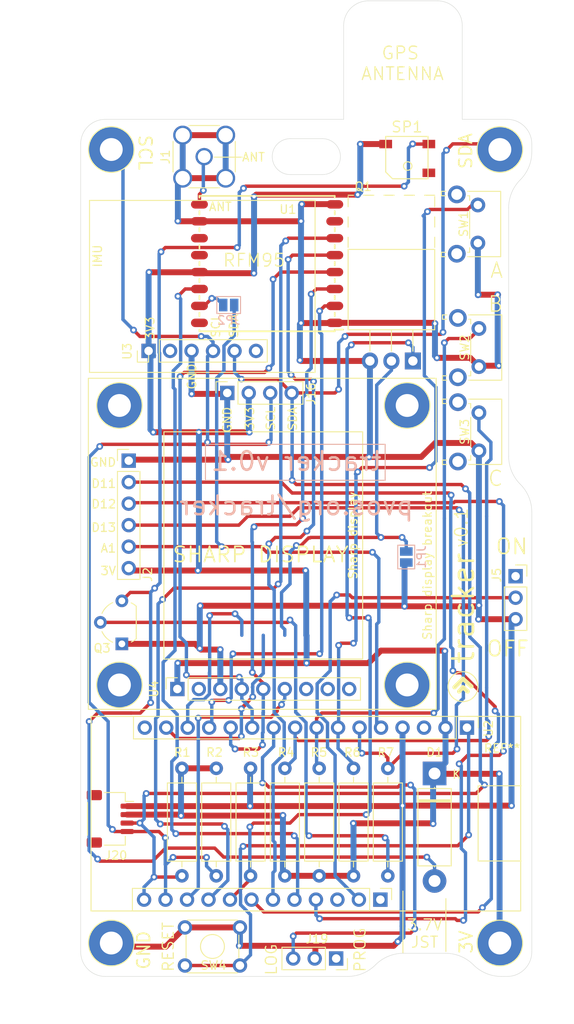
<source format=kicad_pcb>
(kicad_pcb (version 20171130) (host pcbnew 5.1.12-84ad8e8a86~92~ubuntu18.04.1)

  (general
    (thickness 1.6)
    (drawings 100)
    (tracks 841)
    (zones 0)
    (modules 31)
    (nets 30)
  )

  (page A4)
  (layers
    (0 F.Cu signal)
    (31 B.Cu signal)
    (32 B.Adhes user)
    (33 F.Adhes user)
    (34 B.Paste user)
    (35 F.Paste user)
    (36 B.SilkS user)
    (37 F.SilkS user)
    (38 B.Mask user)
    (39 F.Mask user)
    (40 Dwgs.User user)
    (41 Cmts.User user)
    (42 Eco1.User user)
    (43 Eco2.User user)
    (44 Edge.Cuts user)
    (45 Margin user)
    (46 B.CrtYd user)
    (47 F.CrtYd user)
    (48 B.Fab user hide)
    (49 F.Fab user hide)
  )

  (setup
    (last_trace_width 0.25)
    (user_trace_width 0.4)
    (user_trace_width 0.7)
    (trace_clearance 0.2)
    (zone_clearance 0.508)
    (zone_45_only no)
    (trace_min 0.2)
    (via_size 0.8)
    (via_drill 0.4)
    (via_min_size 0.4)
    (via_min_drill 0.3)
    (user_via 3 2)
    (uvia_size 0.3)
    (uvia_drill 0.1)
    (uvias_allowed no)
    (uvia_min_size 0.2)
    (uvia_min_drill 0.1)
    (edge_width 0.05)
    (segment_width 0.2)
    (pcb_text_width 0.3)
    (pcb_text_size 1.5 1.5)
    (mod_edge_width 0.12)
    (mod_text_size 1 1)
    (mod_text_width 0.15)
    (pad_size 5.4 5.4)
    (pad_drill 2.7)
    (pad_to_mask_clearance 0.05)
    (aux_axis_origin 0 0)
    (visible_elements FFFFFF7F)
    (pcbplotparams
      (layerselection 0x010fc_ffffffff)
      (usegerberextensions false)
      (usegerberattributes true)
      (usegerberadvancedattributes true)
      (creategerberjobfile true)
      (excludeedgelayer true)
      (linewidth 0.100000)
      (plotframeref false)
      (viasonmask false)
      (mode 1)
      (useauxorigin false)
      (hpglpennumber 1)
      (hpglpenspeed 20)
      (hpglpendiameter 15.000000)
      (psnegative false)
      (psa4output false)
      (plotreference true)
      (plotvalue true)
      (plotinvisibletext false)
      (padsonsilk false)
      (subtractmaskfromsilk false)
      (outputformat 1)
      (mirror false)
      (drillshape 0)
      (scaleselection 1)
      (outputdirectory "gerber/"))
  )

  (net 0 "")
  (net 1 GND)
  (net 2 +3V3)
  (net 3 SDA)
  (net 4 SCL)
  (net 5 D9)
  (net 6 ~RESET)
  (net 7 A0)
  (net 8 A3)
  (net 9 A4)
  (net 10 A5)
  (net 11 POWER_1)
  (net 12 "Net-(Q3-Pad2)")
  (net 13 RX_D0)
  (net 14 TX_D1)
  (net 15 A2)
  (net 16 "Net-(J1-Pad1)")
  (net 17 EN)
  (net 18 SCK)
  (net 19 MOSI)
  (net 20 D5)
  (net 21 A1)
  (net 22 MISO)
  (net 23 D6)
  (net 24 "Net-(JP2-Pad1)")
  (net 25 D12)
  (net 26 D13)
  (net 27 D10)
  (net 28 D11)
  (net 29 "Net-(D1-Pad2)")

  (net_class Default "This is the default net class."
    (clearance 0.2)
    (trace_width 0.25)
    (via_dia 0.8)
    (via_drill 0.4)
    (uvia_dia 0.3)
    (uvia_drill 0.1)
    (add_net +3V3)
    (add_net A0)
    (add_net A1)
    (add_net A2)
    (add_net A3)
    (add_net A4)
    (add_net A5)
    (add_net D10)
    (add_net D11)
    (add_net D12)
    (add_net D13)
    (add_net D5)
    (add_net D6)
    (add_net D9)
    (add_net EN)
    (add_net GND)
    (add_net MISO)
    (add_net MOSI)
    (add_net "Net-(D1-Pad2)")
    (add_net "Net-(J1-Pad1)")
    (add_net "Net-(JP2-Pad1)")
    (add_net "Net-(Q3-Pad2)")
    (add_net POWER_1)
    (add_net RX_D0)
    (add_net SCK)
    (add_net SCL)
    (add_net SDA)
    (add_net TX_D1)
    (add_net ~RESET)
  )

  (module footprints:feather (layer F.Cu) (tedit 61D26A72) (tstamp 61D407E0)
    (at 117.54928 131.80192 270)
    (descr "Through hole straight pin header, 1x16, 2.54mm pitch, single row")
    (tags "Through hole pin header THT 1x16 2.54mm single row")
    (path /61D308E3)
    (fp_text reference U2 (at 0.11308 -2.54572 90) (layer F.SilkS)
      (effects (font (size 1 1) (thickness 0.15)))
    )
    (fp_text value feather (at 0 40.43 90) (layer F.Fab)
      (effects (font (size 1 1) (thickness 0.15)))
    )
    (fp_line (start -1.33 44.45) (end 21.66 44.45) (layer F.SilkS) (width 0.12))
    (fp_line (start 21.66 -6.35) (end -1.33 -6.35) (layer F.SilkS) (width 0.12))
    (fp_line (start 21.66 44.45) (end 21.66 -6.35) (layer F.SilkS) (width 0.12))
    (fp_line (start -1.33 44.45) (end -1.33 -6.35) (layer F.SilkS) (width 0.12))
    (fp_line (start 21.59 8.97) (end 21.59 39.55) (layer F.Fab) (width 0.1))
    (fp_line (start 21.6 39.55) (end 19.06 39.55) (layer F.Fab) (width 0.1))
    (fp_line (start 22.12 39.94) (end 22.12 8.44) (layer F.CrtYd) (width 0.05))
    (fp_line (start 18.99 39.56) (end 21.65 39.56) (layer F.SilkS) (width 0.12))
    (fp_line (start 22.12 8.44) (end 18.52 8.44) (layer F.CrtYd) (width 0.05))
    (fp_line (start 18.52 8.44) (end 18.52 39.94) (layer F.CrtYd) (width 0.05))
    (fp_line (start 18.99 8.91) (end 20.32 8.91) (layer F.SilkS) (width 0.12))
    (fp_line (start 18.52 39.94) (end 22.12 39.94) (layer F.CrtYd) (width 0.05))
    (fp_line (start 18.99 11.51) (end 21.65 11.51) (layer F.SilkS) (width 0.12))
    (fp_line (start 18.99 11.51) (end 18.99 39.56) (layer F.SilkS) (width 0.12))
    (fp_line (start 19.05 39.5) (end 19.05 9.605) (layer F.Fab) (width 0.1))
    (fp_line (start 19.05 9.605) (end 19.685 8.97) (layer F.Fab) (width 0.1))
    (fp_line (start 19.685 8.97) (end 21.59 8.97) (layer F.Fab) (width 0.1))
    (fp_line (start 21.65 11.51) (end 21.65 39.56) (layer F.SilkS) (width 0.12))
    (fp_line (start 18.99 10.24) (end 18.99 8.91) (layer F.SilkS) (width 0.12))
    (fp_line (start -0.635 -1.27) (end 1.27 -1.27) (layer F.Fab) (width 0.1))
    (fp_line (start 1.27 -1.27) (end 1.27 39.37) (layer F.Fab) (width 0.1))
    (fp_line (start 1.27 39.37) (end -1.27 39.37) (layer F.Fab) (width 0.1))
    (fp_line (start -1.27 39.37) (end -1.27 -0.635) (layer F.Fab) (width 0.1))
    (fp_line (start -1.27 -0.635) (end -0.635 -1.27) (layer F.Fab) (width 0.1))
    (fp_line (start -1.33 39.43) (end 1.33 39.43) (layer F.SilkS) (width 0.12))
    (fp_line (start 1.33 1.27) (end 1.33 39.43) (layer F.SilkS) (width 0.12))
    (fp_line (start -1.33 1.27) (end 1.33 1.27) (layer F.SilkS) (width 0.12))
    (fp_line (start -1.33 0) (end -1.33 -1.33) (layer F.SilkS) (width 0.12))
    (fp_line (start -1.33 -1.33) (end 0 -1.33) (layer F.SilkS) (width 0.12))
    (fp_line (start -1.8 -1.8) (end -1.8 39.9) (layer F.CrtYd) (width 0.05))
    (fp_line (start -1.8 39.9) (end 1.8 39.9) (layer F.CrtYd) (width 0.05))
    (fp_line (start 1.8 39.9) (end 1.8 -1.8) (layer F.CrtYd) (width 0.05))
    (fp_line (start 1.8 -1.8) (end -1.8 -1.8) (layer F.CrtYd) (width 0.05))
    (fp_text user %R (at 0 19.05) (layer F.Fab)
      (effects (font (size 1 1) (thickness 0.15)))
    )
    (fp_text user %R (at 20.32 29.29) (layer F.Fab)
      (effects (font (size 1 1) (thickness 0.15)))
    )
    (fp_text user REF** (at 2.44308 -4.14572 180) (layer F.SilkS)
      (effects (font (size 1 1) (thickness 0.15)))
    )
    (pad 28 thru_hole oval (at 0 38.1 270) (size 1.7 1.7) (drill 1) (layers *.Cu *.Mask))
    (pad 27 thru_hole oval (at 0 35.56 270) (size 1.7 1.7) (drill 1) (layers *.Cu *.Mask)
      (net 14 TX_D1))
    (pad 26 thru_hole oval (at 0 33.02 270) (size 1.7 1.7) (drill 1) (layers *.Cu *.Mask)
      (net 13 RX_D0))
    (pad 25 thru_hole oval (at 0 30.48 270) (size 1.7 1.7) (drill 1) (layers *.Cu *.Mask)
      (net 22 MISO))
    (pad 24 thru_hole oval (at 0 27.94 270) (size 1.7 1.7) (drill 1) (layers *.Cu *.Mask)
      (net 19 MOSI))
    (pad 23 thru_hole oval (at 0 25.4 270) (size 1.7 1.7) (drill 1) (layers *.Cu *.Mask)
      (net 18 SCK))
    (pad 22 thru_hole oval (at 0 22.86 270) (size 1.7 1.7) (drill 1) (layers *.Cu *.Mask)
      (net 10 A5))
    (pad 21 thru_hole oval (at 0 20.32 270) (size 1.7 1.7) (drill 1) (layers *.Cu *.Mask)
      (net 9 A4))
    (pad 20 thru_hole oval (at 0 17.78 270) (size 1.7 1.7) (drill 1) (layers *.Cu *.Mask)
      (net 8 A3))
    (pad 19 thru_hole oval (at 0 15.24 270) (size 1.7 1.7) (drill 1) (layers *.Cu *.Mask)
      (net 15 A2))
    (pad 18 thru_hole oval (at 0 12.7 270) (size 1.7 1.7) (drill 1) (layers *.Cu *.Mask)
      (net 21 A1))
    (pad 17 thru_hole oval (at 0 10.16 270) (size 1.7 1.7) (drill 1) (layers *.Cu *.Mask)
      (net 7 A0))
    (pad 16 thru_hole oval (at 0 7.62 270) (size 1.7 1.7) (drill 1) (layers *.Cu *.Mask)
      (net 1 GND))
    (pad 15 thru_hole oval (at 0 5.08 270) (size 1.7 1.7) (drill 1) (layers *.Cu *.Mask))
    (pad 14 thru_hole oval (at 0 2.54 270) (size 1.7 1.7) (drill 1) (layers *.Cu *.Mask)
      (net 2 +3V3))
    (pad 13 thru_hole rect (at 0 0 270) (size 1.7 1.7) (drill 1) (layers *.Cu *.Mask)
      (net 6 ~RESET))
    (pad 5 thru_hole oval (at 20.32 20.4 270) (size 1.7 1.7) (drill 1) (layers *.Cu *.Mask)
      (net 25 D12))
    (pad 4 thru_hole oval (at 20.32 17.86 270) (size 1.7 1.7) (drill 1) (layers *.Cu *.Mask)
      (net 26 D13))
    (pad 10 thru_hole oval (at 20.32 33.1 270) (size 1.7 1.7) (drill 1) (layers *.Cu *.Mask)
      (net 20 D5))
    (pad 9 thru_hole oval (at 20.32 30.56 270) (size 1.7 1.7) (drill 1) (layers *.Cu *.Mask)
      (net 23 D6))
    (pad 12 thru_hole oval (at 20.32 38.18 270) (size 1.7 1.7) (drill 1) (layers *.Cu *.Mask)
      (net 3 SDA))
    (pad 7 thru_hole oval (at 20.32 25.48 270) (size 1.7 1.7) (drill 1) (layers *.Cu *.Mask)
      (net 27 D10))
    (pad 6 thru_hole oval (at 20.32 22.94 270) (size 1.7 1.7) (drill 1) (layers *.Cu *.Mask)
      (net 28 D11))
    (pad 2 thru_hole oval (at 20.32 12.78 270) (size 1.7 1.7) (drill 1) (layers *.Cu *.Mask)
      (net 17 EN))
    (pad 11 thru_hole oval (at 20.32 35.64 270) (size 1.7 1.7) (drill 1) (layers *.Cu *.Mask)
      (net 4 SCL))
    (pad 8 thru_hole oval (at 20.32 28.02 270) (size 1.7 1.7) (drill 1) (layers *.Cu *.Mask)
      (net 5 D9))
    (pad 1 thru_hole rect (at 20.32 10.24 270) (size 1.7 1.7) (drill 1) (layers *.Cu *.Mask))
    (pad 3 thru_hole oval (at 20.32 15.32 270) (size 1.7 1.7) (drill 1) (layers *.Cu *.Mask))
    (model ${KICAD6_3DMODEL_DIR}/Connector_PinHeader_2.54mm.3dshapes/PinHeader_1x16_P2.54mm_Vertical.wrl
      (at (xyz 0 0 0))
      (scale (xyz 1 1 1))
      (rotate (xyz 0 0 0))
    )
  )

  (module Package_TO_SOT_THT:TO-220-3_Horizontal_TabUp (layer F.Cu) (tedit 5AC8BA0D) (tstamp 61D59F05)
    (at 111.155 88.475 180)
    (descr "TO-220-3, Horizontal, RM 2.54mm, see https://www.vishay.com/docs/66542/to-220-1.pdf")
    (tags "TO-220-3 Horizontal RM 2.54mm")
    (path /61C12A63)
    (fp_text reference Q1 (at 5.88 20.6) (layer F.SilkS)
      (effects (font (size 1 1) (thickness 0.15)))
    )
    (fp_text value Q_NMOS_GDS (at 2.54 -2) (layer F.Fab)
      (effects (font (size 1 1) (thickness 0.15)))
    )
    (fp_line (start 7.79 -1.25) (end -2.71 -1.25) (layer F.CrtYd) (width 0.05))
    (fp_line (start 7.79 19.71) (end 7.79 -1.25) (layer F.CrtYd) (width 0.05))
    (fp_line (start -2.71 19.71) (end 7.79 19.71) (layer F.CrtYd) (width 0.05))
    (fp_line (start -2.71 -1.25) (end -2.71 19.71) (layer F.CrtYd) (width 0.05))
    (fp_line (start 5.08 1.15) (end 5.08 3.69) (layer F.SilkS) (width 0.12))
    (fp_line (start 2.54 1.15) (end 2.54 3.69) (layer F.SilkS) (width 0.12))
    (fp_line (start 0 1.15) (end 0 3.69) (layer F.SilkS) (width 0.12))
    (fp_line (start 7.66 18.22) (end 7.66 19.42) (layer F.SilkS) (width 0.12))
    (fp_line (start 7.66 15.82) (end 7.66 17.02) (layer F.SilkS) (width 0.12))
    (fp_line (start 7.66 13.42) (end 7.66 14.62) (layer F.SilkS) (width 0.12))
    (fp_line (start -2.58 18.22) (end -2.58 19.42) (layer F.SilkS) (width 0.12))
    (fp_line (start -2.58 15.82) (end -2.58 17.02) (layer F.SilkS) (width 0.12))
    (fp_line (start -2.58 13.42) (end -2.58 14.62) (layer F.SilkS) (width 0.12))
    (fp_line (start 7.02 19.58) (end 7.66 19.58) (layer F.SilkS) (width 0.12))
    (fp_line (start 4.62 19.58) (end 5.82 19.58) (layer F.SilkS) (width 0.12))
    (fp_line (start 2.22 19.58) (end 3.42 19.58) (layer F.SilkS) (width 0.12))
    (fp_line (start -0.181 19.58) (end 1.02 19.58) (layer F.SilkS) (width 0.12))
    (fp_line (start -2.58 19.58) (end -1.38 19.58) (layer F.SilkS) (width 0.12))
    (fp_line (start 7.66 3.69) (end 7.66 13.18) (layer F.SilkS) (width 0.12))
    (fp_line (start -2.58 3.69) (end -2.58 13.18) (layer F.SilkS) (width 0.12))
    (fp_line (start -2.58 13.18) (end 7.66 13.18) (layer F.SilkS) (width 0.12))
    (fp_line (start -2.58 3.69) (end 7.66 3.69) (layer F.SilkS) (width 0.12))
    (fp_line (start 5.08 3.81) (end 5.08 0) (layer F.Fab) (width 0.1))
    (fp_line (start 2.54 3.81) (end 2.54 0) (layer F.Fab) (width 0.1))
    (fp_line (start 0 3.81) (end 0 0) (layer F.Fab) (width 0.1))
    (fp_line (start 7.54 3.81) (end -2.46 3.81) (layer F.Fab) (width 0.1))
    (fp_line (start 7.54 13.06) (end 7.54 3.81) (layer F.Fab) (width 0.1))
    (fp_line (start -2.46 13.06) (end 7.54 13.06) (layer F.Fab) (width 0.1))
    (fp_line (start -2.46 3.81) (end -2.46 13.06) (layer F.Fab) (width 0.1))
    (fp_line (start 7.54 13.06) (end -2.46 13.06) (layer F.Fab) (width 0.1))
    (fp_line (start 7.54 19.46) (end 7.54 13.06) (layer F.Fab) (width 0.1))
    (fp_line (start -2.46 19.46) (end 7.54 19.46) (layer F.Fab) (width 0.1))
    (fp_line (start -2.46 13.06) (end -2.46 19.46) (layer F.Fab) (width 0.1))
    (fp_circle (center 2.54 16.66) (end 4.39 16.66) (layer F.Fab) (width 0.1))
    (fp_text user %R (at 2.54 20.58) (layer F.Fab)
      (effects (font (size 1 1) (thickness 0.15)))
    )
    (pad 3 thru_hole oval (at 5.08 0 180) (size 1.905 2) (drill 1.1) (layers *.Cu *.Mask)
      (net 1 GND))
    (pad 2 thru_hole oval (at 2.54 0 180) (size 1.905 2) (drill 1.1) (layers *.Cu *.Mask)
      (net 11 POWER_1))
    (pad 1 thru_hole rect (at 0 0 180) (size 1.905 2) (drill 1.1) (layers *.Cu *.Mask)
      (net 5 D9))
    (pad "" np_thru_hole oval (at 2.54 16.66 180) (size 3.5 3.5) (drill 3.5) (layers *.Cu *.Mask))
    (model ${KISYS3DMOD}/Package_TO_SOT_THT.3dshapes/TO-220-3_Horizontal_TabUp.wrl
      (at (xyz 0 0 0))
      (scale (xyz 1 1 1))
      (rotate (xyz 0 0 0))
    )
  )

  (module Connector_PinHeader_2.54mm:PinHeader_1x06_P2.54mm_Vertical (layer F.Cu) (tedit 59FED5CC) (tstamp 61D6C8EA)
    (at 77.555 100.255)
    (descr "Through hole straight pin header, 1x06, 2.54mm pitch, single row")
    (tags "Through hole pin header THT 1x06 2.54mm single row")
    (path /61F6CB97)
    (fp_text reference J2 (at 2.24756 13.45432 90) (layer F.SilkS)
      (effects (font (size 1 1) (thickness 0.15)))
    )
    (fp_text value Conn_01x06_Female (at 0 15.03) (layer F.Fab)
      (effects (font (size 1 1) (thickness 0.15)))
    )
    (fp_line (start 1.8 -1.8) (end -1.8 -1.8) (layer F.CrtYd) (width 0.05))
    (fp_line (start 1.8 14.5) (end 1.8 -1.8) (layer F.CrtYd) (width 0.05))
    (fp_line (start -1.8 14.5) (end 1.8 14.5) (layer F.CrtYd) (width 0.05))
    (fp_line (start -1.8 -1.8) (end -1.8 14.5) (layer F.CrtYd) (width 0.05))
    (fp_line (start -1.33 -1.33) (end 0 -1.33) (layer F.SilkS) (width 0.12))
    (fp_line (start -1.33 0) (end -1.33 -1.33) (layer F.SilkS) (width 0.12))
    (fp_line (start -1.33 1.27) (end 1.33 1.27) (layer F.SilkS) (width 0.12))
    (fp_line (start 1.33 1.27) (end 1.33 14.03) (layer F.SilkS) (width 0.12))
    (fp_line (start -1.33 1.27) (end -1.33 14.03) (layer F.SilkS) (width 0.12))
    (fp_line (start -1.33 14.03) (end 1.33 14.03) (layer F.SilkS) (width 0.12))
    (fp_line (start -1.27 -0.635) (end -0.635 -1.27) (layer F.Fab) (width 0.1))
    (fp_line (start -1.27 13.97) (end -1.27 -0.635) (layer F.Fab) (width 0.1))
    (fp_line (start 1.27 13.97) (end -1.27 13.97) (layer F.Fab) (width 0.1))
    (fp_line (start 1.27 -1.27) (end 1.27 13.97) (layer F.Fab) (width 0.1))
    (fp_line (start -0.635 -1.27) (end 1.27 -1.27) (layer F.Fab) (width 0.1))
    (fp_text user %R (at 0 6.35 90) (layer F.Fab)
      (effects (font (size 1 1) (thickness 0.15)))
    )
    (pad 6 thru_hole oval (at 0 12.7) (size 1.7 1.7) (drill 1) (layers *.Cu *.Mask)
      (net 2 +3V3))
    (pad 5 thru_hole oval (at 0 10.16) (size 1.7 1.7) (drill 1) (layers *.Cu *.Mask)
      (net 7 A0))
    (pad 4 thru_hole oval (at 0 7.62) (size 1.7 1.7) (drill 1) (layers *.Cu *.Mask)
      (net 21 A1))
    (pad 3 thru_hole oval (at 0 5.08) (size 1.7 1.7) (drill 1) (layers *.Cu *.Mask)
      (net 26 D13))
    (pad 2 thru_hole oval (at 0 2.54) (size 1.7 1.7) (drill 1) (layers *.Cu *.Mask)
      (net 27 D10))
    (pad 1 thru_hole rect (at 0 0) (size 1.7 1.7) (drill 1) (layers *.Cu *.Mask)
      (net 1 GND))
    (model ${KISYS3DMOD}/Connector_PinHeader_2.54mm.3dshapes/PinHeader_1x06_P2.54mm_Vertical.wrl
      (at (xyz 0 0 0))
      (scale (xyz 1 1 1))
      (rotate (xyz 0 0 0))
    )
  )

  (module Jumper:SolderJumper-2_P1.3mm_Open_Pad1.0x1.5mm (layer B.Cu) (tedit 5A3EABFC) (tstamp 61D5E402)
    (at 89.375 81.865)
    (descr "SMD Solder Jumper, 1x1.5mm Pads, 0.3mm gap, open")
    (tags "solder jumper open")
    (path /61E9417E)
    (attr virtual)
    (fp_text reference JP2 (at 0 1.8 180) (layer B.SilkS)
      (effects (font (size 1 1) (thickness 0.15)) (justify mirror))
    )
    (fp_text value Jumper_NO_Small (at 0 -1.9 180) (layer B.Fab)
      (effects (font (size 1 1) (thickness 0.15)) (justify mirror))
    )
    (fp_line (start 1.65 -1.25) (end -1.65 -1.25) (layer B.CrtYd) (width 0.05))
    (fp_line (start 1.65 -1.25) (end 1.65 1.25) (layer B.CrtYd) (width 0.05))
    (fp_line (start -1.65 1.25) (end -1.65 -1.25) (layer B.CrtYd) (width 0.05))
    (fp_line (start -1.65 1.25) (end 1.65 1.25) (layer B.CrtYd) (width 0.05))
    (fp_line (start -1.4 1) (end 1.4 1) (layer B.SilkS) (width 0.12))
    (fp_line (start 1.4 1) (end 1.4 -1) (layer B.SilkS) (width 0.12))
    (fp_line (start 1.4 -1) (end -1.4 -1) (layer B.SilkS) (width 0.12))
    (fp_line (start -1.4 -1) (end -1.4 1) (layer B.SilkS) (width 0.12))
    (pad 1 smd rect (at -0.65 0) (size 1 1.5) (layers B.Cu B.Mask)
      (net 24 "Net-(JP2-Pad1)"))
    (pad 2 smd rect (at 0.65 0) (size 1 1.5) (layers B.Cu B.Mask)
      (net 7 A0))
  )

  (module Connector_Coaxial:SMA_Amphenol_132134_Vertical (layer F.Cu) (tedit 5B2F4DB6) (tstamp 61D48EDB)
    (at 86.47492 64.33444)
    (descr https://www.amphenolrf.com/downloads/dl/file/id/2187/product/2843/132134_customer_drawing.pdf)
    (tags "SMA THT Female Jack Vertical ExtendedLegs")
    (path /61DED342)
    (fp_text reference J1 (at -4.57992 0.03056 90) (layer F.SilkS)
      (effects (font (size 1 1) (thickness 0.15)))
    )
    (fp_text value Conn_Coaxial (at 0 5) (layer F.Fab)
      (effects (font (size 1 1) (thickness 0.15)))
    )
    (fp_line (start -1.8 -3.68) (end 1.8 -3.68) (layer F.SilkS) (width 0.12))
    (fp_line (start -1.8 3.68) (end 1.8 3.68) (layer F.SilkS) (width 0.12))
    (fp_line (start 3.68 -1.8) (end 3.68 1.8) (layer F.SilkS) (width 0.12))
    (fp_line (start -3.68 -1.8) (end -3.68 1.8) (layer F.SilkS) (width 0.12))
    (fp_line (start 3.5 -3.5) (end 3.5 3.5) (layer F.Fab) (width 0.1))
    (fp_line (start -3.5 3.5) (end 3.5 3.5) (layer F.Fab) (width 0.1))
    (fp_line (start -3.5 -3.5) (end -3.5 3.5) (layer F.Fab) (width 0.1))
    (fp_line (start -3.5 -3.5) (end 3.5 -3.5) (layer F.Fab) (width 0.1))
    (fp_line (start -4.17 -4.17) (end 4.17 -4.17) (layer F.CrtYd) (width 0.05))
    (fp_line (start -4.17 -4.17) (end -4.17 4.17) (layer F.CrtYd) (width 0.05))
    (fp_line (start 4.17 4.17) (end 4.17 -4.17) (layer F.CrtYd) (width 0.05))
    (fp_line (start 4.17 4.17) (end -4.17 4.17) (layer F.CrtYd) (width 0.05))
    (fp_circle (center 0 0) (end 3.175 0) (layer F.Fab) (width 0.1))
    (fp_text user %R (at 0 0) (layer F.Fab)
      (effects (font (size 1 1) (thickness 0.15)))
    )
    (pad 2 thru_hole circle (at -2.54 2.54) (size 2.25 2.25) (drill 1.7) (layers *.Cu *.Mask)
      (net 1 GND))
    (pad 2 thru_hole circle (at -2.54 -2.54) (size 2.25 2.25) (drill 1.7) (layers *.Cu *.Mask)
      (net 1 GND))
    (pad 2 thru_hole circle (at 2.54 -2.54) (size 2.25 2.25) (drill 1.7) (layers *.Cu *.Mask)
      (net 1 GND))
    (pad 2 thru_hole circle (at 2.54 2.54) (size 2.25 2.25) (drill 1.7) (layers *.Cu *.Mask)
      (net 1 GND))
    (pad 1 thru_hole circle (at 0 0) (size 2.05 2.05) (drill 1.5) (layers *.Cu *.Mask)
      (net 16 "Net-(J1-Pad1)"))
    (model ${KISYS3DMOD}/Connector_Coaxial.3dshapes/SMA_Amphenol_132134_Vertical.wrl
      (at (xyz 0 0 0))
      (scale (xyz 1 1 1))
      (rotate (xyz 0 0 0))
    )
  )

  (module Button_Switch_THT:SW_Tactile_SPST_Angled_PTS645Vx58-2LFS (layer F.Cu) (tedit 5A02FE31) (tstamp 61D65216)
    (at 118.96038 94.5955 270)
    (descr "tactile switch SPST right angle, PTS645VL58-2 LFS")
    (tags "tactile switch SPST angled PTS645VL58-2 LFS C&K Button")
    (path /61DE7C6B)
    (fp_text reference SW3 (at 2.25 1.68 90) (layer F.SilkS)
      (effects (font (size 1 1) (thickness 0.15)))
    )
    (fp_text value SW_Push (at 2.25 5.38988 90) (layer F.Fab)
      (effects (font (size 1 1) (thickness 0.15)))
    )
    (fp_line (start 0.55 0.97) (end 3.95 0.97) (layer F.SilkS) (width 0.12))
    (fp_line (start -1.09 0.97) (end -0.55 0.97) (layer F.SilkS) (width 0.12))
    (fp_line (start 6.11 3.8) (end 6.11 4.31) (layer F.SilkS) (width 0.12))
    (fp_line (start 5.59 4.31) (end 6.11 4.31) (layer F.SilkS) (width 0.12))
    (fp_line (start 5.59 3.8) (end 5.59 4.31) (layer F.SilkS) (width 0.12))
    (fp_line (start 5.05 0.97) (end 5.59 0.97) (layer F.SilkS) (width 0.12))
    (fp_line (start -1.61 3.8) (end -1.61 4.31) (layer F.SilkS) (width 0.12))
    (fp_line (start -1.09 3.8) (end -1.09 4.31) (layer F.SilkS) (width 0.12))
    (fp_line (start 5.59 0.97) (end 5.59 1.2) (layer F.SilkS) (width 0.12))
    (fp_line (start -1.2 4.2) (end -1.2 0.86) (layer F.Fab) (width 0.1))
    (fp_line (start 5.7 4.2) (end 6 4.2) (layer F.Fab) (width 0.1))
    (fp_line (start -1.5 4.2) (end -1.5 -2.59) (layer F.Fab) (width 0.1))
    (fp_line (start -1.5 -2.59) (end 6 -2.59) (layer F.Fab) (width 0.1))
    (fp_line (start -1.61 -2.7) (end -1.61 1.2) (layer F.SilkS) (width 0.12))
    (fp_line (start -1.61 4.31) (end -1.09 4.31) (layer F.SilkS) (width 0.12))
    (fp_line (start 6.11 -2.7) (end 6.11 1.2) (layer F.SilkS) (width 0.12))
    (fp_line (start -1.61 -2.7) (end 6.11 -2.7) (layer F.SilkS) (width 0.12))
    (fp_line (start -2.5 4.45) (end -2.5 -2.8) (layer F.CrtYd) (width 0.05))
    (fp_line (start 7.05 4.45) (end -2.5 4.45) (layer F.CrtYd) (width 0.05))
    (fp_line (start 7.05 -2.8) (end 7.05 4.45) (layer F.CrtYd) (width 0.05))
    (fp_line (start -2.5 -2.8) (end 7.05 -2.8) (layer F.CrtYd) (width 0.05))
    (fp_line (start 6 4.2) (end 6 -2.59) (layer F.Fab) (width 0.1))
    (fp_line (start -1.2 0.86) (end 5.7 0.86) (layer F.Fab) (width 0.1))
    (fp_line (start -1.5 4.2) (end -1.2 4.2) (layer F.Fab) (width 0.1))
    (fp_line (start 5.7 4.2) (end 5.7 0.86) (layer F.Fab) (width 0.1))
    (fp_line (start -1.09 0.97) (end -1.09 1.2) (layer F.SilkS) (width 0.12))
    (fp_line (start 0.5 -5.85) (end 4 -5.85) (layer F.Fab) (width 0.1))
    (fp_line (start 4 -5.85) (end 4 -2.59) (layer F.Fab) (width 0.1))
    (fp_line (start 0.5 -5.85) (end 0.5 -2.59) (layer F.Fab) (width 0.1))
    (fp_text user %R (at 2.25 1.68 90) (layer F.Fab)
      (effects (font (size 1 1) (thickness 0.15)))
    )
    (pad "" thru_hole circle (at 5.76 2.49 270) (size 2.1 2.1) (drill 1.3) (layers *.Cu *.Mask))
    (pad 2 thru_hole circle (at 4.5 0 270) (size 1.75 1.75) (drill 0.99) (layers *.Cu *.Mask)
      (net 1 GND))
    (pad 1 thru_hole circle (at 0 0 270) (size 1.75 1.75) (drill 0.99) (layers *.Cu *.Mask)
      (net 9 A4))
    (pad "" thru_hole circle (at -1.25 2.49 270) (size 2.1 2.1) (drill 1.3) (layers *.Cu *.Mask))
    (model ${KISYS3DMOD}/Button_Switch_THT.3dshapes/SW_Tactile_SPST_Angled_PTS645Vx58-2LFS.wrl
      (at (xyz 0 0 0))
      (scale (xyz 1 1 1))
      (rotate (xyz 0 0 0))
    )
  )

  (module Resistor_THT:R_Axial_DIN0309_L9.0mm_D3.2mm_P12.70mm_Horizontal (layer F.Cu) (tedit 5AE5139B) (tstamp 61D42A5F)
    (at 96.017864 149.30692 90)
    (descr "Resistor, Axial_DIN0309 series, Axial, Horizontal, pin pitch=12.7mm, 0.5W = 1/2W, length*diameter=9*3.2mm^2, http://cdn-reichelt.de/documents/datenblatt/B400/1_4W%23YAG.pdf")
    (tags "Resistor Axial_DIN0309 series Axial Horizontal pin pitch 12.7mm 0.5W = 1/2W length 9mm diameter 3.2mm")
    (path /61DE7962)
    (fp_text reference R4 (at 14.58192 0.147136 180) (layer F.SilkS)
      (effects (font (size 1 1) (thickness 0.15)))
    )
    (fp_text value 4.7K (at 6.35 2.72 90) (layer F.Fab)
      (effects (font (size 1 1) (thickness 0.15)))
    )
    (fp_line (start 1.85 -1.6) (end 1.85 1.6) (layer F.Fab) (width 0.1))
    (fp_line (start 1.85 1.6) (end 10.85 1.6) (layer F.Fab) (width 0.1))
    (fp_line (start 10.85 1.6) (end 10.85 -1.6) (layer F.Fab) (width 0.1))
    (fp_line (start 10.85 -1.6) (end 1.85 -1.6) (layer F.Fab) (width 0.1))
    (fp_line (start 0 0) (end 1.85 0) (layer F.Fab) (width 0.1))
    (fp_line (start 12.7 0) (end 10.85 0) (layer F.Fab) (width 0.1))
    (fp_line (start 1.73 -1.72) (end 1.73 1.72) (layer F.SilkS) (width 0.12))
    (fp_line (start 1.73 1.72) (end 10.97 1.72) (layer F.SilkS) (width 0.12))
    (fp_line (start 10.97 1.72) (end 10.97 -1.72) (layer F.SilkS) (width 0.12))
    (fp_line (start 10.97 -1.72) (end 1.73 -1.72) (layer F.SilkS) (width 0.12))
    (fp_line (start 1.04 0) (end 1.73 0) (layer F.SilkS) (width 0.12))
    (fp_line (start 11.66 0) (end 10.97 0) (layer F.SilkS) (width 0.12))
    (fp_line (start -1.05 -1.85) (end -1.05 1.85) (layer F.CrtYd) (width 0.05))
    (fp_line (start -1.05 1.85) (end 13.75 1.85) (layer F.CrtYd) (width 0.05))
    (fp_line (start 13.75 1.85) (end 13.75 -1.85) (layer F.CrtYd) (width 0.05))
    (fp_line (start 13.75 -1.85) (end -1.05 -1.85) (layer F.CrtYd) (width 0.05))
    (fp_text user %R (at 6.35 0 90) (layer F.Fab)
      (effects (font (size 1 1) (thickness 0.15)))
    )
    (pad 2 thru_hole oval (at 12.7 0 90) (size 1.6 1.6) (drill 0.8) (layers *.Cu *.Mask)
      (net 9 A4))
    (pad 1 thru_hole circle (at 0 0 90) (size 1.6 1.6) (drill 0.8) (layers *.Cu *.Mask)
      (net 2 +3V3))
    (model ${KISYS3DMOD}/Resistor_THT.3dshapes/R_Axial_DIN0309_L9.0mm_D3.2mm_P12.70mm_Horizontal.wrl
      (at (xyz 0 0 0))
      (scale (xyz 1 1 1))
      (rotate (xyz 0 0 0))
    )
  )

  (module MountingHole:MountingHole_2.7mm_M2.5_Pad (layer F.Cu) (tedit 61D8AF63) (tstamp 61D75026)
    (at 121.43896 157.24992)
    (descr "Mounting Hole 2.7mm, M2.5")
    (tags "mounting hole 2.7mm m2.5")
    (path /614A5606)
    (attr virtual)
    (fp_text reference H2 (at -2.6463 -2.667) (layer F.SilkS) hide
      (effects (font (size 1 1) (thickness 0.15)))
    )
    (fp_text value MountingHole_Pad (at 0 3.7) (layer F.Fab)
      (effects (font (size 1 1) (thickness 0.15)))
    )
    (fp_circle (center 0 0) (end 2.7 0) (layer Cmts.User) (width 0.15))
    (fp_circle (center 0 0) (end 2.95 0) (layer F.CrtYd) (width 0.05))
    (fp_text user %R (at 0.3 0) (layer F.Fab)
      (effects (font (size 1 1) (thickness 0.15)))
    )
    (pad 1 thru_hole circle (at 0 0) (size 5.4 5.4) (drill 2.7) (layers *.Cu *.Mask)
      (net 2 +3V3))
  )

  (module footprints:Display_adafruit_sharp_13 (layer F.Cu) (tedit 61D8ADE0) (tstamp 61D40DEB)
    (at 103.625 127.235 180)
    (descr "Through hole straight socket strip, 1x09, 2.54mm pitch, single row (from Kicad 4.0.7), script generated")
    (tags "Through hole socket strip THT 1x09 2.54mm single row")
    (path /61D40EC2)
    (fp_text reference U4 (at 23.09 0 270) (layer F.SilkS)
      (effects (font (size 1 1) (thickness 0.15)))
    )
    (fp_text value Adafruit_Sharp_Display_1_3 (at -2.77 0 270) (layer F.Fab)
      (effects (font (size 1 1) (thickness 0.15)))
    )
    (fp_line (start 21.91 3.54) (end 21.91 30.39) (layer F.SilkS) (width 0.12))
    (fp_line (start 30.84 36.716) (end -10.28 36.716) (layer F.SilkS) (width 0.12))
    (fp_line (start -10.28 -2.4) (end 30.84 -2.4) (layer F.SilkS) (width 0.12))
    (fp_line (start 30.84 -2.4) (end 30.84 36.716) (layer F.SilkS) (width 0.12))
    (fp_line (start -1.59 30.39) (end 21.91 30.39) (layer F.SilkS) (width 0.12))
    (fp_line (start -1.59 3.54) (end 21.91 3.54) (layer F.SilkS) (width 0.12))
    (fp_line (start -10.28 -2.4) (end -10.28 36.716) (layer F.SilkS) (width 0.12))
    (fp_line (start -1.59 3.54) (end -1.59 30.39) (layer F.SilkS) (width 0.12))
    (fp_line (start -1.78 -1.8) (end 22.12 -1.8) (layer F.CrtYd) (width 0.05))
    (fp_line (start -1.78 1.75) (end -1.78 -1.8) (layer F.CrtYd) (width 0.05))
    (fp_line (start 22.12 1.75) (end -1.78 1.75) (layer F.CrtYd) (width 0.05))
    (fp_line (start 22.12 -1.8) (end 22.12 1.75) (layer F.CrtYd) (width 0.05))
    (fp_line (start 21.65 0) (end 21.65 1.33) (layer F.SilkS) (width 0.12))
    (fp_line (start 21.65 1.33) (end 20.32 1.33) (layer F.SilkS) (width 0.12))
    (fp_line (start 19.05 1.33) (end -1.33 1.33) (layer F.SilkS) (width 0.12))
    (fp_line (start -1.33 -1.33) (end -1.33 1.33) (layer F.SilkS) (width 0.12))
    (fp_line (start 19.05 -1.33) (end -1.33 -1.33) (layer F.SilkS) (width 0.12))
    (fp_line (start 19.05 -1.33) (end 19.05 1.33) (layer F.SilkS) (width 0.12))
    (fp_line (start -1.27 -1.27) (end 21.59 -1.27) (layer F.Fab) (width 0.1))
    (fp_line (start -1.27 1.27) (end -1.27 -1.27) (layer F.Fab) (width 0.1))
    (fp_line (start 20.955 1.27) (end -1.27 1.27) (layer F.Fab) (width 0.1))
    (fp_line (start 21.59 0.635) (end 20.955 1.27) (layer F.Fab) (width 0.1))
    (fp_line (start 21.59 -1.27) (end 21.59 0.635) (layer F.Fab) (width 0.1))
    (fp_text user %R (at 10.16 0) (layer F.Fab)
      (effects (font (size 1 1) (thickness 0.15)))
    )
    (pad 9 thru_hole oval (at 0 0 90) (size 1.7 1.7) (drill 1) (layers *.Cu *.Mask))
    (pad 8 thru_hole oval (at 2.54 0 90) (size 1.7 1.7) (drill 1) (layers *.Cu *.Mask))
    (pad 7 thru_hole oval (at 5.08 0 90) (size 1.7 1.7) (drill 1) (layers *.Cu *.Mask))
    (pad 6 thru_hole oval (at 7.62 0 90) (size 1.7 1.7) (drill 1) (layers *.Cu *.Mask)
      (net 20 D5))
    (pad 5 thru_hole oval (at 10.16 0 90) (size 1.7 1.7) (drill 1) (layers *.Cu *.Mask)
      (net 19 MOSI))
    (pad 4 thru_hole oval (at 12.7 0 90) (size 1.7 1.7) (drill 1) (layers *.Cu *.Mask)
      (net 18 SCK))
    (pad 3 thru_hole oval (at 15.24 0 90) (size 1.7 1.7) (drill 1) (layers *.Cu *.Mask)
      (net 1 GND))
    (pad 2 thru_hole oval (at 17.78 0 90) (size 1.7 1.7) (drill 1) (layers *.Cu *.Mask))
    (pad 1 thru_hole rect (at 20.32 0 90) (size 1.7 1.7) (drill 1) (layers *.Cu *.Mask)
      (net 2 +3V3))
    (pad "" np_thru_hole circle (at -6.85 0.48 180) (size 5.4 5.4) (drill 2.7) (layers *.Cu *.Mask))
    (pad "" np_thru_hole circle (at 27.17 0.48 180) (size 5.4 5.4) (drill 2.7) (layers *.Cu *.Mask))
    (pad "" np_thru_hole circle (at -6.85 33.5 180) (size 5.4 5.4) (drill 2.7) (layers *.Cu *.Mask))
    (pad "" np_thru_hole circle (at 27.17 33.5 180) (size 5.4 5.4) (drill 2.7) (layers *.Cu *.Mask))
    (model ${KICAD6_3DMODEL_DIR}/Connector_PinSocket_2.54mm.3dshapes/PinSocket_1x09_P2.54mm_Vertical.wrl
      (at (xyz 0 0 0))
      (scale (xyz 1 1 1))
      (rotate (xyz 0 0 0))
    )
  )

  (module footprints:IMU_Ada_BNO005 (layer F.Cu) (tedit 61D362A9) (tstamp 61D3D3F9)
    (at 79.90394 87.28588)
    (descr "Through hole straight pin header, 1x06, 2.54mm pitch, single row")
    (tags "Through hole pin header THT 1x06 2.54mm single row")
    (path /61D39165)
    (fp_text reference U3 (at -2.52894 0.04912 270) (layer F.SilkS)
      (effects (font (size 1 1) (thickness 0.15)))
    )
    (fp_text value Adafruit_IMU_BNO005 (at 6.35 -9.16) (layer F.Fab)
      (effects (font (size 1 1) (thickness 0.15)))
    )
    (fp_line (start -6.985 -17.78) (end 19.685 -17.78) (layer F.SilkS) (width 0.12))
    (fp_line (start 0 0) (end 0 1.27) (layer F.SilkS) (width 0.12))
    (fp_line (start 19.685 -17.78) (end 19.685 2.54) (layer F.SilkS) (width 0.12))
    (fp_line (start -6.985 -17.78) (end -6.985 2.54) (layer F.SilkS) (width 0.12))
    (fp_line (start -6.985 2.54) (end 6.35 2.54) (layer F.SilkS) (width 0.12))
    (fp_line (start 19.685 2.54) (end 6.35 2.54) (layer F.SilkS) (width 0.12))
    (fp_line (start -1.8 -1.8) (end -1.8 1.8) (layer F.CrtYd) (width 0.05))
    (fp_line (start 14.5 -1.8) (end -1.8 -1.8) (layer F.CrtYd) (width 0.05))
    (fp_line (start 14.5 1.8) (end 14.5 -1.8) (layer F.CrtYd) (width 0.05))
    (fp_line (start -1.8 1.8) (end 14.5 1.8) (layer F.CrtYd) (width 0.05))
    (fp_line (start -1.33 1.33) (end -1.33 0) (layer F.SilkS) (width 0.12))
    (fp_line (start 0 1.33) (end -1.33 1.33) (layer F.SilkS) (width 0.12))
    (fp_line (start 1.27 1.33) (end 1.27 -1.33) (layer F.SilkS) (width 0.12))
    (fp_line (start 1.27 -1.33) (end 14.03 -1.33) (layer F.SilkS) (width 0.12))
    (fp_line (start 1.27 1.33) (end 14.03 1.33) (layer F.SilkS) (width 0.12))
    (fp_line (start 14.03 1.33) (end 14.03 -1.33) (layer F.SilkS) (width 0.12))
    (fp_line (start -0.635 1.27) (end -1.27 0.635) (layer F.Fab) (width 0.1))
    (fp_line (start 13.97 1.27) (end -0.635 1.27) (layer F.Fab) (width 0.1))
    (fp_line (start 13.97 -1.27) (end 13.97 1.27) (layer F.Fab) (width 0.1))
    (fp_line (start -1.27 -1.27) (end 13.97 -1.27) (layer F.Fab) (width 0.1))
    (fp_line (start -1.27 0.635) (end -1.27 -1.27) (layer F.Fab) (width 0.1))
    (fp_text user %R (at 6.35 0 180) (layer F.Fab)
      (effects (font (size 1 1) (thickness 0.15)))
    )
    (pad 6 thru_hole oval (at 12.7 0 90) (size 1.7 1.7) (drill 1) (layers *.Cu *.Mask))
    (pad 5 thru_hole oval (at 10.16 0 90) (size 1.7 1.7) (drill 1) (layers *.Cu *.Mask)
      (net 3 SDA))
    (pad 4 thru_hole oval (at 7.62 0 90) (size 1.7 1.7) (drill 1) (layers *.Cu *.Mask)
      (net 4 SCL))
    (pad 3 thru_hole oval (at 5.08 0 90) (size 1.7 1.7) (drill 1) (layers *.Cu *.Mask)
      (net 1 GND))
    (pad 2 thru_hole oval (at 2.54 0 90) (size 1.7 1.7) (drill 1) (layers *.Cu *.Mask))
    (pad 1 thru_hole rect (at 0 0 90) (size 1.7 1.7) (drill 1) (layers *.Cu *.Mask)
      (net 2 +3V3))
    (model ${KICAD6_3DMODEL_DIR}/Connector_PinHeader_2.54mm.3dshapes/PinHeader_1x06_P2.54mm_Vertical.wrl
      (at (xyz 0 0 0))
      (scale (xyz 1 1 1))
      (rotate (xyz 0 0 0))
    )
  )

  (module footprints:RFM95 (layer F.Cu) (tedit 585E5D4C) (tstamp 61D6A92B)
    (at 101.91558 83.97118 180)
    (path /61D2BB57)
    (fp_text reference U1 (at 5.54058 13.39618 180) (layer F.SilkS)
      (effects (font (size 1 1) (thickness 0.15)))
    )
    (fp_text value RFM95HW (at 13.5 -1.8) (layer F.Fab)
      (effects (font (size 1 1) (thickness 0.15)))
    )
    (fp_line (start 0 15) (end 0 14.8) (layer F.SilkS) (width 0.2))
    (fp_line (start 16 15) (end 0 15) (layer F.SilkS) (width 0.2))
    (fp_line (start 16 14.8) (end 16 15) (layer F.SilkS) (width 0.2))
    (fp_line (start 16 12.8) (end 16 13.2) (layer F.SilkS) (width 0.2))
    (fp_line (start 16 10.8) (end 16 11.2) (layer F.SilkS) (width 0.2))
    (fp_line (start 16 8.8) (end 16 9.2) (layer F.SilkS) (width 0.2))
    (fp_line (start 16 6.8) (end 16 7.2) (layer F.SilkS) (width 0.2))
    (fp_line (start 16 4.8) (end 16 5.2) (layer F.SilkS) (width 0.2))
    (fp_line (start 16 2.8) (end 16 3.2) (layer F.SilkS) (width 0.2))
    (fp_line (start 16 0.8) (end 16 1.2) (layer F.SilkS) (width 0.2))
    (fp_line (start 16 -1) (end 16 -0.8) (layer F.SilkS) (width 0.2))
    (fp_line (start 0 12.8) (end 0 13.2) (layer F.SilkS) (width 0.2))
    (fp_line (start 0 -0.8) (end 0 -1) (layer F.SilkS) (width 0.2))
    (fp_line (start -1 -0.8) (end 0 -0.8) (layer F.SilkS) (width 0.2))
    (fp_line (start 0 1.2) (end 0 0.8) (layer F.SilkS) (width 0.2))
    (fp_line (start 0 3.2) (end 0 2.8) (layer F.SilkS) (width 0.2))
    (fp_line (start 0 4.8) (end 0 5.2) (layer F.SilkS) (width 0.2))
    (fp_line (start 0 6.8) (end 0 7.2) (layer F.SilkS) (width 0.2))
    (fp_line (start 0 8.8) (end 0 9.2) (layer F.SilkS) (width 0.2))
    (fp_line (start 0 10.8) (end 0 11.2) (layer F.SilkS) (width 0.2))
    (fp_line (start 0 -1) (end 16 -1) (layer F.SilkS) (width 0.2))
    (pad 1 smd oval (at 0 0 180) (size 2 1) (layers F.Cu F.Paste F.Mask)
      (net 1 GND))
    (pad 2 smd oval (at 0 2 180) (size 2 1) (layers F.Cu F.Paste F.Mask)
      (net 22 MISO))
    (pad 3 smd oval (at 0 4 180) (size 2 1) (layers F.Cu F.Paste F.Mask)
      (net 19 MOSI))
    (pad 4 smd oval (at 0 6 180) (size 2 1) (layers F.Cu F.Paste F.Mask)
      (net 18 SCK))
    (pad 5 smd oval (at 0 8 180) (size 2 1) (layers F.Cu F.Paste F.Mask)
      (net 28 D11))
    (pad 6 smd oval (at 0 10 180) (size 2 1) (layers F.Cu F.Paste F.Mask)
      (net 23 D6))
    (pad 7 smd oval (at 0 12 180) (size 2 1) (layers F.Cu F.Paste F.Mask))
    (pad 8 smd oval (at 0 14 180) (size 2 1) (layers F.Cu F.Paste F.Mask)
      (net 1 GND))
    (pad 9 smd oval (at 16 14 180) (size 2 1) (layers F.Cu F.Paste F.Mask)
      (net 16 "Net-(J1-Pad1)"))
    (pad 10 smd oval (at 16 12 180) (size 2 1) (layers F.Cu F.Paste F.Mask)
      (net 1 GND))
    (pad 11 smd oval (at 16 10 180) (size 2 1) (layers F.Cu F.Paste F.Mask))
    (pad 12 smd oval (at 16 8 180) (size 2 1) (layers F.Cu F.Paste F.Mask))
    (pad 13 smd oval (at 16 6 180) (size 2 1) (layers F.Cu F.Paste F.Mask)
      (net 2 +3V3))
    (pad 14 smd oval (at 16 4 180) (size 2 1) (layers F.Cu F.Paste F.Mask)
      (net 25 D12))
    (pad 15 smd oval (at 16 2 180) (size 2 1) (layers F.Cu F.Paste F.Mask)
      (net 24 "Net-(JP2-Pad1)"))
    (pad 16 smd oval (at 16 0 180) (size 2 1) (layers F.Cu F.Paste F.Mask))
  )

  (module Button_Switch_THT:SW_TH_Tactile_Omron_B3F-10xx (layer F.Cu) (tedit 5D84F0EF) (tstamp 61D64D59)
    (at 90.705 159.905 180)
    (descr SW_TH_Tactile_Omron_B3F-10xx_https://www.omron.com/ecb/products/pdf/en-b3f.pdf)
    (tags "Omron B3F-10xx")
    (path /61BD3A38)
    (fp_text reference SW4 (at 3.12048 0.01502 180) (layer F.SilkS)
      (effects (font (size 1 1) (thickness 0.15)))
    )
    (fp_text value SW_Push_Dual (at 3.2 6.5) (layer F.Fab)
      (effects (font (size 1 1) (thickness 0.15)))
    )
    (fp_line (start 0.25 -0.75) (end 0.25 5.25) (layer F.Fab) (width 0.1))
    (fp_line (start 6.25 -0.75) (end 6.25 5.25) (layer F.Fab) (width 0.1))
    (fp_line (start 0.25 -0.75) (end 6.25 -0.75) (layer F.Fab) (width 0.1))
    (fp_line (start 7.6 5.6) (end 7.6 -1.1) (layer F.CrtYd) (width 0.05))
    (fp_line (start -1.1 5.6) (end 7.6 5.6) (layer F.CrtYd) (width 0.05))
    (fp_line (start -1.1 -1.1) (end -1.1 5.6) (layer F.CrtYd) (width 0.05))
    (fp_circle (center 3.25 2.25) (end 4.25 3.25) (layer F.SilkS) (width 0.12))
    (fp_line (start 0.28 5.37) (end 6.22 5.37) (layer F.SilkS) (width 0.12))
    (fp_line (start 0.28 -0.87) (end 6.22 -0.87) (layer F.SilkS) (width 0.12))
    (fp_line (start 0.13 3.59) (end 0.13 0.91) (layer F.SilkS) (width 0.12))
    (fp_line (start 6.37 0.91) (end 6.37 3.59) (layer F.SilkS) (width 0.12))
    (fp_line (start 0.25 5.25) (end 6.25 5.25) (layer F.Fab) (width 0.1))
    (fp_line (start -1.1 -1.1) (end 7.6 -1.1) (layer F.CrtYd) (width 0.05))
    (fp_text user %R (at 3.25 2.25) (layer F.Fab)
      (effects (font (size 1 1) (thickness 0.15)))
    )
    (pad 1 thru_hole circle (at 0 0 180) (size 1.7 1.7) (drill 1) (layers *.Cu *.Mask)
      (net 6 ~RESET))
    (pad 2 thru_hole circle (at 6.5 0 180) (size 1.7 1.7) (drill 1) (layers *.Cu *.Mask)
      (net 6 ~RESET))
    (pad 3 thru_hole circle (at 0 4.5 180) (size 1.7 1.7) (drill 1) (layers *.Cu *.Mask)
      (net 1 GND))
    (pad 4 thru_hole circle (at 6.5 4.5 180) (size 1.7 1.7) (drill 1) (layers *.Cu *.Mask)
      (net 1 GND))
    (model ${KISYS3DMOD}/Button_Switch_THT.3dshapes/SW_TH_Tactile_Omron_B3F-10xx.wrl
      (at (xyz 0 0 0))
      (scale (xyz 1 1 1))
      (rotate (xyz 0 0 0))
    )
  )

  (module Button_Switch_THT:SW_Tactile_SPST_Angled_PTS645Vx58-2LFS (layer F.Cu) (tedit 5A02FE31) (tstamp 61D65285)
    (at 118.96038 84.6387 270)
    (descr "tactile switch SPST right angle, PTS645VL58-2 LFS")
    (tags "tactile switch SPST angled PTS645VL58-2 LFS C&K Button")
    (path /612CCB02)
    (fp_text reference SW2 (at 2.25 1.68 90) (layer F.SilkS)
      (effects (font (size 1 1) (thickness 0.15)))
    )
    (fp_text value SW_Push (at 2.25 5.38988 90) (layer F.Fab)
      (effects (font (size 1 1) (thickness 0.15)))
    )
    (fp_line (start 0.55 0.97) (end 3.95 0.97) (layer F.SilkS) (width 0.12))
    (fp_line (start -1.09 0.97) (end -0.55 0.97) (layer F.SilkS) (width 0.12))
    (fp_line (start 6.11 3.8) (end 6.11 4.31) (layer F.SilkS) (width 0.12))
    (fp_line (start 5.59 4.31) (end 6.11 4.31) (layer F.SilkS) (width 0.12))
    (fp_line (start 5.59 3.8) (end 5.59 4.31) (layer F.SilkS) (width 0.12))
    (fp_line (start 5.05 0.97) (end 5.59 0.97) (layer F.SilkS) (width 0.12))
    (fp_line (start -1.61 3.8) (end -1.61 4.31) (layer F.SilkS) (width 0.12))
    (fp_line (start -1.09 3.8) (end -1.09 4.31) (layer F.SilkS) (width 0.12))
    (fp_line (start 5.59 0.97) (end 5.59 1.2) (layer F.SilkS) (width 0.12))
    (fp_line (start -1.2 4.2) (end -1.2 0.86) (layer F.Fab) (width 0.1))
    (fp_line (start 5.7 4.2) (end 6 4.2) (layer F.Fab) (width 0.1))
    (fp_line (start -1.5 4.2) (end -1.5 -2.59) (layer F.Fab) (width 0.1))
    (fp_line (start -1.5 -2.59) (end 6 -2.59) (layer F.Fab) (width 0.1))
    (fp_line (start -1.61 -2.7) (end -1.61 1.2) (layer F.SilkS) (width 0.12))
    (fp_line (start -1.61 4.31) (end -1.09 4.31) (layer F.SilkS) (width 0.12))
    (fp_line (start 6.11 -2.7) (end 6.11 1.2) (layer F.SilkS) (width 0.12))
    (fp_line (start -1.61 -2.7) (end 6.11 -2.7) (layer F.SilkS) (width 0.12))
    (fp_line (start -2.5 4.45) (end -2.5 -2.8) (layer F.CrtYd) (width 0.05))
    (fp_line (start 7.05 4.45) (end -2.5 4.45) (layer F.CrtYd) (width 0.05))
    (fp_line (start 7.05 -2.8) (end 7.05 4.45) (layer F.CrtYd) (width 0.05))
    (fp_line (start -2.5 -2.8) (end 7.05 -2.8) (layer F.CrtYd) (width 0.05))
    (fp_line (start 6 4.2) (end 6 -2.59) (layer F.Fab) (width 0.1))
    (fp_line (start -1.2 0.86) (end 5.7 0.86) (layer F.Fab) (width 0.1))
    (fp_line (start -1.5 4.2) (end -1.2 4.2) (layer F.Fab) (width 0.1))
    (fp_line (start 5.7 4.2) (end 5.7 0.86) (layer F.Fab) (width 0.1))
    (fp_line (start -1.09 0.97) (end -1.09 1.2) (layer F.SilkS) (width 0.12))
    (fp_line (start 0.5 -5.85) (end 4 -5.85) (layer F.Fab) (width 0.1))
    (fp_line (start 4 -5.85) (end 4 -2.59) (layer F.Fab) (width 0.1))
    (fp_line (start 0.5 -5.85) (end 0.5 -2.59) (layer F.Fab) (width 0.1))
    (fp_text user %R (at 2.25 1.68 90) (layer F.Fab)
      (effects (font (size 1 1) (thickness 0.15)))
    )
    (pad "" thru_hole circle (at 5.76 2.49 270) (size 2.1 2.1) (drill 1.3) (layers *.Cu *.Mask))
    (pad 2 thru_hole circle (at 4.5 0 270) (size 1.75 1.75) (drill 0.99) (layers *.Cu *.Mask)
      (net 1 GND))
    (pad 1 thru_hole circle (at 0 0 270) (size 1.75 1.75) (drill 0.99) (layers *.Cu *.Mask)
      (net 8 A3))
    (pad "" thru_hole circle (at -1.25 2.49 270) (size 2.1 2.1) (drill 1.3) (layers *.Cu *.Mask))
    (model ${KISYS3DMOD}/Button_Switch_THT.3dshapes/SW_Tactile_SPST_Angled_PTS645Vx58-2LFS.wrl
      (at (xyz 0 0 0))
      (scale (xyz 1 1 1))
      (rotate (xyz 0 0 0))
    )
  )

  (module Button_Switch_THT:SW_Tactile_SPST_Angled_PTS645Vx58-2LFS (layer F.Cu) (tedit 5A02FE31) (tstamp 61D5EA0E)
    (at 118.835 70.045 270)
    (descr "tactile switch SPST right angle, PTS645VL58-2 LFS")
    (tags "tactile switch SPST angled PTS645VL58-2 LFS C&K Button")
    (path /612C3561)
    (fp_text reference SW1 (at 2.25 1.68 90) (layer F.SilkS)
      (effects (font (size 1 1) (thickness 0.15)))
    )
    (fp_text value SW_Push (at 2.25 5.38988 90) (layer F.Fab)
      (effects (font (size 1 1) (thickness 0.15)))
    )
    (fp_line (start 0.55 0.97) (end 3.95 0.97) (layer F.SilkS) (width 0.12))
    (fp_line (start -1.09 0.97) (end -0.55 0.97) (layer F.SilkS) (width 0.12))
    (fp_line (start 6.11 3.8) (end 6.11 4.31) (layer F.SilkS) (width 0.12))
    (fp_line (start 5.59 4.31) (end 6.11 4.31) (layer F.SilkS) (width 0.12))
    (fp_line (start 5.59 3.8) (end 5.59 4.31) (layer F.SilkS) (width 0.12))
    (fp_line (start 5.05 0.97) (end 5.59 0.97) (layer F.SilkS) (width 0.12))
    (fp_line (start -1.61 3.8) (end -1.61 4.31) (layer F.SilkS) (width 0.12))
    (fp_line (start -1.09 3.8) (end -1.09 4.31) (layer F.SilkS) (width 0.12))
    (fp_line (start 5.59 0.97) (end 5.59 1.2) (layer F.SilkS) (width 0.12))
    (fp_line (start -1.2 4.2) (end -1.2 0.86) (layer F.Fab) (width 0.1))
    (fp_line (start 5.7 4.2) (end 6 4.2) (layer F.Fab) (width 0.1))
    (fp_line (start -1.5 4.2) (end -1.5 -2.59) (layer F.Fab) (width 0.1))
    (fp_line (start -1.5 -2.59) (end 6 -2.59) (layer F.Fab) (width 0.1))
    (fp_line (start -1.61 -2.7) (end -1.61 1.2) (layer F.SilkS) (width 0.12))
    (fp_line (start -1.61 4.31) (end -1.09 4.31) (layer F.SilkS) (width 0.12))
    (fp_line (start 6.11 -2.7) (end 6.11 1.2) (layer F.SilkS) (width 0.12))
    (fp_line (start -1.61 -2.7) (end 6.11 -2.7) (layer F.SilkS) (width 0.12))
    (fp_line (start -2.5 4.45) (end -2.5 -2.8) (layer F.CrtYd) (width 0.05))
    (fp_line (start 7.05 4.45) (end -2.5 4.45) (layer F.CrtYd) (width 0.05))
    (fp_line (start 7.05 -2.8) (end 7.05 4.45) (layer F.CrtYd) (width 0.05))
    (fp_line (start -2.5 -2.8) (end 7.05 -2.8) (layer F.CrtYd) (width 0.05))
    (fp_line (start 6 4.2) (end 6 -2.59) (layer F.Fab) (width 0.1))
    (fp_line (start -1.2 0.86) (end 5.7 0.86) (layer F.Fab) (width 0.1))
    (fp_line (start -1.5 4.2) (end -1.2 4.2) (layer F.Fab) (width 0.1))
    (fp_line (start 5.7 4.2) (end 5.7 0.86) (layer F.Fab) (width 0.1))
    (fp_line (start -1.09 0.97) (end -1.09 1.2) (layer F.SilkS) (width 0.12))
    (fp_line (start 0.5 -5.85) (end 4 -5.85) (layer F.Fab) (width 0.1))
    (fp_line (start 4 -5.85) (end 4 -2.59) (layer F.Fab) (width 0.1))
    (fp_line (start 0.5 -5.85) (end 0.5 -2.59) (layer F.Fab) (width 0.1))
    (fp_text user %R (at 2.25 1.68 90) (layer F.Fab)
      (effects (font (size 1 1) (thickness 0.15)))
    )
    (pad "" thru_hole circle (at 5.76 2.49 270) (size 2.1 2.1) (drill 1.3) (layers *.Cu *.Mask))
    (pad 2 thru_hole circle (at 4.5 0 270) (size 1.75 1.75) (drill 0.99) (layers *.Cu *.Mask)
      (net 1 GND))
    (pad 1 thru_hole circle (at 0 0 270) (size 1.75 1.75) (drill 0.99) (layers *.Cu *.Mask)
      (net 15 A2))
    (pad "" thru_hole circle (at -1.25 2.49 270) (size 2.1 2.1) (drill 1.3) (layers *.Cu *.Mask))
    (model ${KISYS3DMOD}/Button_Switch_THT.3dshapes/SW_Tactile_SPST_Angled_PTS645Vx58-2LFS.wrl
      (at (xyz 0 0 0))
      (scale (xyz 1 1 1))
      (rotate (xyz 0 0 0))
    )
  )

  (module "Adafruit Circuit Playground:BUZZER_SMT_5MM" (layer F.Cu) (tedit 0) (tstamp 61CE283B)
    (at 110.44236 64.4462 180)
    (path /61C8B808)
    (fp_text reference SP1 (at -0.01264 3.6212) (layer F.SilkS)
      (effects (font (size 1.27 1.27) (thickness 0.15)))
    )
    (fp_text value SPEAKER_BUZZER5MM (at 0 0) (layer F.SilkS) hide
      (effects (font (size 1.27 1.27) (thickness 0.15)))
    )
    (fp_circle (center -0.1 -1) (end 0.4 -1) (layer F.SilkS) (width 0.127))
    (fp_line (start -2.5 2.5) (end -2.5 -2.5) (layer F.SilkS) (width 0.127))
    (fp_line (start 2.5 2.5) (end -2.5 2.5) (layer F.SilkS) (width 0.127))
    (fp_line (start 2.5 -1.7) (end 2.5 2.5) (layer F.SilkS) (width 0.127))
    (fp_line (start 1.7 -2.5) (end 2.5 -1.7) (layer F.SilkS) (width 0.127))
    (fp_line (start -2.5 -2.5) (end 1.7 -2.5) (layer F.SilkS) (width 0.127))
    (pad + smd rect (at -2.6 1.6 270) (size 1 1.5) (layers F.Cu F.Paste F.Mask)
      (net 29 "Net-(D1-Pad2)") (solder_mask_margin 0.0508))
    (pad - smd rect (at 2.5 1.6 270) (size 1 1.5) (layers F.Cu F.Paste F.Mask)
      (net 2 +3V3) (solder_mask_margin 0.0508))
    (pad MT smd rect (at -2.6 -1.8 270) (size 1 1.5) (layers F.Cu F.Paste F.Mask)
      (solder_mask_margin 0.0508))
  )

  (module Resistor_THT:R_Axial_DIN0309_L9.0mm_D3.2mm_P12.70mm_Horizontal (layer F.Cu) (tedit 5AE5139B) (tstamp 61CE282E)
    (at 108.190268 149.30692 90)
    (descr "Resistor, Axial_DIN0309 series, Axial, Horizontal, pin pitch=12.7mm, 0.5W = 1/2W, length*diameter=9*3.2mm^2, http://cdn-reichelt.de/documents/datenblatt/B400/1_4W%23YAG.pdf")
    (tags "Resistor Axial_DIN0309 series Axial Horizontal pin pitch 12.7mm 0.5W = 1/2W length 9mm diameter 3.2mm")
    (path /61C856E2)
    (fp_text reference R7 (at 14.58192 -0.235268 180) (layer F.SilkS)
      (effects (font (size 1 1) (thickness 0.15)))
    )
    (fp_text value R (at 6.35 2.72 90) (layer F.Fab)
      (effects (font (size 1 1) (thickness 0.15)))
    )
    (fp_line (start 1.85 -1.6) (end 1.85 1.6) (layer F.Fab) (width 0.1))
    (fp_line (start 1.85 1.6) (end 10.85 1.6) (layer F.Fab) (width 0.1))
    (fp_line (start 10.85 1.6) (end 10.85 -1.6) (layer F.Fab) (width 0.1))
    (fp_line (start 10.85 -1.6) (end 1.85 -1.6) (layer F.Fab) (width 0.1))
    (fp_line (start 0 0) (end 1.85 0) (layer F.Fab) (width 0.1))
    (fp_line (start 12.7 0) (end 10.85 0) (layer F.Fab) (width 0.1))
    (fp_line (start 1.73 -1.72) (end 1.73 1.72) (layer F.SilkS) (width 0.12))
    (fp_line (start 1.73 1.72) (end 10.97 1.72) (layer F.SilkS) (width 0.12))
    (fp_line (start 10.97 1.72) (end 10.97 -1.72) (layer F.SilkS) (width 0.12))
    (fp_line (start 10.97 -1.72) (end 1.73 -1.72) (layer F.SilkS) (width 0.12))
    (fp_line (start 1.04 0) (end 1.73 0) (layer F.SilkS) (width 0.12))
    (fp_line (start 11.66 0) (end 10.97 0) (layer F.SilkS) (width 0.12))
    (fp_line (start -1.05 -1.85) (end -1.05 1.85) (layer F.CrtYd) (width 0.05))
    (fp_line (start -1.05 1.85) (end 13.75 1.85) (layer F.CrtYd) (width 0.05))
    (fp_line (start 13.75 1.85) (end 13.75 -1.85) (layer F.CrtYd) (width 0.05))
    (fp_line (start 13.75 -1.85) (end -1.05 -1.85) (layer F.CrtYd) (width 0.05))
    (fp_text user %R (at 6.35 0 90) (layer F.Fab)
      (effects (font (size 1 1) (thickness 0.15)))
    )
    (pad 2 thru_hole oval (at 12.7 0 90) (size 1.6 1.6) (drill 0.8) (layers *.Cu *.Mask)
      (net 21 A1))
    (pad 1 thru_hole circle (at 0 0 90) (size 1.6 1.6) (drill 0.8) (layers *.Cu *.Mask)
      (net 12 "Net-(Q3-Pad2)"))
    (model ${KISYS3DMOD}/Resistor_THT.3dshapes/R_Axial_DIN0309_L9.0mm_D3.2mm_P12.70mm_Horizontal.wrl
      (at (xyz 0 0 0))
      (scale (xyz 1 1 1))
      (rotate (xyz 0 0 0))
    )
  )

  (module Resistor_THT:R_Axial_DIN0309_L9.0mm_D3.2mm_P12.70mm_Horizontal (layer F.Cu) (tedit 5AE5139B) (tstamp 61D6F759)
    (at 91.960396 149.30692 90)
    (descr "Resistor, Axial_DIN0309 series, Axial, Horizontal, pin pitch=12.7mm, 0.5W = 1/2W, length*diameter=9*3.2mm^2, http://cdn-reichelt.de/documents/datenblatt/B400/1_4W%23YAG.pdf")
    (tags "Resistor Axial_DIN0309 series Axial Horizontal pin pitch 12.7mm 0.5W = 1/2W length 9mm diameter 3.2mm")
    (path /61C43F0B)
    (fp_text reference R3 (at 14.58192 0.034604 180) (layer F.SilkS)
      (effects (font (size 1 1) (thickness 0.15)))
    )
    (fp_text value 10K (at 6.35 2.72 90) (layer F.Fab)
      (effects (font (size 1 1) (thickness 0.15)))
    )
    (fp_line (start 1.85 -1.6) (end 1.85 1.6) (layer F.Fab) (width 0.1))
    (fp_line (start 1.85 1.6) (end 10.85 1.6) (layer F.Fab) (width 0.1))
    (fp_line (start 10.85 1.6) (end 10.85 -1.6) (layer F.Fab) (width 0.1))
    (fp_line (start 10.85 -1.6) (end 1.85 -1.6) (layer F.Fab) (width 0.1))
    (fp_line (start 0 0) (end 1.85 0) (layer F.Fab) (width 0.1))
    (fp_line (start 12.7 0) (end 10.85 0) (layer F.Fab) (width 0.1))
    (fp_line (start 1.73 -1.72) (end 1.73 1.72) (layer F.SilkS) (width 0.12))
    (fp_line (start 1.73 1.72) (end 10.97 1.72) (layer F.SilkS) (width 0.12))
    (fp_line (start 10.97 1.72) (end 10.97 -1.72) (layer F.SilkS) (width 0.12))
    (fp_line (start 10.97 -1.72) (end 1.73 -1.72) (layer F.SilkS) (width 0.12))
    (fp_line (start 1.04 0) (end 1.73 0) (layer F.SilkS) (width 0.12))
    (fp_line (start 11.66 0) (end 10.97 0) (layer F.SilkS) (width 0.12))
    (fp_line (start -1.05 -1.85) (end -1.05 1.85) (layer F.CrtYd) (width 0.05))
    (fp_line (start -1.05 1.85) (end 13.75 1.85) (layer F.CrtYd) (width 0.05))
    (fp_line (start 13.75 1.85) (end 13.75 -1.85) (layer F.CrtYd) (width 0.05))
    (fp_line (start 13.75 -1.85) (end -1.05 -1.85) (layer F.CrtYd) (width 0.05))
    (fp_text user %R (at 6.35 0 90) (layer F.Fab)
      (effects (font (size 1 1) (thickness 0.15)))
    )
    (pad 2 thru_hole oval (at 12.7 0 90) (size 1.6 1.6) (drill 0.8) (layers *.Cu *.Mask)
      (net 1 GND))
    (pad 1 thru_hole circle (at 0 0 90) (size 1.6 1.6) (drill 0.8) (layers *.Cu *.Mask)
      (net 5 D9))
    (model ${KISYS3DMOD}/Resistor_THT.3dshapes/R_Axial_DIN0309_L9.0mm_D3.2mm_P12.70mm_Horizontal.wrl
      (at (xyz 0 0 0))
      (scale (xyz 1 1 1))
      (rotate (xyz 0 0 0))
    )
  )

  (module Resistor_THT:R_Axial_DIN0309_L9.0mm_D3.2mm_P12.70mm_Horizontal (layer F.Cu) (tedit 5AE5139B) (tstamp 61CE27E9)
    (at 104.1328 149.30692 90)
    (descr "Resistor, Axial_DIN0309 series, Axial, Horizontal, pin pitch=12.7mm, 0.5W = 1/2W, length*diameter=9*3.2mm^2, http://cdn-reichelt.de/documents/datenblatt/B400/1_4W%23YAG.pdf")
    (tags "Resistor Axial_DIN0309 series Axial Horizontal pin pitch 12.7mm 0.5W = 1/2W length 9mm diameter 3.2mm")
    (path /60FBA6C0)
    (fp_text reference R6 (at 14.58192 -0.1278 180) (layer F.SilkS)
      (effects (font (size 1 1) (thickness 0.15)))
    )
    (fp_text value 4.7K (at 6.35 2.72 90) (layer F.Fab)
      (effects (font (size 1 1) (thickness 0.15)))
    )
    (fp_line (start 1.85 -1.6) (end 1.85 1.6) (layer F.Fab) (width 0.1))
    (fp_line (start 1.85 1.6) (end 10.85 1.6) (layer F.Fab) (width 0.1))
    (fp_line (start 10.85 1.6) (end 10.85 -1.6) (layer F.Fab) (width 0.1))
    (fp_line (start 10.85 -1.6) (end 1.85 -1.6) (layer F.Fab) (width 0.1))
    (fp_line (start 0 0) (end 1.85 0) (layer F.Fab) (width 0.1))
    (fp_line (start 12.7 0) (end 10.85 0) (layer F.Fab) (width 0.1))
    (fp_line (start 1.73 -1.72) (end 1.73 1.72) (layer F.SilkS) (width 0.12))
    (fp_line (start 1.73 1.72) (end 10.97 1.72) (layer F.SilkS) (width 0.12))
    (fp_line (start 10.97 1.72) (end 10.97 -1.72) (layer F.SilkS) (width 0.12))
    (fp_line (start 10.97 -1.72) (end 1.73 -1.72) (layer F.SilkS) (width 0.12))
    (fp_line (start 1.04 0) (end 1.73 0) (layer F.SilkS) (width 0.12))
    (fp_line (start 11.66 0) (end 10.97 0) (layer F.SilkS) (width 0.12))
    (fp_line (start -1.05 -1.85) (end -1.05 1.85) (layer F.CrtYd) (width 0.05))
    (fp_line (start -1.05 1.85) (end 13.75 1.85) (layer F.CrtYd) (width 0.05))
    (fp_line (start 13.75 1.85) (end 13.75 -1.85) (layer F.CrtYd) (width 0.05))
    (fp_line (start 13.75 -1.85) (end -1.05 -1.85) (layer F.CrtYd) (width 0.05))
    (fp_text user %R (at 6.35 0 90) (layer F.Fab)
      (effects (font (size 1 1) (thickness 0.15)))
    )
    (pad 2 thru_hole oval (at 12.7 0 90) (size 1.6 1.6) (drill 0.8) (layers *.Cu *.Mask)
      (net 15 A2))
    (pad 1 thru_hole circle (at 0 0 90) (size 1.6 1.6) (drill 0.8) (layers *.Cu *.Mask)
      (net 2 +3V3))
    (model ${KISYS3DMOD}/Resistor_THT.3dshapes/R_Axial_DIN0309_L9.0mm_D3.2mm_P12.70mm_Horizontal.wrl
      (at (xyz 0 0 0))
      (scale (xyz 1 1 1))
      (rotate (xyz 0 0 0))
    )
  )

  (module Resistor_THT:R_Axial_DIN0309_L9.0mm_D3.2mm_P12.70mm_Horizontal (layer F.Cu) (tedit 5AE5139B) (tstamp 61CE27D2)
    (at 100.075332 149.30692 90)
    (descr "Resistor, Axial_DIN0309 series, Axial, Horizontal, pin pitch=12.7mm, 0.5W = 1/2W, length*diameter=9*3.2mm^2, http://cdn-reichelt.de/documents/datenblatt/B400/1_4W%23YAG.pdf")
    (tags "Resistor Axial_DIN0309 series Axial Horizontal pin pitch 12.7mm 0.5W = 1/2W length 9mm diameter 3.2mm")
    (path /6028DEF2)
    (fp_text reference R5 (at 14.58192 -0.030332 180) (layer F.SilkS)
      (effects (font (size 1 1) (thickness 0.15)))
    )
    (fp_text value 4.7K (at 6.35 2.72 90) (layer F.Fab)
      (effects (font (size 1 1) (thickness 0.15)))
    )
    (fp_line (start 1.85 -1.6) (end 1.85 1.6) (layer F.Fab) (width 0.1))
    (fp_line (start 1.85 1.6) (end 10.85 1.6) (layer F.Fab) (width 0.1))
    (fp_line (start 10.85 1.6) (end 10.85 -1.6) (layer F.Fab) (width 0.1))
    (fp_line (start 10.85 -1.6) (end 1.85 -1.6) (layer F.Fab) (width 0.1))
    (fp_line (start 0 0) (end 1.85 0) (layer F.Fab) (width 0.1))
    (fp_line (start 12.7 0) (end 10.85 0) (layer F.Fab) (width 0.1))
    (fp_line (start 1.73 -1.72) (end 1.73 1.72) (layer F.SilkS) (width 0.12))
    (fp_line (start 1.73 1.72) (end 10.97 1.72) (layer F.SilkS) (width 0.12))
    (fp_line (start 10.97 1.72) (end 10.97 -1.72) (layer F.SilkS) (width 0.12))
    (fp_line (start 10.97 -1.72) (end 1.73 -1.72) (layer F.SilkS) (width 0.12))
    (fp_line (start 1.04 0) (end 1.73 0) (layer F.SilkS) (width 0.12))
    (fp_line (start 11.66 0) (end 10.97 0) (layer F.SilkS) (width 0.12))
    (fp_line (start -1.05 -1.85) (end -1.05 1.85) (layer F.CrtYd) (width 0.05))
    (fp_line (start -1.05 1.85) (end 13.75 1.85) (layer F.CrtYd) (width 0.05))
    (fp_line (start 13.75 1.85) (end 13.75 -1.85) (layer F.CrtYd) (width 0.05))
    (fp_line (start 13.75 -1.85) (end -1.05 -1.85) (layer F.CrtYd) (width 0.05))
    (fp_text user %R (at 6.35 0 90) (layer F.Fab)
      (effects (font (size 1 1) (thickness 0.15)))
    )
    (pad 2 thru_hole oval (at 12.7 0 90) (size 1.6 1.6) (drill 0.8) (layers *.Cu *.Mask)
      (net 8 A3))
    (pad 1 thru_hole circle (at 0 0 90) (size 1.6 1.6) (drill 0.8) (layers *.Cu *.Mask)
      (net 2 +3V3))
    (model ${KISYS3DMOD}/Resistor_THT.3dshapes/R_Axial_DIN0309_L9.0mm_D3.2mm_P12.70mm_Horizontal.wrl
      (at (xyz 0 0 0))
      (scale (xyz 1 1 1))
      (rotate (xyz 0 0 0))
    )
  )

  (module Resistor_THT:R_Axial_DIN0309_L9.0mm_D3.2mm_P12.70mm_Horizontal (layer F.Cu) (tedit 5AE5139B) (tstamp 61CE27BB)
    (at 87.902928 136.60692 270)
    (descr "Resistor, Axial_DIN0309 series, Axial, Horizontal, pin pitch=12.7mm, 0.5W = 1/2W, length*diameter=9*3.2mm^2, http://cdn-reichelt.de/documents/datenblatt/B400/1_4W%23YAG.pdf")
    (tags "Resistor Axial_DIN0309 series Axial Horizontal pin pitch 12.7mm 0.5W = 1/2W length 9mm diameter 3.2mm")
    (path /5F98BC9A)
    (fp_text reference R2 (at -1.88192 0.207928 180) (layer F.SilkS)
      (effects (font (size 1 1) (thickness 0.15)))
    )
    (fp_text value 4.7K (at 6.35 2.72 90) (layer F.Fab)
      (effects (font (size 1 1) (thickness 0.15)))
    )
    (fp_line (start 1.85 -1.6) (end 1.85 1.6) (layer F.Fab) (width 0.1))
    (fp_line (start 1.85 1.6) (end 10.85 1.6) (layer F.Fab) (width 0.1))
    (fp_line (start 10.85 1.6) (end 10.85 -1.6) (layer F.Fab) (width 0.1))
    (fp_line (start 10.85 -1.6) (end 1.85 -1.6) (layer F.Fab) (width 0.1))
    (fp_line (start 0 0) (end 1.85 0) (layer F.Fab) (width 0.1))
    (fp_line (start 12.7 0) (end 10.85 0) (layer F.Fab) (width 0.1))
    (fp_line (start 1.73 -1.72) (end 1.73 1.72) (layer F.SilkS) (width 0.12))
    (fp_line (start 1.73 1.72) (end 10.97 1.72) (layer F.SilkS) (width 0.12))
    (fp_line (start 10.97 1.72) (end 10.97 -1.72) (layer F.SilkS) (width 0.12))
    (fp_line (start 10.97 -1.72) (end 1.73 -1.72) (layer F.SilkS) (width 0.12))
    (fp_line (start 1.04 0) (end 1.73 0) (layer F.SilkS) (width 0.12))
    (fp_line (start 11.66 0) (end 10.97 0) (layer F.SilkS) (width 0.12))
    (fp_line (start -1.05 -1.85) (end -1.05 1.85) (layer F.CrtYd) (width 0.05))
    (fp_line (start -1.05 1.85) (end 13.75 1.85) (layer F.CrtYd) (width 0.05))
    (fp_line (start 13.75 1.85) (end 13.75 -1.85) (layer F.CrtYd) (width 0.05))
    (fp_line (start 13.75 -1.85) (end -1.05 -1.85) (layer F.CrtYd) (width 0.05))
    (fp_text user %R (at 6.35 0 90) (layer F.Fab)
      (effects (font (size 1 1) (thickness 0.15)))
    )
    (pad 2 thru_hole oval (at 12.7 0 270) (size 1.6 1.6) (drill 0.8) (layers *.Cu *.Mask)
      (net 4 SCL))
    (pad 1 thru_hole circle (at 0 0 270) (size 1.6 1.6) (drill 0.8) (layers *.Cu *.Mask)
      (net 2 +3V3))
    (model ${KISYS3DMOD}/Resistor_THT.3dshapes/R_Axial_DIN0309_L9.0mm_D3.2mm_P12.70mm_Horizontal.wrl
      (at (xyz 0 0 0))
      (scale (xyz 1 1 1))
      (rotate (xyz 0 0 0))
    )
  )

  (module Resistor_THT:R_Axial_DIN0309_L9.0mm_D3.2mm_P12.70mm_Horizontal (layer F.Cu) (tedit 5AE5139B) (tstamp 61CE27A4)
    (at 83.84546 136.60692 270)
    (descr "Resistor, Axial_DIN0309 series, Axial, Horizontal, pin pitch=12.7mm, 0.5W = 1/2W, length*diameter=9*3.2mm^2, http://cdn-reichelt.de/documents/datenblatt/B400/1_4W%23YAG.pdf")
    (tags "Resistor Axial_DIN0309 series Axial Horizontal pin pitch 12.7mm 0.5W = 1/2W length 9mm diameter 3.2mm")
    (path /5F989DB1)
    (fp_text reference R1 (at -1.88192 -0.03954 180) (layer F.SilkS)
      (effects (font (size 1 1) (thickness 0.15)))
    )
    (fp_text value 4.7K (at 6.35 2.72 90) (layer F.Fab)
      (effects (font (size 1 1) (thickness 0.15)))
    )
    (fp_line (start 1.85 -1.6) (end 1.85 1.6) (layer F.Fab) (width 0.1))
    (fp_line (start 1.85 1.6) (end 10.85 1.6) (layer F.Fab) (width 0.1))
    (fp_line (start 10.85 1.6) (end 10.85 -1.6) (layer F.Fab) (width 0.1))
    (fp_line (start 10.85 -1.6) (end 1.85 -1.6) (layer F.Fab) (width 0.1))
    (fp_line (start 0 0) (end 1.85 0) (layer F.Fab) (width 0.1))
    (fp_line (start 12.7 0) (end 10.85 0) (layer F.Fab) (width 0.1))
    (fp_line (start 1.73 -1.72) (end 1.73 1.72) (layer F.SilkS) (width 0.12))
    (fp_line (start 1.73 1.72) (end 10.97 1.72) (layer F.SilkS) (width 0.12))
    (fp_line (start 10.97 1.72) (end 10.97 -1.72) (layer F.SilkS) (width 0.12))
    (fp_line (start 10.97 -1.72) (end 1.73 -1.72) (layer F.SilkS) (width 0.12))
    (fp_line (start 1.04 0) (end 1.73 0) (layer F.SilkS) (width 0.12))
    (fp_line (start 11.66 0) (end 10.97 0) (layer F.SilkS) (width 0.12))
    (fp_line (start -1.05 -1.85) (end -1.05 1.85) (layer F.CrtYd) (width 0.05))
    (fp_line (start -1.05 1.85) (end 13.75 1.85) (layer F.CrtYd) (width 0.05))
    (fp_line (start 13.75 1.85) (end 13.75 -1.85) (layer F.CrtYd) (width 0.05))
    (fp_line (start 13.75 -1.85) (end -1.05 -1.85) (layer F.CrtYd) (width 0.05))
    (fp_text user %R (at 6.35 0 90) (layer F.Fab)
      (effects (font (size 1 1) (thickness 0.15)))
    )
    (pad 2 thru_hole oval (at 12.7 0 270) (size 1.6 1.6) (drill 0.8) (layers *.Cu *.Mask)
      (net 3 SDA))
    (pad 1 thru_hole circle (at 0 0 270) (size 1.6 1.6) (drill 0.8) (layers *.Cu *.Mask)
      (net 2 +3V3))
    (model ${KISYS3DMOD}/Resistor_THT.3dshapes/R_Axial_DIN0309_L9.0mm_D3.2mm_P12.70mm_Horizontal.wrl
      (at (xyz 0 0 0))
      (scale (xyz 1 1 1))
      (rotate (xyz 0 0 0))
    )
  )

  (module Package_TO_SOT_THT:TO-92L_Wide (layer F.Cu) (tedit 5A152D5B) (tstamp 61CE278D)
    (at 76.74418 121.901 90)
    (descr "TO-92L leads in-line (large body variant of TO-92), also known as TO-226, wide, drill 0.75mm (see https://www.diodes.com/assets/Package-Files/TO92L.pdf and http://www.ti.com/lit/an/snoa059/snoa059.pdf)")
    (tags "TO-92L Molded Wide transistor")
    (path /61C856D6)
    (fp_text reference Q3 (at -0.514 -2.33918 180) (layer F.SilkS)
      (effects (font (size 1 1) (thickness 0.15)))
    )
    (fp_text value Q_NPN_EBC (at 2.54 2.79 90) (layer F.Fab)
      (effects (font (size 1 1) (thickness 0.15)))
    )
    (fp_line (start -1 -3.55) (end -1 1.85) (layer B.CrtYd) (width 0.05))
    (fp_line (start 6.1 -3.55) (end -1 -3.55) (layer B.CrtYd) (width 0.05))
    (fp_line (start 6.1 1.85) (end 6.1 -3.55) (layer B.CrtYd) (width 0.05))
    (fp_line (start -1 1.85) (end 6.1 1.85) (layer B.CrtYd) (width 0.05))
    (fp_line (start 0.6 1.7) (end 4.45 1.7) (layer F.SilkS) (width 0.12))
    (fp_line (start 0.65 1.6) (end 4.4 1.6) (layer F.Fab) (width 0.1))
    (fp_arc (start 2.54 0) (end 4.45 1.7) (angle -15.88591585) (layer F.SilkS) (width 0.12))
    (fp_arc (start 2.54 0) (end 2.54 -2.48) (angle -130.2499344) (layer F.Fab) (width 0.1))
    (fp_arc (start 2.54 0) (end 2.54 -2.48) (angle 129.9527847) (layer F.Fab) (width 0.1))
    (fp_arc (start 2.54 0) (end 3.6 -2.35) (angle 40.72153779) (layer F.SilkS) (width 0.12))
    (fp_arc (start 2.54 0) (end 1.45 -2.35) (angle -40.11670855) (layer F.SilkS) (width 0.12))
    (fp_arc (start 2.54 0) (end 0.6 1.7) (angle 15.44288892) (layer F.SilkS) (width 0.12))
    (fp_text user %R (at 2.54 0 90) (layer F.Fab)
      (effects (font (size 1 1) (thickness 0.15)))
    )
    (pad 1 thru_hole rect (at 0 0 90) (size 1.5 1.5) (drill 0.8) (layers *.Cu *.Mask)
      (net 1 GND))
    (pad 3 thru_hole circle (at 5.08 0 90) (size 1.5 1.5) (drill 0.8) (layers *.Cu *.Mask)
      (net 29 "Net-(D1-Pad2)"))
    (pad 2 thru_hole circle (at 2.54 -2.54 90) (size 1.5 1.5) (drill 0.8) (layers *.Cu *.Mask)
      (net 12 "Net-(Q3-Pad2)"))
    (model ${KISYS3DMOD}/Package_TO_SOT_THT.3dshapes/TO-92L_Wide.wrl
      (at (xyz 0 0 0))
      (scale (xyz 1 1 1))
      (rotate (xyz 0 0 0))
    )
  )

  (module Jumper:SolderJumper-2_P1.3mm_Open_Pad1.0x1.5mm (layer B.Cu) (tedit 5A3EABFC) (tstamp 61CE2751)
    (at 110.369999 111.640001 90)
    (descr "SMD Solder Jumper, 1x1.5mm Pads, 0.3mm gap, open")
    (tags "solder jumper open")
    (path /61EFFD06)
    (attr virtual)
    (fp_text reference JP1 (at 0 1.8 -90) (layer B.SilkS)
      (effects (font (size 1 1) (thickness 0.15)) (justify mirror))
    )
    (fp_text value Jumper_NO_Small (at 0 -1.9 -90) (layer B.Fab)
      (effects (font (size 1 1) (thickness 0.15)) (justify mirror))
    )
    (fp_line (start -1.4 -1) (end -1.4 1) (layer B.SilkS) (width 0.12))
    (fp_line (start 1.4 -1) (end -1.4 -1) (layer B.SilkS) (width 0.12))
    (fp_line (start 1.4 1) (end 1.4 -1) (layer B.SilkS) (width 0.12))
    (fp_line (start -1.4 1) (end 1.4 1) (layer B.SilkS) (width 0.12))
    (fp_line (start -1.65 1.25) (end 1.65 1.25) (layer B.CrtYd) (width 0.05))
    (fp_line (start -1.65 1.25) (end -1.65 -1.25) (layer B.CrtYd) (width 0.05))
    (fp_line (start 1.65 -1.25) (end 1.65 1.25) (layer B.CrtYd) (width 0.05))
    (fp_line (start 1.65 -1.25) (end -1.65 -1.25) (layer B.CrtYd) (width 0.05))
    (pad 1 smd rect (at -0.65 0 90) (size 1 1.5) (layers B.Cu B.Mask)
      (net 1 GND))
    (pad 2 smd rect (at 0.65 0 90) (size 1 1.5) (layers B.Cu B.Mask)
      (net 11 POWER_1))
  )

  (module Connector_JST:JST_SH_SM04B-SRSS-TB_1x04-1MP_P1.00mm_Horizontal (layer F.Cu) (tedit 5B78AD87) (tstamp 61CE2743)
    (at 75.365 142.575 270)
    (descr "JST SH series connector, SM04B-SRSS-TB (http://www.jst-mfg.com/product/pdf/eng/eSH.pdf), generated with kicad-footprint-generator")
    (tags "connector JST SH top entry")
    (path /61C7347D)
    (attr smd)
    (fp_text reference J20 (at 4.32692 -0.68052 180) (layer F.SilkS)
      (effects (font (size 1 1) (thickness 0.15)))
    )
    (fp_text value Conn_01x04_Female (at 0 3.98 90) (layer F.Fab)
      (effects (font (size 1 1) (thickness 0.15)))
    )
    (fp_line (start -1.5 -0.967893) (end -1 -1.675) (layer F.Fab) (width 0.1))
    (fp_line (start -2 -1.675) (end -1.5 -0.967893) (layer F.Fab) (width 0.1))
    (fp_line (start 3.9 -3.28) (end -3.9 -3.28) (layer F.CrtYd) (width 0.05))
    (fp_line (start 3.9 3.28) (end 3.9 -3.28) (layer F.CrtYd) (width 0.05))
    (fp_line (start -3.9 3.28) (end 3.9 3.28) (layer F.CrtYd) (width 0.05))
    (fp_line (start -3.9 -3.28) (end -3.9 3.28) (layer F.CrtYd) (width 0.05))
    (fp_line (start 3 -1.675) (end 3 2.575) (layer F.Fab) (width 0.1))
    (fp_line (start -3 -1.675) (end -3 2.575) (layer F.Fab) (width 0.1))
    (fp_line (start -3 2.575) (end 3 2.575) (layer F.Fab) (width 0.1))
    (fp_line (start -1.94 2.685) (end 1.94 2.685) (layer F.SilkS) (width 0.12))
    (fp_line (start 3.11 -1.785) (end 2.06 -1.785) (layer F.SilkS) (width 0.12))
    (fp_line (start 3.11 0.715) (end 3.11 -1.785) (layer F.SilkS) (width 0.12))
    (fp_line (start -2.06 -1.785) (end -2.06 -2.775) (layer F.SilkS) (width 0.12))
    (fp_line (start -3.11 -1.785) (end -2.06 -1.785) (layer F.SilkS) (width 0.12))
    (fp_line (start -3.11 0.715) (end -3.11 -1.785) (layer F.SilkS) (width 0.12))
    (fp_line (start -3 -1.675) (end 3 -1.675) (layer F.Fab) (width 0.1))
    (fp_text user %R (at 0 0 90) (layer F.Fab)
      (effects (font (size 1 1) (thickness 0.15)))
    )
    (pad 1 smd roundrect (at -1.5 -2 270) (size 0.6 1.55) (layers F.Cu F.Paste F.Mask) (roundrect_rratio 0.25)
      (net 1 GND))
    (pad 2 smd roundrect (at -0.5 -2 270) (size 0.6 1.55) (layers F.Cu F.Paste F.Mask) (roundrect_rratio 0.25)
      (net 2 +3V3))
    (pad 3 smd roundrect (at 0.5 -2 270) (size 0.6 1.55) (layers F.Cu F.Paste F.Mask) (roundrect_rratio 0.25)
      (net 3 SDA))
    (pad 4 smd roundrect (at 1.5 -2 270) (size 0.6 1.55) (layers F.Cu F.Paste F.Mask) (roundrect_rratio 0.25)
      (net 4 SCL))
    (pad MP smd roundrect (at -2.8 1.875 270) (size 1.2 1.8) (layers F.Cu F.Paste F.Mask) (roundrect_rratio 0.2083325))
    (pad MP smd roundrect (at 2.8 1.875 270) (size 1.2 1.8) (layers F.Cu F.Paste F.Mask) (roundrect_rratio 0.2083325))
    (model ${KISYS3DMOD}/Connector_JST.3dshapes/JST_SH_SM04B-SRSS-TB_1x04-1MP_P1.00mm_Horizontal.wrl
      (at (xyz 0 0 0))
      (scale (xyz 1 1 1))
      (rotate (xyz 0 0 0))
    )
  )

  (module Connector_PinSocket_2.54mm:PinSocket_1x03_P2.54mm_Vertical (layer F.Cu) (tedit 5A19A429) (tstamp 61D64679)
    (at 102.08322 159.07644 270)
    (descr "Through hole straight socket strip, 1x03, 2.54mm pitch, single row (from Kicad 4.0.7), script generated")
    (tags "Through hole socket strip THT 1x03 2.54mm single row")
    (path /61938716)
    (fp_text reference J19 (at -2.31144 2.26822 180) (layer F.SilkS)
      (effects (font (size 1 1) (thickness 0.15)))
    )
    (fp_text value Conn_01x03_Female (at 0 7.85 90) (layer F.Fab)
      (effects (font (size 1 1) (thickness 0.15)))
    )
    (fp_line (start -1.8 6.85) (end -1.8 -1.8) (layer F.CrtYd) (width 0.05))
    (fp_line (start 1.75 6.85) (end -1.8 6.85) (layer F.CrtYd) (width 0.05))
    (fp_line (start 1.75 -1.8) (end 1.75 6.85) (layer F.CrtYd) (width 0.05))
    (fp_line (start -1.8 -1.8) (end 1.75 -1.8) (layer F.CrtYd) (width 0.05))
    (fp_line (start 0 -1.33) (end 1.33 -1.33) (layer F.SilkS) (width 0.12))
    (fp_line (start 1.33 -1.33) (end 1.33 0) (layer F.SilkS) (width 0.12))
    (fp_line (start 1.33 1.27) (end 1.33 6.41) (layer F.SilkS) (width 0.12))
    (fp_line (start -1.33 6.41) (end 1.33 6.41) (layer F.SilkS) (width 0.12))
    (fp_line (start -1.33 1.27) (end -1.33 6.41) (layer F.SilkS) (width 0.12))
    (fp_line (start -1.33 1.27) (end 1.33 1.27) (layer F.SilkS) (width 0.12))
    (fp_line (start -1.27 6.35) (end -1.27 -1.27) (layer F.Fab) (width 0.1))
    (fp_line (start 1.27 6.35) (end -1.27 6.35) (layer F.Fab) (width 0.1))
    (fp_line (start 1.27 -0.635) (end 1.27 6.35) (layer F.Fab) (width 0.1))
    (fp_line (start 0.635 -1.27) (end 1.27 -0.635) (layer F.Fab) (width 0.1))
    (fp_line (start -1.27 -1.27) (end 0.635 -1.27) (layer F.Fab) (width 0.1))
    (fp_text user %R (at 0 2.54) (layer F.Fab)
      (effects (font (size 1 1) (thickness 0.15)))
    )
    (pad 1 thru_hole rect (at 0 0 270) (size 1.7 1.7) (drill 1) (layers *.Cu *.Mask))
    (pad 2 thru_hole oval (at 0 2.54 270) (size 1.7 1.7) (drill 1) (layers *.Cu *.Mask)
      (net 1 GND))
    (pad 3 thru_hole oval (at 0 5.08 270) (size 1.7 1.7) (drill 1) (layers *.Cu *.Mask)
      (net 10 A5))
    (model ${KISYS3DMOD}/Connector_PinSocket_2.54mm.3dshapes/PinSocket_1x03_P2.54mm_Vertical.wrl
      (at (xyz 0 0 0))
      (scale (xyz 1 1 1))
      (rotate (xyz 0 0 0))
    )
  )

  (module Connector_PinSocket_2.54mm:PinSocket_1x04_P2.54mm_Vertical (layer F.Cu) (tedit 5A19A429) (tstamp 61CE26F6)
    (at 89.205 92.255 90)
    (descr "Through hole straight socket strip, 1x04, 2.54mm pitch, single row (from Kicad 4.0.7), script generated")
    (tags "Through hole socket strip THT 1x04 2.54mm single row")
    (path /614FA1CB)
    (fp_text reference J16 (at -0.1 9.91 90) (layer F.SilkS)
      (effects (font (size 1 1) (thickness 0.15)))
    )
    (fp_text value Conn_01x04_Female (at 0 10.39 90) (layer F.Fab)
      (effects (font (size 1 1) (thickness 0.15)))
    )
    (fp_line (start -1.27 -1.27) (end 0.635 -1.27) (layer F.Fab) (width 0.1))
    (fp_line (start 0.635 -1.27) (end 1.27 -0.635) (layer F.Fab) (width 0.1))
    (fp_line (start 1.27 -0.635) (end 1.27 8.89) (layer F.Fab) (width 0.1))
    (fp_line (start 1.27 8.89) (end -1.27 8.89) (layer F.Fab) (width 0.1))
    (fp_line (start -1.27 8.89) (end -1.27 -1.27) (layer F.Fab) (width 0.1))
    (fp_line (start -1.33 1.27) (end 1.33 1.27) (layer F.SilkS) (width 0.12))
    (fp_line (start -1.33 1.27) (end -1.33 8.95) (layer F.SilkS) (width 0.12))
    (fp_line (start -1.33 8.95) (end 1.33 8.95) (layer F.SilkS) (width 0.12))
    (fp_line (start 1.33 1.27) (end 1.33 8.95) (layer F.SilkS) (width 0.12))
    (fp_line (start 1.33 -1.33) (end 1.33 0) (layer F.SilkS) (width 0.12))
    (fp_line (start 0 -1.33) (end 1.33 -1.33) (layer F.SilkS) (width 0.12))
    (fp_line (start -1.8 -1.8) (end 1.75 -1.8) (layer F.CrtYd) (width 0.05))
    (fp_line (start 1.75 -1.8) (end 1.75 9.4) (layer F.CrtYd) (width 0.05))
    (fp_line (start 1.75 9.4) (end -1.8 9.4) (layer F.CrtYd) (width 0.05))
    (fp_line (start -1.8 9.4) (end -1.8 -1.8) (layer F.CrtYd) (width 0.05))
    (fp_text user %R (at 0 3.81) (layer F.Fab)
      (effects (font (size 1 1) (thickness 0.15)))
    )
    (pad 4 thru_hole oval (at 0 7.62 90) (size 1.7 1.7) (drill 1) (layers *.Cu *.Mask)
      (net 3 SDA))
    (pad 3 thru_hole oval (at 0 5.08 90) (size 1.7 1.7) (drill 1) (layers *.Cu *.Mask)
      (net 4 SCL))
    (pad 2 thru_hole oval (at 0 2.54 90) (size 1.7 1.7) (drill 1) (layers *.Cu *.Mask)
      (net 2 +3V3))
    (pad 1 thru_hole rect (at 0 0 90) (size 1.7 1.7) (drill 1) (layers *.Cu *.Mask)
      (net 1 GND))
    (model ${KISYS3DMOD}/Connector_PinSocket_2.54mm.3dshapes/PinSocket_1x04_P2.54mm_Vertical.wrl
      (at (xyz 0 0 0))
      (scale (xyz 1 1 1))
      (rotate (xyz 0 0 0))
    )
  )

  (module Connector_PinSocket_2.54mm:PinSocket_1x03_P2.54mm_Vertical (layer F.Cu) (tedit 5A19A429) (tstamp 61CE25DB)
    (at 123.2973 113.90762)
    (descr "Through hole straight socket strip, 1x03, 2.54mm pitch, single row (from Kicad 4.0.7), script generated")
    (tags "Through hole socket strip THT 1x03 2.54mm single row")
    (path /614DA351)
    (fp_text reference J5 (at -2.2323 -0.13262 90) (layer F.SilkS)
      (effects (font (size 1 1) (thickness 0.15)))
    )
    (fp_text value Conn_01x03_Female (at 0 7.85) (layer F.Fab)
      (effects (font (size 1 1) (thickness 0.15)))
    )
    (fp_line (start -1.8 6.85) (end -1.8 -1.8) (layer F.CrtYd) (width 0.05))
    (fp_line (start 1.75 6.85) (end -1.8 6.85) (layer F.CrtYd) (width 0.05))
    (fp_line (start 1.75 -1.8) (end 1.75 6.85) (layer F.CrtYd) (width 0.05))
    (fp_line (start -1.8 -1.8) (end 1.75 -1.8) (layer F.CrtYd) (width 0.05))
    (fp_line (start 0 -1.33) (end 1.33 -1.33) (layer F.SilkS) (width 0.12))
    (fp_line (start 1.33 -1.33) (end 1.33 0) (layer F.SilkS) (width 0.12))
    (fp_line (start 1.33 1.27) (end 1.33 6.41) (layer F.SilkS) (width 0.12))
    (fp_line (start -1.33 6.41) (end 1.33 6.41) (layer F.SilkS) (width 0.12))
    (fp_line (start -1.33 1.27) (end -1.33 6.41) (layer F.SilkS) (width 0.12))
    (fp_line (start -1.33 1.27) (end 1.33 1.27) (layer F.SilkS) (width 0.12))
    (fp_line (start -1.27 6.35) (end -1.27 -1.27) (layer F.Fab) (width 0.1))
    (fp_line (start 1.27 6.35) (end -1.27 6.35) (layer F.Fab) (width 0.1))
    (fp_line (start 1.27 -0.635) (end 1.27 6.35) (layer F.Fab) (width 0.1))
    (fp_line (start 0.635 -1.27) (end 1.27 -0.635) (layer F.Fab) (width 0.1))
    (fp_line (start -1.27 -1.27) (end 0.635 -1.27) (layer F.Fab) (width 0.1))
    (fp_text user %R (at 0 2.54 90) (layer F.Fab)
      (effects (font (size 1 1) (thickness 0.15)))
    )
    (pad 1 thru_hole rect (at 0 0) (size 1.7 1.7) (drill 1) (layers *.Cu *.Mask))
    (pad 2 thru_hole oval (at 0 2.54) (size 1.7 1.7) (drill 1) (layers *.Cu *.Mask)
      (net 17 EN))
    (pad 3 thru_hole oval (at 0 5.08) (size 1.7 1.7) (drill 1) (layers *.Cu *.Mask)
      (net 1 GND))
    (model ${KISYS3DMOD}/Connector_PinSocket_2.54mm.3dshapes/PinSocket_1x03_P2.54mm_Vertical.wrl
      (at (xyz 0 0 0))
      (scale (xyz 1 1 1))
      (rotate (xyz 0 0 0))
    )
  )

  (module MountingHole:MountingHole_2.7mm_M2.5_Pad (layer F.Cu) (tedit 61D66484) (tstamp 61CE253A)
    (at 75.49196 63.49116)
    (descr "Mounting Hole 2.7mm, M2.5")
    (tags "mounting hole 2.7mm m2.5")
    (path /614E3468)
    (attr virtual)
    (fp_text reference H6 (at 0 -3.7) (layer F.SilkS) hide
      (effects (font (size 1 1) (thickness 0.15)))
    )
    (fp_text value MountingHole_Pad (at 0 3.7) (layer F.Fab)
      (effects (font (size 1 1) (thickness 0.15)))
    )
    (fp_circle (center 0 0) (end 2.95 0) (layer F.CrtYd) (width 0.05))
    (fp_circle (center 0 0) (end 2.7 0) (layer Cmts.User) (width 0.15))
    (fp_text user %R (at 0.3 0) (layer F.Fab)
      (effects (font (size 1 1) (thickness 0.15)))
    )
    (pad 1 thru_hole circle (at 0 0) (size 5.4 5.4) (drill 2.7) (layers *.Cu *.Mask)
      (net 4 SCL))
  )

  (module MountingHole:MountingHole_2.7mm_M2.5_Pad (layer F.Cu) (tedit 61D8AE38) (tstamp 61CE2532)
    (at 121.43896 63.49116)
    (descr "Mounting Hole 2.7mm, M2.5")
    (tags "mounting hole 2.7mm m2.5")
    (path /614E3462)
    (attr virtual)
    (fp_text reference H5 (at 0 -3.7) (layer F.SilkS) hide
      (effects (font (size 1 1) (thickness 0.15)))
    )
    (fp_text value MountingHole_Pad (at 0 3.7) (layer F.Fab)
      (effects (font (size 1 1) (thickness 0.15)))
    )
    (fp_circle (center 0 0) (end 2.7 0) (layer Cmts.User) (width 0.15))
    (fp_circle (center 0 0) (end 2.95 0) (layer F.CrtYd) (width 0.05))
    (fp_text user %R (at 0.3 0) (layer F.Fab)
      (effects (font (size 1 1) (thickness 0.15)))
    )
    (pad 1 thru_hole circle (at 0 0) (size 5.4 5.4) (drill 2.7) (layers *.Cu *.Mask)
      (net 3 SDA))
  )

  (module MountingHole:MountingHole_2.7mm_M2.5_Pad (layer F.Cu) (tedit 61D8AF42) (tstamp 61D6001F)
    (at 75.49196 157.24992)
    (descr "Mounting Hole 2.7mm, M2.5")
    (tags "mounting hole 2.7mm m2.5")
    (path /614A1FDA)
    (attr virtual)
    (fp_text reference H1 (at 0 -3.7) (layer F.SilkS) hide
      (effects (font (size 1 1) (thickness 0.15)))
    )
    (fp_text value MountingHole_Pad (at 0 3.7) (layer F.Fab)
      (effects (font (size 1 1) (thickness 0.15)))
    )
    (fp_circle (center 0 0) (end 2.7 0) (layer Cmts.User) (width 0.15))
    (fp_circle (center 0 0) (end 2.95 0) (layer F.CrtYd) (width 0.05))
    (fp_text user %R (at 0.3 0) (layer F.Fab)
      (effects (font (size 1 1) (thickness 0.15)))
    )
    (pad 1 thru_hole circle (at 0 0) (size 5.4 5.4) (drill 2.7) (layers *.Cu *.Mask)
      (net 1 GND))
  )

  (module Diode_THT:D_5W_P12.70mm_Horizontal (layer F.Cu) (tedit 5AE50CD5) (tstamp 61D61AE2)
    (at 113.715 137.215 270)
    (descr "Diode, 5W series, Axial, Horizontal, pin pitch=12.7mm, , length*diameter=8.9*3.7mm^2, , http://www.diodes.com/_files/packages/8686949.gif")
    (tags "Diode 5W series Axial Horizontal pin pitch 12.7mm  length 8.9mm diameter 3.7mm")
    (path /61C856DC)
    (fp_text reference D1 (at -2.5 0 180) (layer F.SilkS)
      (effects (font (size 1 1) (thickness 0.15)))
    )
    (fp_text value DIODE (at 6.35 2.97 90) (layer F.Fab)
      (effects (font (size 1 1) (thickness 0.15)))
    )
    (fp_line (start 14.35 -2.1) (end -1.65 -2.1) (layer F.CrtYd) (width 0.05))
    (fp_line (start 14.35 2.1) (end 14.35 -2.1) (layer F.CrtYd) (width 0.05))
    (fp_line (start -1.65 2.1) (end 14.35 2.1) (layer F.CrtYd) (width 0.05))
    (fp_line (start -1.65 -2.1) (end -1.65 2.1) (layer F.CrtYd) (width 0.05))
    (fp_line (start 3.115 -1.97) (end 3.115 1.97) (layer F.SilkS) (width 0.12))
    (fp_line (start 3.355 -1.97) (end 3.355 1.97) (layer F.SilkS) (width 0.12))
    (fp_line (start 3.235 -1.97) (end 3.235 1.97) (layer F.SilkS) (width 0.12))
    (fp_line (start 11.06 0) (end 10.92 0) (layer F.SilkS) (width 0.12))
    (fp_line (start 1.64 0) (end 1.78 0) (layer F.SilkS) (width 0.12))
    (fp_line (start 10.92 -1.97) (end 1.78 -1.97) (layer F.SilkS) (width 0.12))
    (fp_line (start 10.92 1.97) (end 10.92 -1.97) (layer F.SilkS) (width 0.12))
    (fp_line (start 1.78 1.97) (end 10.92 1.97) (layer F.SilkS) (width 0.12))
    (fp_line (start 1.78 -1.97) (end 1.78 1.97) (layer F.SilkS) (width 0.12))
    (fp_line (start 3.135 -1.85) (end 3.135 1.85) (layer F.Fab) (width 0.1))
    (fp_line (start 3.335 -1.85) (end 3.335 1.85) (layer F.Fab) (width 0.1))
    (fp_line (start 3.235 -1.85) (end 3.235 1.85) (layer F.Fab) (width 0.1))
    (fp_line (start 12.7 0) (end 10.8 0) (layer F.Fab) (width 0.1))
    (fp_line (start 0 0) (end 1.9 0) (layer F.Fab) (width 0.1))
    (fp_line (start 10.8 -1.85) (end 1.9 -1.85) (layer F.Fab) (width 0.1))
    (fp_line (start 10.8 1.85) (end 10.8 -1.85) (layer F.Fab) (width 0.1))
    (fp_line (start 1.9 1.85) (end 10.8 1.85) (layer F.Fab) (width 0.1))
    (fp_line (start 1.9 -1.85) (end 1.9 1.85) (layer F.Fab) (width 0.1))
    (fp_text user %R (at 7.0175 0 90) (layer F.Fab)
      (effects (font (size 1 1) (thickness 0.15)))
    )
    (fp_text user K (at 0.11 -2.66 180) (layer F.Fab)
      (effects (font (size 1 1) (thickness 0.15)))
    )
    (fp_text user K (at 0.11 -2.61 180) (layer F.SilkS)
      (effects (font (size 1 1) (thickness 0.15)))
    )
    (pad 1 thru_hole rect (at 0 0 270) (size 2.8 2.8) (drill 1.4) (layers *.Cu *.Mask)
      (net 2 +3V3))
    (pad 2 thru_hole oval (at 12.7 0 270) (size 2.8 2.8) (drill 1.4) (layers *.Cu *.Mask)
      (net 29 "Net-(D1-Pad2)"))
    (model ${KISYS3DMOD}/Diode_THT.3dshapes/D_5W_P12.70mm_Horizontal.wrl
      (at (xyz 0 0 0))
      (scale (xyz 1 1 1))
      (rotate (xyz 0 0 0))
    )
  )

  (dimension 115.32 (width 0.15) (layer Dwgs.User)
    (gr_text "115.320 mm" (at 128.86 103.56 90) (layer Dwgs.User)
      (effects (font (size 1 1) (thickness 0.15)))
    )
    (feature1 (pts (xy 122.06 45.9) (xy 128.146421 45.9)))
    (feature2 (pts (xy 122.06 161.22) (xy 128.146421 161.22)))
    (crossbar (pts (xy 127.56 161.22) (xy 127.56 45.9)))
    (arrow1a (pts (xy 127.56 45.9) (xy 128.146421 47.026504)))
    (arrow1b (pts (xy 127.56 45.9) (xy 126.973579 47.026504)))
    (arrow2a (pts (xy 127.56 161.22) (xy 128.146421 160.093496)))
    (arrow2b (pts (xy 127.56 161.22) (xy 126.973579 160.093496)))
  )
  (dimension 101.32 (width 0.15) (layer Dwgs.User)
    (gr_text "101.320 mm" (at 66 110.56 270) (layer Dwgs.User)
      (effects (font (size 1 1) (thickness 0.15)))
    )
    (feature1 (pts (xy 80.84 161.22) (xy 66.713579 161.22)))
    (feature2 (pts (xy 80.84 59.9) (xy 66.713579 59.9)))
    (crossbar (pts (xy 67.3 59.9) (xy 67.3 161.22)))
    (arrow1a (pts (xy 67.3 161.22) (xy 66.713579 160.093496)))
    (arrow1b (pts (xy 67.3 161.22) (xy 67.886421 160.093496)))
    (arrow2a (pts (xy 67.3 59.9) (xy 66.713579 61.026504)))
    (arrow2b (pts (xy 67.3 59.9) (xy 67.886421 61.026504)))
  )
  (dimension 53.39 (width 0.15) (layer Dwgs.User)
    (gr_text "53.390 mm" (at 98.545 167.461017) (layer Dwgs.User)
      (effects (font (size 1 1) (thickness 0.15)))
    )
    (feature1 (pts (xy 71.85 142.37) (xy 71.85 166.747438)))
    (feature2 (pts (xy 125.24 142.37) (xy 125.24 166.747438)))
    (crossbar (pts (xy 125.24 166.161017) (xy 71.85 166.161017)))
    (arrow1a (pts (xy 71.85 166.161017) (xy 72.976504 165.574596)))
    (arrow1b (pts (xy 71.85 166.161017) (xy 72.976504 166.747438)))
    (arrow2a (pts (xy 125.24 166.161017) (xy 124.113496 165.574596)))
    (arrow2b (pts (xy 125.24 166.161017) (xy 124.113496 166.747438)))
  )
  (gr_circle (center 121.43896 157.24992) (end 124.13896 157.24992) (layer F.SilkS) (width 0.12) (tstamp 61D8F8DE))
  (gr_circle (center 75.49196 157.24992) (end 78.19196 157.24992) (layer F.SilkS) (width 0.12) (tstamp 61D8F8A1))
  (gr_text "SHARP DISPLAY" (at 93.15 111.35) (layer F.SilkS) (tstamp 61D8F77D)
    (effects (font (size 1.8 1.8) (thickness 0.2)))
  )
  (gr_circle (center 75.49196 63.49116) (end 78.19196 63.49116) (layer F.SilkS) (width 0.12) (tstamp 61D8F537))
  (gr_circle (center 121.43896 63.49116) (end 124.13896 63.49116) (layer F.SilkS) (width 0.12) (tstamp 61D8F535))
  (gr_circle (center 110.475 93.735) (end 113.175 93.735) (layer F.SilkS) (width 0.12) (tstamp 61D8F3BE))
  (gr_circle (center 76.455 93.735) (end 79.155 93.735) (layer F.SilkS) (width 0.12) (tstamp 61D8F29A))
  (gr_circle (center 76.455 126.755) (end 79.155 126.755) (layer F.SilkS) (width 0.12) (tstamp 61D8EFD3))
  (gr_circle (center 110.475 126.755) (end 113.175 126.755) (layer F.SilkS) (width 0.12))
  (gr_line (start 117.625 127.525) (end 117.075 127.025) (layer F.SilkS) (width 0.5) (tstamp 61D889B3))
  (gr_line (start 116.625 127.525) (end 117.075 127.025) (layer F.SilkS) (width 0.5) (tstamp 61D889B2))
  (gr_circle (center 117.075 126.957234) (end 118.625 127.807234) (layer F.SilkS) (width 0.12))
  (gr_text v0.1 (at 116.875 108.175 90) (layer F.SilkS) (tstamp 61D86AF3)
    (effects (font (size 1.5 1.5) (thickness 0.15)))
  )
  (gr_line (start 116.075 127.025) (end 117.075 126.025) (layer F.SilkS) (width 0.5) (tstamp 61D857C8))
  (gr_line (start 118.075 126.925) (end 117.075 126.025) (layer F.SilkS) (width 0.5))
  (gr_line (start 107.875 102.575) (end 107.875 102.325) (layer B.SilkS) (width 0.12) (tstamp 61D855E2))
  (gr_line (start 86.625 102.575) (end 107.875 102.575) (layer B.SilkS) (width 0.12))
  (gr_line (start 86.625 98.325) (end 86.625 102.575) (layer B.SilkS) (width 0.12))
  (gr_line (start 107.875 98.325) (end 86.625 98.325) (layer B.SilkS) (width 0.12))
  (gr_line (start 107.875 102.325) (end 107.875 98.325) (layer B.SilkS) (width 0.12))
  (gr_text "tracker v0.1" (at 97.375 100.325) (layer B.SilkS) (tstamp 61D851EC)
    (effects (font (size 2.2 2.2) (thickness 0.3)) (justify mirror))
  )
  (gr_text tracker (at 117.125 117.675 90) (layer F.SilkS) (tstamp 61D8616A)
    (effects (font (size 2.5 2.5) (thickness 0.3)))
  )
  (gr_text pvos.org/tracker (at 97.375 105.575) (layer B.SilkS) (tstamp 61D82FBD)
    (effects (font (size 2.2 2.2) (thickness 0.3)) (justify mirror))
  )
  (gr_text IMU (at 73.875 76.075 90) (layer F.SilkS) (tstamp 61D75285)
    (effects (font (size 1 1) (thickness 0.15)))
  )
  (gr_text SDA (at 117.395 63.675 90) (layer F.SilkS) (tstamp 61D7500C)
    (effects (font (size 1.5 1.5) (thickness 0.2)))
  )
  (gr_text GND (at 79.325 158.095 90) (layer F.SilkS) (tstamp 61D75001)
    (effects (font (size 1.5 1.5) (thickness 0.2)))
  )
  (gr_text 3V (at 117.455 157.125 90) (layer F.SilkS) (tstamp 61D74FEB)
    (effects (font (size 1.5 1.5) (thickness 0.2)))
  )
  (gr_text SCL (at 79.495 63.855 270) (layer F.SilkS) (tstamp 61D74FE4)
    (effects (font (size 1.5 1.5) (thickness 0.2)))
  )
  (gr_text PROG (at 104.895 158.055 90) (layer F.SilkS) (tstamp 61D74BB5)
    (effects (font (size 1.3 1.3) (thickness 0.15)))
  )
  (gr_text LOG (at 94.415 159.195 90) (layer F.SilkS) (tstamp 61D74B83)
    (effects (font (size 1.3 1.3) (thickness 0.15)))
  )
  (gr_line (start 87.685 64.395) (end 90.965 64.395) (layer F.SilkS) (width 0.12))
  (gr_text ANT (at 92.305 64.395) (layer F.SilkS) (tstamp 61D7315C)
    (effects (font (size 1 1) (thickness 0.15)))
  )
  (gr_text ANTENNA (at 109.925 54.535) (layer F.SilkS) (tstamp 61D70F67)
    (effects (font (size 1.5 1.5) (thickness 0.15)))
  )
  (gr_text GPS (at 109.665 52.085) (layer F.SilkS) (tstamp 61D70F64)
    (effects (font (size 1.5 1.5) (thickness 0.15)))
  )
  (gr_text RFM95 (at 92.375 76.575) (layer F.SilkS) (tstamp 61D70D1B)
    (effects (font (size 1.5 1.5) (thickness 0.15)))
  )
  (gr_text ANT (at 88.385 70.255) (layer F.SilkS) (tstamp 61D70C7F)
    (effects (font (size 1 1) (thickness 0.15)))
  )
  (gr_text A (at 121.055 77.755) (layer F.SilkS) (tstamp 61D7059B)
    (effects (font (size 1.8 1.8) (thickness 0.15)))
  )
  (gr_text B (at 120.926429 81.755) (layer F.SilkS) (tstamp 61D70598)
    (effects (font (size 1.8 1.8) (thickness 0.15)))
  )
  (gr_text C (at 120.926429 102.355) (layer F.SilkS) (tstamp 61D705A3)
    (effects (font (size 1.8 1.8) (thickness 0.15)))
  )
  (gr_text OFF (at 122.375 122.465) (layer F.SilkS) (tstamp 61D70339)
    (effects (font (size 1.8 1.8) (thickness 0.2)))
  )
  (gr_text ON (at 122.845 110.395) (layer F.SilkS)
    (effects (font (size 1.8 1.8) (thickness 0.2)))
  )
  (gr_text RESET (at 82.225 157.705 90) (layer F.SilkS) (tstamp 61D70105)
    (effects (font (size 1.3 1.3) (thickness 0.15)))
  )
  (gr_line (start 125.215 62.836376) (end 125.215 63.773256) (layer Edge.Cuts) (width 0.05) (tstamp 61D6EBDD))
  (gr_line (start 125.215 62.835) (end 125.215 62.836376) (layer Edge.Cuts) (width 0.05) (tstamp 61D6EBDC))
  (gr_text 3V3 (at 80.075 84.625 90) (layer F.SilkS) (tstamp 61D6E725)
    (effects (font (size 1 1) (thickness 0.15)))
  )
  (gr_text GND (at 85.025 90.315 90) (layer F.SilkS) (tstamp 61D6D56E)
    (effects (font (size 1 1) (thickness 0.15)))
  )
  (gr_text SCL (at 87.855 84.325 90) (layer F.SilkS) (tstamp 61D6D56D)
    (effects (font (size 1 1) (thickness 0.15)))
  )
  (gr_text SDA (at 89.985 84.325 90) (layer F.SilkS) (tstamp 61D6D56C)
    (effects (font (size 1 1) (thickness 0.15)))
  )
  (gr_text SCL (at 94.345 95.282143 90) (layer F.SilkS) (tstamp 61D6CF8A)
    (effects (font (size 1 1) (thickness 0.15)))
  )
  (gr_text GND (at 89.205 95.425 90) (layer F.SilkS) (tstamp 61D6CF89)
    (effects (font (size 1 1) (thickness 0.15)))
  )
  (gr_text 3V3 (at 91.875 95.282143 90) (layer F.SilkS) (tstamp 61D6CF88)
    (effects (font (size 1 1) (thickness 0.15)))
  )
  (gr_text SDA (at 96.935 95.305952 90) (layer F.SilkS) (tstamp 61D6CF87)
    (effects (font (size 1 1) (thickness 0.15)))
  )
  (gr_text GND (at 74.525 100.455) (layer F.SilkS) (tstamp 61D6CA24)
    (effects (font (size 1 1) (thickness 0.15)))
  )
  (gr_text D11 (at 74.596429 102.965) (layer F.SilkS) (tstamp 61D6CA21)
    (effects (font (size 1 1) (thickness 0.15)))
  )
  (gr_text D12 (at 74.596429 105.385) (layer F.SilkS) (tstamp 61D6CA1E)
    (effects (font (size 1 1) (thickness 0.15)))
  )
  (gr_text D13 (at 74.596429 108.155) (layer F.SilkS) (tstamp 61D6C755)
    (effects (font (size 1 1) (thickness 0.15)))
  )
  (gr_text A1 (at 75.144048 110.605) (layer F.SilkS) (tstamp 61D6C752)
    (effects (font (size 1 1) (thickness 0.15)))
  )
  (gr_text 3V (at 75.144048 113.275) (layer F.SilkS) (tstamp 61D6C747)
    (effects (font (size 1 1) (thickness 0.15)))
  )
  (gr_text "Sharp display breakout" (at 112.865 112.635 90) (layer F.SilkS) (tstamp 61D6C5AC)
    (effects (font (size 1 1) (thickness 0.15)))
  )
  (gr_text "Sharp display" (at 104.065 109.105 90) (layer F.SilkS) (tstamp 61D6C5A7)
    (effects (font (size 1 1) (thickness 0.15)))
  )
  (gr_text JST (at 112.545 157.145) (layer F.SilkS) (tstamp 61D6C2EE)
    (effects (font (size 1.3 1.3) (thickness 0.15)))
  )
  (gr_line (start 121.61328 161.195336) (end 122.303624 161.195336) (layer Edge.Cuts) (width 0.05) (tstamp 61D6BE76))
  (gr_line (start 110.033704 158.46004) (end 115.011536 158.46004) (layer Edge.Cuts) (width 0.05) (tstamp 61D6BE65))
  (gr_arc (start 115.010613 163.129483) (end 115.011536 158.46004) (angle 44.98867445) (layer Edge.Cuts) (width 0.05) (tstamp 61D6BE33))
  (gr_arc (start 121.614203 156.525893) (end 121.61328 161.195336) (angle 44.98867445) (layer Edge.Cuts) (width 0.05) (tstamp 61D6BE32))
  (gr_arc (start 103.431037 156.525893) (end 103.43196 161.195336) (angle -44.98867445) (layer Edge.Cuts) (width 0.05) (tstamp 61D6BE16))
  (gr_arc (start 110.034627 163.129483) (end 110.033704 158.46004) (angle -44.98867445) (layer Edge.Cuts) (width 0.05) (tstamp 61D6BE15))
  (gr_line (start 125.215 158.28396) (end 125.215 106.33588) (layer Edge.Cuts) (width 0.05) (tstamp 61D69CE3))
  (gr_arc (start 127.149147 99.733213) (end 122.479704 99.734136) (angle -44.98867445) (layer Edge.Cuts) (width 0.05) (tstamp 61D69C5F))
  (gr_arc (start 120.545557 106.336803) (end 125.215 106.33588) (angle -44.98867445) (layer Edge.Cuts) (width 0.05) (tstamp 61D69C5E))
  (gr_line (start 122.479704 70.375) (end 122.479704 99.734136) (layer Edge.Cuts) (width 0.05) (tstamp 61D69B06))
  (gr_arc (start 127.149147 70.375923) (end 122.479704 70.375) (angle 44.98867445) (layer Edge.Cuts) (width 0.05) (tstamp 61D69ADB))
  (gr_arc (start 120.545557 63.772333) (end 125.215 63.773256) (angle 44.98867445) (layer Edge.Cuts) (width 0.05) (tstamp 61D69A4D))
  (gr_line (start 100.449063 66.451842) (end 96.62984 66.451842) (layer Edge.Cuts) (width 0.05) (tstamp 61D66F62))
  (gr_line (start 100.45 62.20846) (end 96.62984 62.20846) (layer Edge.Cuts) (width 0.05) (tstamp 61D66F58))
  (gr_arc (start 96.62984 64.330151) (end 96.62984 66.451842) (angle 180) (layer Edge.Cuts) (width 0.05) (tstamp 61D66D23))
  (gr_arc (start 100.45 64.330151) (end 100.45 62.20846) (angle 180.025313) (layer Edge.Cuts) (width 0.05) (tstamp 61D66D21))
  (gr_line (start 71.874464 62.836376) (end 71.874464 88.0682) (layer Edge.Cuts) (width 0.05) (tstamp 61D65C1A))
  (gr_line (start 122.303624 59.925) (end 116.991016 59.925) (layer Edge.Cuts) (width 0.05) (tstamp 61D60794))
  (gr_arc (start 122.303624 62.836376) (end 125.215 62.835) (angle -89.97292037) (layer Edge.Cuts) (width 0.05) (tstamp 61D60791))
  (gr_line (start 116.991016 59.925) (end 116.99048 48.840976) (layer Edge.Cuts) (width 0.05) (tstamp 61D6072A))
  (gr_arc (start 74.78584 158.28396) (end 71.874464 158.28396) (angle -90) (layer Edge.Cuts) (width 0.05) (tstamp 61D6021A))
  (gr_line (start 103.43196 161.195336) (end 74.78584 161.195336) (layer Edge.Cuts) (width 0.05))
  (gr_arc (start 122.303624 158.28396) (end 122.303624 161.195336) (angle -90) (layer Edge.Cuts) (width 0.05) (tstamp 61D60032))
  (gr_arc (start 114.079104 48.840976) (end 116.99048 48.840976) (angle -90) (layer Edge.Cuts) (width 0.05) (tstamp 61D6071D))
  (gr_arc (start 105.88052 48.840976) (end 105.88052 45.9296) (angle -90) (layer Edge.Cuts) (width 0.05) (tstamp 61D60720))
  (gr_arc (start 74.78584 62.836376) (end 74.78584 59.925) (angle -90) (layer Edge.Cuts) (width 0.05))
  (gr_line (start 102.969144 48.840976) (end 102.96968 59.925) (layer Edge.Cuts) (width 0.05) (tstamp 61D6071A))
  (gr_text 3.7V (at 112.545 155.105) (layer F.SilkS)
    (effects (font (size 1.3 1.3) (thickness 0.15)))
  )
  (gr_line (start 118.865 147.555) (end 123.945 147.555) (layer F.SilkS) (width 0.12))
  (gr_line (start 118.865 138.665) (end 118.865 147.555) (layer F.SilkS) (width 0.12))
  (gr_line (start 123.945 138.665) (end 118.865 138.665) (layer F.SilkS) (width 0.12))
  (gr_line (start 115.055 158.245) (end 115.055 152) (layer F.SilkS) (width 0.12) (tstamp 61D4FD8E))
  (gr_line (start 109.975 151.111) (end 109.975 158.395) (layer F.SilkS) (width 0.12))
  (gr_line (start 105.88052 45.9296) (end 114.079104 45.9296) (layer Edge.Cuts) (width 0.05) (tstamp 61D60723))
  (gr_line (start 74.78584 59.925) (end 102.96968 59.925) (layer Edge.Cuts) (width 0.05))
  (gr_line (start 71.874464 88.0682) (end 71.874464 158.28396) (layer Edge.Cuts) (width 0.05) (tstamp 61D66255))

  (segment (start 81.93564 157.67436) (end 84.205 155.405) (width 0.7) (layer F.Cu) (net 1))
  (segment (start 75.32432 157.67436) (end 81.93564 157.67436) (width 0.7) (layer F.Cu) (net 1))
  (segment (start 84.205 155.405) (end 90.705 155.405) (width 0.7) (layer F.Cu) (net 1))
  (segment (start 99.275 158.80822) (end 99.54322 159.07644) (width 0.7) (layer B.Cu) (net 1))
  (segment (start 109.92928 155.24928) (end 109.935 155.255) (width 0.7) (layer B.Cu) (net 1))
  (via (at 91.905 141.065) (size 0.8) (drill 0.4) (layers F.Cu B.Cu) (net 1))
  (segment (start 77.365 141.075) (end 91.895 141.075) (width 0.7) (layer F.Cu) (net 1))
  (segment (start 91.895 141.075) (end 91.905 141.065) (width 0.7) (layer F.Cu) (net 1))
  (segment (start 91.905 136.662316) (end 91.960396 136.60692) (width 0.7) (layer B.Cu) (net 1))
  (segment (start 91.905 141.065) (end 91.905 136.662316) (width 0.7) (layer B.Cu) (net 1))
  (via (at 109.925 141.015) (size 0.8) (drill 0.4) (layers F.Cu B.Cu) (net 1))
  (segment (start 109.92928 141.01928) (end 109.92928 155.24928) (width 0.7) (layer B.Cu) (net 1))
  (segment (start 109.92928 141.01928) (end 109.925 141.015) (width 0.7) (layer B.Cu) (net 1))
  (segment (start 109.92928 131.80192) (end 109.92928 141.01928) (width 0.7) (layer B.Cu) (net 1))
  (via (at 122.815 141.015) (size 0.8) (drill 0.4) (layers F.Cu B.Cu) (net 1))
  (segment (start 109.925 141.015) (end 122.815 141.015) (width 0.7) (layer F.Cu) (net 1))
  (segment (start 122.815 119.46992) (end 123.2973 118.98762) (width 0.7) (layer B.Cu) (net 1))
  (segment (start 122.815 141.015) (end 122.815 119.46992) (width 0.7) (layer B.Cu) (net 1))
  (segment (start 110.165 112.495) (end 110.369999 112.290001) (width 0.7) (layer B.Cu) (net 1))
  (segment (start 118.96038 118.93962) (end 118.91238 118.98762) (width 0.7) (layer B.Cu) (net 1))
  (segment (start 123.2973 118.98762) (end 118.91238 118.98762) (width 0.7) (layer F.Cu) (net 1))
  (via (at 118.91238 118.98762) (size 0.8) (drill 0.4) (layers F.Cu B.Cu) (net 1))
  (via (at 89.305 100.135) (size 0.8) (drill 0.4) (layers F.Cu B.Cu) (net 1))
  (segment (start 89.205 92.255) (end 89.205 100.035) (width 0.7) (layer B.Cu) (net 1))
  (segment (start 89.205 100.035) (end 89.305 100.135) (width 0.7) (layer B.Cu) (net 1))
  (segment (start 77.675 100.135) (end 77.555 100.255) (width 0.7) (layer F.Cu) (net 1))
  (segment (start 89.305 100.135) (end 77.675 100.135) (width 0.7) (layer F.Cu) (net 1))
  (via (at 84.995 92.365) (size 0.8) (drill 0.4) (layers F.Cu B.Cu) (net 1))
  (segment (start 84.98394 87.28588) (end 84.98394 92.35394) (width 0.7) (layer B.Cu) (net 1))
  (segment (start 84.98394 92.35394) (end 84.995 92.365) (width 0.7) (layer B.Cu) (net 1))
  (segment (start 89.095 92.365) (end 89.205 92.255) (width 0.7) (layer F.Cu) (net 1))
  (segment (start 84.995 92.365) (end 89.095 92.365) (width 0.7) (layer F.Cu) (net 1))
  (via (at 105.975 99.815) (size 0.8) (drill 0.4) (layers F.Cu B.Cu) (net 1))
  (segment (start 106.075 88.475) (end 106.075 99.715) (width 0.7) (layer B.Cu) (net 1))
  (segment (start 106.075 99.715) (end 105.975 99.815) (width 0.7) (layer B.Cu) (net 1))
  (segment (start 89.625 99.815) (end 89.305 100.135) (width 0.7) (layer F.Cu) (net 1))
  (segment (start 105.975 99.815) (end 89.625 99.815) (width 0.7) (layer F.Cu) (net 1))
  (segment (start 118.96038 99.0955) (end 118.02988 98.165) (width 0.7) (layer F.Cu) (net 1))
  (segment (start 118.02988 98.165) (end 113.795 98.165) (width 0.7) (layer F.Cu) (net 1))
  (segment (start 112.145 99.815) (end 105.975 99.815) (width 0.7) (layer F.Cu) (net 1))
  (segment (start 113.795 98.165) (end 112.145 99.815) (width 0.7) (layer F.Cu) (net 1))
  (via (at 97.795 88.385) (size 0.8) (drill 0.4) (layers F.Cu B.Cu) (net 1))
  (segment (start 106.075 88.475) (end 97.885 88.475) (width 0.7) (layer F.Cu) (net 1))
  (segment (start 97.885 88.475) (end 97.795 88.385) (width 0.7) (layer F.Cu) (net 1))
  (via (at 97.925 83.995) (size 0.8) (drill 0.4) (layers F.Cu B.Cu) (net 1))
  (segment (start 97.795 88.385) (end 97.795 84.125) (width 0.7) (layer B.Cu) (net 1))
  (segment (start 97.795 84.125) (end 97.925 83.995) (width 0.7) (layer B.Cu) (net 1))
  (segment (start 101.89176 83.995) (end 101.91558 83.97118) (width 0.7) (layer F.Cu) (net 1))
  (segment (start 97.925 83.995) (end 101.89176 83.995) (width 0.7) (layer F.Cu) (net 1))
  (via (at 98.015 69.945) (size 0.8) (drill 0.4) (layers F.Cu B.Cu) (net 1))
  (segment (start 97.925 70.035) (end 98.015 69.945) (width 0.7) (layer B.Cu) (net 1))
  (segment (start 101.8894 69.945) (end 101.91558 69.97118) (width 0.7) (layer F.Cu) (net 1))
  (segment (start 98.015 69.945) (end 101.8894 69.945) (width 0.7) (layer F.Cu) (net 1))
  (via (at 113.765 84.055) (size 0.8) (drill 0.4) (layers F.Cu B.Cu) (net 1))
  (segment (start 101.91558 83.97118) (end 113.68118 83.97118) (width 0.7) (layer F.Cu) (net 1))
  (segment (start 113.68118 83.97118) (end 113.765 84.055) (width 0.7) (layer F.Cu) (net 1))
  (via (at 113.995 88.105) (size 0.8) (drill 0.4) (layers F.Cu B.Cu) (net 1))
  (segment (start 113.765 84.055) (end 113.765 87.875) (width 0.7) (layer B.Cu) (net 1))
  (segment (start 113.765 87.875) (end 113.995 88.105) (width 0.7) (layer B.Cu) (net 1))
  (segment (start 117.92668 88.105) (end 118.96038 89.1387) (width 0.7) (layer F.Cu) (net 1))
  (segment (start 113.995 88.105) (end 117.92668 88.105) (width 0.7) (layer F.Cu) (net 1))
  (segment (start 118.835 74.545) (end 118.835 80.705) (width 0.7) (layer B.Cu) (net 1))
  (via (at 118.875 80.645) (size 0.8) (drill 0.4) (layers F.Cu B.Cu) (net 1))
  (segment (start 118.835 80.705) (end 118.835 80.685) (width 0.7) (layer B.Cu) (net 1))
  (segment (start 118.835 80.685) (end 118.875 80.645) (width 0.7) (layer B.Cu) (net 1))
  (via (at 121.175 80.645) (size 0.8) (drill 0.4) (layers F.Cu B.Cu) (net 1))
  (segment (start 118.875 80.645) (end 121.175 80.645) (width 0.7) (layer F.Cu) (net 1))
  (via (at 121.315 89.035) (size 0.8) (drill 0.4) (layers F.Cu B.Cu) (net 1))
  (segment (start 121.175 80.645) (end 121.175 88.895) (width 0.7) (layer B.Cu) (net 1))
  (segment (start 121.175 88.895) (end 121.315 89.035) (width 0.7) (layer B.Cu) (net 1))
  (segment (start 119.06408 89.035) (end 118.96038 89.1387) (width 0.7) (layer F.Cu) (net 1))
  (segment (start 121.315 89.035) (end 119.06408 89.035) (width 0.7) (layer F.Cu) (net 1))
  (via (at 83.365 71.935) (size 0.8) (drill 0.4) (layers F.Cu B.Cu) (net 1))
  (segment (start 85.91558 71.97118) (end 83.40118 71.97118) (width 0.7) (layer F.Cu) (net 1))
  (segment (start 83.40118 71.97118) (end 83.365 71.935) (width 0.7) (layer F.Cu) (net 1))
  (segment (start 83.365 67.44436) (end 83.93492 66.87444) (width 0.7) (layer B.Cu) (net 1))
  (segment (start 83.365 71.935) (end 83.365 67.44436) (width 0.7) (layer B.Cu) (net 1))
  (segment (start 83.93492 66.87444) (end 83.93492 61.79444) (width 0.7) (layer B.Cu) (net 1))
  (segment (start 89.01492 66.87444) (end 89.01492 61.79444) (width 0.7) (layer B.Cu) (net 1))
  (segment (start 89.01492 61.79444) (end 83.93492 61.79444) (width 0.7) (layer F.Cu) (net 1))
  (segment (start 89.01492 66.87444) (end 83.93492 66.87444) (width 0.7) (layer F.Cu) (net 1))
  (via (at 97.925 71.955) (size 0.8) (drill 0.4) (layers F.Cu B.Cu) (net 1))
  (segment (start 97.90882 71.97118) (end 97.925 71.955) (width 0.7) (layer F.Cu) (net 1))
  (segment (start 97.925 83.995) (end 97.925 71.955) (width 0.7) (layer B.Cu) (net 1))
  (segment (start 85.91558 71.97118) (end 97.90882 71.97118) (width 0.7) (layer F.Cu) (net 1))
  (segment (start 97.925 71.955) (end 97.925 70.035) (width 0.7) (layer B.Cu) (net 1))
  (via (at 85.955 122.435) (size 0.8) (drill 0.4) (layers F.Cu B.Cu) (net 1))
  (segment (start 88.385 127.235) (end 88.385 124.865) (width 0.7) (layer B.Cu) (net 1))
  (segment (start 85.421 121.901) (end 76.74418 121.901) (width 0.7) (layer F.Cu) (net 1))
  (segment (start 85.955 122.435) (end 85.421 121.901) (width 0.7) (layer F.Cu) (net 1))
  (via (at 86.005 117.395) (size 0.8) (drill 0.4) (layers F.Cu B.Cu) (net 1))
  (segment (start 85.955 122.435) (end 85.955 117.445) (width 0.7) (layer B.Cu) (net 1))
  (segment (start 85.955 117.445) (end 86.005 117.395) (width 0.7) (layer B.Cu) (net 1))
  (via (at 110.165 117.465) (size 0.8) (drill 0.4) (layers F.Cu B.Cu) (net 1))
  (segment (start 110.095 117.395) (end 110.165 117.465) (width 0.7) (layer F.Cu) (net 1))
  (segment (start 86.005 117.395) (end 110.095 117.395) (width 0.7) (layer F.Cu) (net 1))
  (segment (start 110.165 117.465) (end 110.165 112.495) (width 0.7) (layer B.Cu) (net 1))
  (via (at 118.96038 117.34962) (size 0.8) (drill 0.4) (layers F.Cu B.Cu) (net 1))
  (segment (start 118.845 117.465) (end 118.96038 117.34962) (width 0.7) (layer F.Cu) (net 1))
  (segment (start 110.165 117.465) (end 118.845 117.465) (width 0.7) (layer F.Cu) (net 1))
  (segment (start 118.96038 99.0955) (end 118.96038 117.34962) (width 0.7) (layer B.Cu) (net 1))
  (segment (start 118.96038 117.34962) (end 118.96038 118.93962) (width 0.7) (layer B.Cu) (net 1))
  (segment (start 109.875 141.065) (end 109.925 141.015) (width 0.7) (layer F.Cu) (net 1))
  (segment (start 91.905 141.065) (end 109.875 141.065) (width 0.7) (layer F.Cu) (net 1))
  (via (at 90.625 157.575) (size 0.8) (drill 0.4) (layers F.Cu B.Cu) (net 1))
  (segment (start 90.705 155.405) (end 90.705 157.495) (width 0.7) (layer B.Cu) (net 1))
  (segment (start 90.705 157.495) (end 90.625 157.575) (width 0.7) (layer B.Cu) (net 1))
  (segment (start 90.625 157.575) (end 99.625 157.575) (width 0.7) (layer F.Cu) (net 1))
  (segment (start 99.625 158.99466) (end 99.54322 159.07644) (width 0.7) (layer F.Cu) (net 1))
  (segment (start 99.625 157.575) (end 99.625 158.99466) (width 0.7) (layer F.Cu) (net 1))
  (via (at 109.375 157.075) (size 0.8) (drill 0.4) (layers F.Cu B.Cu) (net 1))
  (segment (start 109.92928 155.24928) (end 109.92928 156.52072) (width 0.7) (layer B.Cu) (net 1))
  (segment (start 109.92928 156.52072) (end 109.375 157.075) (width 0.7) (layer B.Cu) (net 1))
  (segment (start 108.875 157.575) (end 99.625 157.575) (width 0.7) (layer F.Cu) (net 1))
  (segment (start 109.375 157.075) (end 108.875 157.575) (width 0.7) (layer F.Cu) (net 1))
  (segment (start 88.385 124.865) (end 88.385 122.585) (width 0.7) (layer B.Cu) (net 1))
  (via (at 88.375 122.575) (size 0.8) (drill 0.4) (layers F.Cu B.Cu) (net 1))
  (segment (start 88.385 122.585) (end 88.375 122.575) (width 0.7) (layer B.Cu) (net 1))
  (segment (start 86.095 122.575) (end 85.955 122.435) (width 0.7) (layer F.Cu) (net 1))
  (segment (start 88.375 122.575) (end 86.095 122.575) (width 0.7) (layer F.Cu) (net 1))
  (segment (start 96.017864 149.30692) (end 100.075332 149.30692) (width 0.7) (layer F.Cu) (net 2))
  (segment (start 100.075332 149.30692) (end 104.1328 149.30692) (width 0.7) (layer F.Cu) (net 2))
  (segment (start 83.84546 136.60692) (end 87.902928 136.60692) (width 0.7) (layer F.Cu) (net 2))
  (via (at 121.365 137.255) (size 0.8) (drill 0.4) (layers F.Cu B.Cu) (net 2))
  (segment (start 121.40468 157.24992) (end 121.40468 137.29468) (width 0.7) (layer B.Cu) (net 2))
  (segment (start 121.40468 137.29468) (end 121.365 137.255) (width 0.7) (layer B.Cu) (net 2))
  (segment (start 113.755 137.255) (end 113.715 137.215) (width 0.7) (layer F.Cu) (net 2))
  (segment (start 121.365 137.255) (end 113.755 137.255) (width 0.7) (layer F.Cu) (net 2))
  (segment (start 115.00928 135.92072) (end 113.715 137.215) (width 0.7) (layer B.Cu) (net 2))
  (segment (start 115.00928 131.80192) (end 115.00928 135.92072) (width 0.7) (layer B.Cu) (net 2))
  (via (at 83.735 142.195) (size 0.8) (drill 0.4) (layers F.Cu B.Cu) (net 2))
  (segment (start 77.365 142.075) (end 83.615 142.075) (width 0.7) (layer F.Cu) (net 2))
  (segment (start 83.615 142.075) (end 83.735 142.195) (width 0.7) (layer F.Cu) (net 2))
  (segment (start 83.735 136.71738) (end 83.84546 136.60692) (width 0.7) (layer B.Cu) (net 2))
  (segment (start 83.735 142.195) (end 83.735 136.71738) (width 0.7) (layer B.Cu) (net 2))
  (via (at 95.785 142.165) (size 0.8) (drill 0.4) (layers F.Cu B.Cu) (net 2))
  (segment (start 83.735 142.195) (end 95.755 142.195) (width 0.7) (layer F.Cu) (net 2))
  (segment (start 95.755 142.195) (end 95.785 142.165) (width 0.7) (layer F.Cu) (net 2))
  (segment (start 95.785 149.074056) (end 96.017864 149.30692) (width 0.7) (layer B.Cu) (net 2))
  (segment (start 95.785 142.165) (end 95.785 149.074056) (width 0.7) (layer B.Cu) (net 2))
  (via (at 104.115 143.105) (size 0.8) (drill 0.4) (layers F.Cu B.Cu) (net 2))
  (segment (start 104.1328 149.30692) (end 104.1328 143.1228) (width 0.7) (layer B.Cu) (net 2))
  (segment (start 104.1328 143.1228) (end 104.115 143.105) (width 0.7) (layer B.Cu) (net 2))
  (segment (start 104.115 143.105) (end 113.505 143.105) (width 0.7) (layer F.Cu) (net 2))
  (via (at 113.545 143.145) (size 0.8) (drill 0.4) (layers F.Cu B.Cu) (net 2))
  (segment (start 113.505 143.105) (end 113.545 143.145) (width 0.7) (layer F.Cu) (net 2))
  (segment (start 113.545 137.385) (end 113.715 137.215) (width 0.7) (layer B.Cu) (net 2))
  (segment (start 113.545 143.145) (end 113.545 137.385) (width 0.7) (layer B.Cu) (net 2))
  (via (at 83.355 124.175) (size 0.8) (drill 0.4) (layers F.Cu B.Cu) (net 2))
  (segment (start 83.305 127.235) (end 83.305 124.225) (width 0.7) (layer B.Cu) (net 2))
  (segment (start 83.305 124.225) (end 83.355 124.175) (width 0.7) (layer B.Cu) (net 2))
  (via (at 98.585 124.175) (size 0.8) (drill 0.4) (layers F.Cu B.Cu) (net 2))
  (segment (start 83.355 124.175) (end 98.585 124.175) (width 0.7) (layer F.Cu) (net 2))
  (segment (start 98.585 120.925) (end 98.545 120.885) (width 0.7) (layer B.Cu) (net 2))
  (segment (start 98.585 124.175) (end 98.585 120.925) (width 0.7) (layer B.Cu) (net 2))
  (segment (start 98.585 124.175) (end 105.895 124.175) (width 0.7) (layer F.Cu) (net 2))
  (segment (start 105.895 124.175) (end 107.375 122.695) (width 0.7) (layer F.Cu) (net 2))
  (via (at 114.935 122.755) (size 0.8) (drill 0.4) (layers F.Cu B.Cu) (net 2))
  (segment (start 107.375 122.695) (end 114.875 122.695) (width 0.7) (layer F.Cu) (net 2))
  (segment (start 114.875 122.695) (end 114.935 122.755) (width 0.7) (layer F.Cu) (net 2))
  (segment (start 114.935 131.72764) (end 115.00928 131.80192) (width 0.7) (layer B.Cu) (net 2))
  (segment (start 114.935 122.755) (end 114.935 131.72764) (width 0.7) (layer B.Cu) (net 2))
  (via (at 98.465 113.235) (size 0.8) (drill 0.4) (layers F.Cu B.Cu) (net 2))
  (segment (start 98.545 120.885) (end 98.545 113.315) (width 0.7) (layer B.Cu) (net 2))
  (segment (start 98.545 113.315) (end 98.465 113.235) (width 0.7) (layer B.Cu) (net 2))
  (segment (start 77.835 113.235) (end 77.555 112.955) (width 0.7) (layer F.Cu) (net 2))
  (via (at 79.955 77.995) (size 0.8) (drill 0.4) (layers F.Cu B.Cu) (net 2))
  (segment (start 79.90394 87.28588) (end 79.90394 78.04606) (width 0.7) (layer B.Cu) (net 2))
  (segment (start 79.90394 78.04606) (end 79.955 77.995) (width 0.7) (layer B.Cu) (net 2))
  (segment (start 85.89176 77.995) (end 85.91558 77.97118) (width 0.7) (layer F.Cu) (net 2))
  (segment (start 79.955 77.995) (end 85.89176 77.995) (width 0.7) (layer F.Cu) (net 2))
  (via (at 91.815 96.895) (size 0.8) (drill 0.4) (layers F.Cu B.Cu) (net 2))
  (segment (start 91.745 92.255) (end 91.745 96.825) (width 0.7) (layer B.Cu) (net 2))
  (segment (start 91.745 96.825) (end 91.815 96.895) (width 0.7) (layer B.Cu) (net 2))
  (via (at 80.455 96.895) (size 0.8) (drill 0.4) (layers F.Cu B.Cu) (net 2))
  (segment (start 80.455 87.83694) (end 79.90394 87.28588) (width 0.7) (layer B.Cu) (net 2))
  (via (at 104.935 62.855) (size 0.8) (drill 0.4) (layers F.Cu B.Cu) (net 2))
  (segment (start 107.94236 62.8462) (end 104.9438 62.8462) (width 0.7) (layer F.Cu) (net 2))
  (segment (start 104.9438 62.8462) (end 104.935 62.855) (width 0.7) (layer F.Cu) (net 2))
  (segment (start 104.935 62.855) (end 104.935 68.115) (width 0.7) (layer B.Cu) (net 2))
  (segment (start 104.935 68.115) (end 104.825 68.225) (width 0.7) (layer B.Cu) (net 2))
  (via (at 92.355 78.105) (size 0.8) (drill 0.4) (layers F.Cu B.Cu) (net 2))
  (segment (start 86.0494 78.105) (end 85.91558 77.97118) (width 0.7) (layer F.Cu) (net 2))
  (segment (start 92.355 78.105) (end 86.0494 78.105) (width 0.7) (layer F.Cu) (net 2))
  (via (at 85.855 96.895) (size 0.8) (drill 0.4) (layers F.Cu B.Cu) (net 2))
  (segment (start 85.845 96.895) (end 85.855 96.895) (width 0.7) (layer F.Cu) (net 2))
  (segment (start 85.845 96.895) (end 80.455 96.895) (width 0.7) (layer F.Cu) (net 2))
  (segment (start 91.815 96.895) (end 85.845 96.895) (width 0.7) (layer F.Cu) (net 2))
  (via (at 85.735 113.235) (size 0.8) (drill 0.4) (layers F.Cu B.Cu) (net 2))
  (segment (start 85.855 113.115) (end 85.735 113.235) (width 0.7) (layer B.Cu) (net 2))
  (segment (start 85.855 96.895) (end 85.855 113.115) (width 0.7) (layer B.Cu) (net 2))
  (segment (start 98.465 113.235) (end 85.735 113.235) (width 0.7) (layer F.Cu) (net 2))
  (segment (start 85.735 113.235) (end 77.835 113.235) (width 0.7) (layer F.Cu) (net 2))
  (via (at 104.625 68.825) (size 0.8) (drill 0.4) (layers F.Cu B.Cu) (net 2))
  (segment (start 104.935 68.115) (end 104.935 68.515) (width 0.7) (layer B.Cu) (net 2))
  (segment (start 104.935 68.515) (end 104.625 68.825) (width 0.7) (layer B.Cu) (net 2))
  (via (at 92.375 69.075) (size 0.8) (drill 0.4) (layers F.Cu B.Cu) (net 2))
  (segment (start 104.625 68.825) (end 92.625 68.825) (width 0.7) (layer F.Cu) (net 2))
  (segment (start 92.625 68.825) (end 92.375 69.075) (width 0.7) (layer F.Cu) (net 2))
  (segment (start 92.375 78.085) (end 92.355 78.105) (width 0.7) (layer B.Cu) (net 2))
  (segment (start 92.375 69.075) (end 92.375 78.085) (width 0.7) (layer B.Cu) (net 2))
  (segment (start 80.455 96.895) (end 80.445 96.895) (width 0.7) (layer B.Cu) (net 2))
  (segment (start 80.445 96.895) (end 80.125 96.575) (width 0.7) (layer B.Cu) (net 2))
  (segment (start 80.125 87.50694) (end 79.90394 87.28588) (width 0.7) (layer B.Cu) (net 2))
  (segment (start 80.125 96.575) (end 80.125 87.50694) (width 0.7) (layer B.Cu) (net 2))
  (via (at 80.545 149.455) (size 0.8) (drill 0.4) (layers F.Cu B.Cu) (net 3))
  (segment (start 79.36928 152.12192) (end 79.36928 150.63072) (width 0.4) (layer B.Cu) (net 3))
  (segment (start 79.36928 150.63072) (end 80.545 149.455) (width 0.4) (layer B.Cu) (net 3))
  (segment (start 83.69738 149.455) (end 83.84546 149.30692) (width 0.4) (layer F.Cu) (net 3))
  (segment (start 80.545 149.455) (end 83.69738 149.455) (width 0.4) (layer F.Cu) (net 3))
  (via (at 78.875 143.075) (size 0.8) (drill 0.4) (layers F.Cu B.Cu) (net 3))
  (segment (start 77.365 143.075) (end 78.875 143.075) (width 0.4) (layer F.Cu) (net 3))
  (segment (start 78.875 143.075) (end 79.375 142.575) (width 0.4) (layer B.Cu) (net 3))
  (segment (start 79.375 142.575) (end 79.375 141.325) (width 0.4) (layer B.Cu) (net 3))
  (via (at 79.625 139.575) (size 0.8) (drill 0.4) (layers F.Cu B.Cu) (net 3))
  (segment (start 79.375 141.325) (end 79.375 139.825) (width 0.4) (layer B.Cu) (net 3))
  (segment (start 79.375 139.825) (end 79.625 139.575) (width 0.4) (layer B.Cu) (net 3))
  (segment (start 79.625 139.575) (end 88.125 139.575) (width 0.4) (layer F.Cu) (net 3))
  (segment (start 88.125 139.575) (end 118.625 139.575) (width 0.4) (layer F.Cu) (net 3))
  (via (at 119.625 138.575) (size 0.8) (drill 0.4) (layers F.Cu B.Cu) (net 3))
  (segment (start 118.625 139.575) (end 119.625 138.575) (width 0.4) (layer F.Cu) (net 3))
  (segment (start 119.625 138.575) (end 119.125 138.075) (width 0.4) (layer B.Cu) (net 3))
  (segment (start 119.125 138.075) (end 119.125 122.325) (width 0.4) (layer B.Cu) (net 3))
  (segment (start 119.125 122.325) (end 117.875 121.075) (width 0.4) (layer B.Cu) (net 3))
  (segment (start 117.875 121.075) (end 117.875 115.575) (width 0.4) (layer B.Cu) (net 3))
  (segment (start 117.875 115.575) (end 117.875 104.075) (width 0.4) (layer B.Cu) (net 3))
  (via (at 117.375 103.575) (size 0.8) (drill 0.4) (layers F.Cu B.Cu) (net 3))
  (segment (start 117.875 104.075) (end 117.375 103.575) (width 0.4) (layer B.Cu) (net 3))
  (segment (start 117.375 103.575) (end 116.875 103.075) (width 0.4) (layer F.Cu) (net 3))
  (segment (start 116.875 103.075) (end 97.375 103.075) (width 0.4) (layer F.Cu) (net 3))
  (via (at 96.875 102.575) (size 0.8) (drill 0.4) (layers F.Cu B.Cu) (net 3))
  (segment (start 97.375 103.075) (end 96.875 102.575) (width 0.4) (layer F.Cu) (net 3))
  (segment (start 96.875 92.305) (end 96.825 92.255) (width 0.4) (layer B.Cu) (net 3))
  (segment (start 96.875 102.575) (end 96.875 92.305) (width 0.4) (layer B.Cu) (net 3))
  (segment (start 96.825 92.255) (end 101.945 92.255) (width 0.4) (layer F.Cu) (net 3))
  (via (at 102.375 91.825) (size 0.8) (drill 0.4) (layers F.Cu B.Cu) (net 3))
  (segment (start 101.945 92.255) (end 102.375 91.825) (width 0.4) (layer F.Cu) (net 3))
  (via (at 103.125 85.575) (size 0.8) (drill 0.4) (layers F.Cu B.Cu) (net 3))
  (segment (start 102.375 91.825) (end 102.375 86.325) (width 0.4) (layer B.Cu) (net 3))
  (segment (start 102.375 86.325) (end 103.125 85.575) (width 0.4) (layer B.Cu) (net 3))
  (segment (start 103.125 85.575) (end 103.375 85.325) (width 0.4) (layer F.Cu) (net 3))
  (via (at 114.715 85.075) (size 0.8) (drill 0.4) (layers F.Cu B.Cu) (net 3))
  (segment (start 103.375 85.325) (end 114.465 85.325) (width 0.4) (layer F.Cu) (net 3))
  (segment (start 114.465 85.325) (end 114.715 85.075) (width 0.4) (layer F.Cu) (net 3))
  (via (at 115.125 63.575) (size 0.8) (drill 0.4) (layers F.Cu B.Cu) (net 3))
  (segment (start 114.715 85.075) (end 114.715 63.985) (width 0.4) (layer B.Cu) (net 3))
  (segment (start 114.715 63.985) (end 115.125 63.575) (width 0.4) (layer B.Cu) (net 3))
  (segment (start 115.125 63.575) (end 115.875 62.825) (width 0.4) (layer F.Cu) (net 3))
  (segment (start 120.7196 62.825) (end 121.43896 63.54436) (width 0.4) (layer F.Cu) (net 3))
  (segment (start 115.875 62.825) (end 120.7196 62.825) (width 0.4) (layer F.Cu) (net 3))
  (via (at 90.875 90.625) (size 0.8) (drill 0.4) (layers F.Cu B.Cu) (net 3))
  (segment (start 90.06394 87.28588) (end 90.06394 89.81394) (width 0.4) (layer B.Cu) (net 3))
  (segment (start 90.06394 89.81394) (end 90.875 90.625) (width 0.4) (layer B.Cu) (net 3))
  (segment (start 95.195 90.625) (end 96.825 92.255) (width 0.4) (layer F.Cu) (net 3))
  (segment (start 90.875 90.625) (end 95.195 90.625) (width 0.4) (layer F.Cu) (net 3))
  (segment (start 80.545 144.745) (end 78.875 143.075) (width 0.4) (layer B.Cu) (net 3))
  (segment (start 80.545 149.455) (end 80.545 144.745) (width 0.4) (layer B.Cu) (net 3))
  (via (at 82.795 147.125) (size 0.8) (drill 0.4) (layers F.Cu B.Cu) (net 4))
  (segment (start 81.90928 152.12192) (end 81.90928 148.01072) (width 0.4) (layer B.Cu) (net 4))
  (segment (start 81.90928 148.01072) (end 82.795 147.125) (width 0.4) (layer B.Cu) (net 4))
  (via (at 86.755 147.125) (size 0.8) (drill 0.4) (layers F.Cu B.Cu) (net 4))
  (segment (start 82.795 147.125) (end 86.755 147.125) (width 0.4) (layer F.Cu) (net 4))
  (segment (start 86.755 148.158992) (end 87.902928 149.30692) (width 0.4) (layer B.Cu) (net 4))
  (segment (start 86.755 147.125) (end 86.755 148.158992) (width 0.4) (layer B.Cu) (net 4))
  (segment (start 77.365 144.075) (end 75.875 144.075) (width 0.4) (layer F.Cu) (net 4))
  (via (at 75.625 143.825) (size 0.8) (drill 0.4) (layers F.Cu B.Cu) (net 4))
  (segment (start 75.875 144.075) (end 75.625 143.825) (width 0.4) (layer F.Cu) (net 4))
  (segment (start 75.625 143.825) (end 75.125 143.325) (width 0.4) (layer B.Cu) (net 4))
  (segment (start 75.125 143.325) (end 75.125 131.075) (width 0.4) (layer B.Cu) (net 4))
  (segment (start 75.125 131.075) (end 72.875 128.825) (width 0.4) (layer B.Cu) (net 4))
  (via (at 74.125 98.575) (size 0.8) (drill 0.4) (layers F.Cu B.Cu) (net 4))
  (segment (start 72.875 128.825) (end 72.875 99.825) (width 0.4) (layer B.Cu) (net 4))
  (segment (start 72.875 99.825) (end 74.125 98.575) (width 0.4) (layer B.Cu) (net 4))
  (segment (start 74.125 98.575) (end 74.375 98.325) (width 0.4) (layer F.Cu) (net 4))
  (via (at 94.125 98.075) (size 0.8) (drill 0.4) (layers F.Cu B.Cu) (net 4))
  (segment (start 93.875 98.325) (end 94.125 98.075) (width 0.4) (layer F.Cu) (net 4))
  (segment (start 94.125 98.075) (end 94.375 97.825) (width 0.4) (layer B.Cu) (net 4))
  (segment (start 94.375 92.345) (end 94.285 92.255) (width 0.4) (layer B.Cu) (net 4))
  (segment (start 94.375 97.825) (end 94.375 92.345) (width 0.4) (layer B.Cu) (net 4))
  (segment (start 86.625 98.325) (end 86.875 98.075) (width 0.4) (layer F.Cu) (net 4))
  (via (at 86.875 98.075) (size 0.8) (drill 0.4) (layers F.Cu B.Cu) (net 4))
  (segment (start 84.625 98.325) (end 93.875 98.325) (width 0.4) (layer F.Cu) (net 4))
  (segment (start 84.625 98.325) (end 86.625 98.325) (width 0.4) (layer F.Cu) (net 4))
  (segment (start 74.375 98.325) (end 84.625 98.325) (width 0.4) (layer F.Cu) (net 4))
  (segment (start 86.875 87.93482) (end 87.52394 87.28588) (width 0.4) (layer B.Cu) (net 4))
  (segment (start 86.875 98.075) (end 86.875 87.93482) (width 0.4) (layer B.Cu) (net 4))
  (segment (start 87.52394 87.28588) (end 87.52394 86.22394) (width 0.4) (layer B.Cu) (net 4))
  (via (at 86.125 85.575) (size 0.8) (drill 0.4) (layers F.Cu B.Cu) (net 4))
  (segment (start 87.52394 86.22394) (end 86.875 85.575) (width 0.4) (layer B.Cu) (net 4))
  (segment (start 86.875 85.575) (end 86.125 85.575) (width 0.4) (layer B.Cu) (net 4))
  (via (at 78.125 84.825) (size 0.8) (drill 0.4) (layers F.Cu B.Cu) (net 4))
  (segment (start 86.125 85.575) (end 78.875 85.575) (width 0.4) (layer F.Cu) (net 4))
  (segment (start 78.875 85.575) (end 78.125 84.825) (width 0.4) (layer F.Cu) (net 4))
  (segment (start 78.125 84.825) (end 76.875 83.575) (width 0.4) (layer B.Cu) (net 4))
  (segment (start 76.875 64.8742) (end 75.49196 63.49116) (width 0.4) (layer B.Cu) (net 4))
  (segment (start 76.875 83.575) (end 76.875 64.8742) (width 0.4) (layer B.Cu) (net 4))
  (via (at 81.875 144.825) (size 0.8) (drill 0.4) (layers F.Cu B.Cu) (net 4))
  (segment (start 77.365 144.075) (end 81.125 144.075) (width 0.4) (layer F.Cu) (net 4))
  (segment (start 81.125 144.075) (end 81.875 144.825) (width 0.4) (layer F.Cu) (net 4))
  (segment (start 81.875 147.97644) (end 81.90928 148.01072) (width 0.4) (layer B.Cu) (net 4))
  (segment (start 81.875 144.825) (end 81.875 147.97644) (width 0.4) (layer B.Cu) (net 4))
  (via (at 110.625 86.325) (size 0.8) (drill 0.4) (layers F.Cu B.Cu) (net 5))
  (segment (start 111.155 88.475) (end 111.155 86.855) (width 0.4) (layer B.Cu) (net 5))
  (segment (start 111.155 86.855) (end 110.625 86.325) (width 0.4) (layer B.Cu) (net 5))
  (segment (start 110.625 86.325) (end 104.125 86.325) (width 0.4) (layer F.Cu) (net 5))
  (via (at 103.875 86.575) (size 0.8) (drill 0.4) (layers F.Cu B.Cu) (net 5))
  (segment (start 104.125 86.325) (end 103.875 86.575) (width 0.4) (layer F.Cu) (net 5))
  (segment (start 103.875 86.575) (end 103.375 87.075) (width 0.4) (layer B.Cu) (net 5))
  (via (at 103.625 118.825) (size 0.8) (drill 0.4) (layers F.Cu B.Cu) (net 5))
  (segment (start 103.375 87.075) (end 103.375 118.575) (width 0.4) (layer B.Cu) (net 5))
  (segment (start 103.375 118.575) (end 103.625 118.825) (width 0.4) (layer B.Cu) (net 5))
  (segment (start 106.099281 141.600719) (end 105.625 142.075) (width 0.4) (layer B.Cu) (net 5))
  (via (at 105.625 142.075) (size 0.8) (drill 0.4) (layers F.Cu B.Cu) (net 5))
  (segment (start 106.099281 119.850719) (end 106.099281 141.600719) (width 0.4) (layer B.Cu) (net 5))
  (segment (start 105.625 142.075) (end 97.625 142.075) (width 0.4) (layer F.Cu) (net 5))
  (segment (start 97.625 142.075) (end 96.625 143.075) (width 0.4) (layer F.Cu) (net 5))
  (via (at 91.875 143.525) (size 0.8) (drill 0.4) (layers F.Cu B.Cu) (net 5))
  (segment (start 96.625 143.075) (end 92.325 143.075) (width 0.4) (layer F.Cu) (net 5))
  (segment (start 92.325 143.075) (end 91.875 143.525) (width 0.4) (layer F.Cu) (net 5))
  (segment (start 91.875 149.221524) (end 91.960396 149.30692) (width 0.4) (layer B.Cu) (net 5))
  (segment (start 91.875 143.525) (end 91.875 149.221524) (width 0.4) (layer B.Cu) (net 5))
  (via (at 105.875 118.825) (size 0.8) (drill 0.4) (layers F.Cu B.Cu) (net 5))
  (segment (start 106.099281 119.850719) (end 106.099281 119.049281) (width 0.4) (layer B.Cu) (net 5))
  (segment (start 106.099281 119.049281) (end 105.875 118.825) (width 0.4) (layer B.Cu) (net 5))
  (segment (start 105.875 118.825) (end 104.125 118.825) (width 0.4) (layer F.Cu) (net 5))
  (segment (start 103.625 118.825) (end 104.125 118.825) (width 0.4) (layer F.Cu) (net 5))
  (segment (start 104.125 118.825) (end 104.375 118.825) (width 0.4) (layer F.Cu) (net 5))
  (segment (start 91.960396 149.690804) (end 89.52928 152.12192) (width 0.4) (layer F.Cu) (net 5))
  (segment (start 91.960396 149.30692) (end 91.960396 149.690804) (width 0.4) (layer F.Cu) (net 5))
  (segment (start 84.205 159.905) (end 90.705 159.905) (width 0.4) (layer F.Cu) (net 6))
  (segment (start 90.705 159.905) (end 91.955001 158.654999) (width 0.4) (layer B.Cu) (net 6))
  (segment (start 91.955001 153.897641) (end 90.779281 152.721921) (width 0.4) (layer B.Cu) (net 6))
  (segment (start 90.779281 151.521919) (end 90.760395 151.503033) (width 0.4) (layer B.Cu) (net 6))
  (segment (start 91.955001 158.654999) (end 91.955001 153.897641) (width 0.4) (layer B.Cu) (net 6))
  (segment (start 90.779281 152.721921) (end 90.779281 151.521919) (width 0.4) (layer B.Cu) (net 6))
  (segment (start 90.760395 151.503033) (end 90.760395 148.730919) (width 0.4) (layer B.Cu) (net 6))
  (via (at 117.745 144.475) (size 0.8) (drill 0.4) (layers F.Cu B.Cu) (net 6))
  (segment (start 117.745 131.99764) (end 117.54928 131.80192) (width 0.4) (layer B.Cu) (net 6))
  (segment (start 117.745 144.475) (end 117.745 131.99764) (width 0.4) (layer B.Cu) (net 6))
  (via (at 91.075 145.825) (size 0.8) (drill 0.4) (layers F.Cu B.Cu) (net 6))
  (segment (start 90.760395 148.730919) (end 90.760395 146.139605) (width 0.4) (layer B.Cu) (net 6))
  (segment (start 90.760395 146.139605) (end 91.075 145.825) (width 0.4) (layer B.Cu) (net 6))
  (segment (start 117.745 144.475) (end 116.465 145.755) (width 0.4) (layer F.Cu) (net 6))
  (segment (start 91.145 145.755) (end 91.075 145.825) (width 0.4) (layer F.Cu) (net 6))
  (segment (start 116.465 145.755) (end 91.145 145.755) (width 0.4) (layer F.Cu) (net 6))
  (via (at 106.375 111.075) (size 0.8) (drill 0.4) (layers F.Cu B.Cu) (net 7))
  (segment (start 93.215 110.415) (end 93.875 111.075) (width 0.4) (layer F.Cu) (net 7))
  (segment (start 93.875 111.075) (end 106.375 111.075) (width 0.4) (layer F.Cu) (net 7))
  (segment (start 106.875 131.28764) (end 107.38928 131.80192) (width 0.4) (layer B.Cu) (net 7))
  (segment (start 106.875 119.575) (end 106.875 131.28764) (width 0.4) (layer B.Cu) (net 7))
  (segment (start 107.125 119.325) (end 106.875 119.575) (width 0.4) (layer B.Cu) (net 7))
  (segment (start 106.375 111.075) (end 107.125 111.825) (width 0.4) (layer B.Cu) (net 7))
  (segment (start 107.125 111.825) (end 107.125 119.325) (width 0.4) (layer B.Cu) (net 7))
  (segment (start 88.813939 86.685879) (end 88.813939 89.636061) (width 0.4) (layer B.Cu) (net 7))
  (segment (start 90.025 81.865) (end 90.025 85.474818) (width 0.4) (layer B.Cu) (net 7))
  (segment (start 90.025 85.474818) (end 88.813939 86.685879) (width 0.4) (layer B.Cu) (net 7))
  (via (at 88.535 110.415) (size 0.8) (drill 0.4) (layers F.Cu B.Cu) (net 7))
  (segment (start 87.954999 109.834999) (end 88.535 110.415) (width 0.4) (layer B.Cu) (net 7))
  (segment (start 87.954999 90.495001) (end 87.954999 109.834999) (width 0.4) (layer B.Cu) (net 7))
  (segment (start 88.813939 89.636061) (end 87.954999 90.495001) (width 0.4) (layer B.Cu) (net 7))
  (segment (start 77.555 110.415) (end 88.535 110.415) (width 0.4) (layer F.Cu) (net 7))
  (segment (start 88.535 110.415) (end 93.215 110.415) (width 0.4) (layer F.Cu) (net 7))
  (segment (start 118.96038 84.6387) (end 118.96038 84.73962) (width 0.4) (layer F.Cu) (net 8))
  (segment (start 118.96038 84.73962) (end 117.875 85.825) (width 0.4) (layer F.Cu) (net 8))
  (via (at 114.875 86.325) (size 0.8) (drill 0.4) (layers F.Cu B.Cu) (net 8))
  (segment (start 117.875 85.825) (end 115.375 85.825) (width 0.4) (layer F.Cu) (net 8))
  (segment (start 115.375 85.825) (end 114.875 86.325) (width 0.4) (layer F.Cu) (net 8))
  (segment (start 114.875 86.325) (end 114.875 107.075) (width 0.4) (layer B.Cu) (net 8))
  (segment (start 114.875 107.075) (end 114.875 121.325) (width 0.4) (layer B.Cu) (net 8))
  (segment (start 114.875 121.325) (end 114.125 122.075) (width 0.4) (layer B.Cu) (net 8))
  (segment (start 114.125 122.075) (end 114.125 125.825) (width 0.4) (layer B.Cu) (net 8))
  (via (at 113.625 130.075) (size 0.8) (drill 0.4) (layers F.Cu B.Cu) (net 8))
  (segment (start 114.125 125.825) (end 114.125 129.575) (width 0.4) (layer B.Cu) (net 8))
  (segment (start 114.125 129.575) (end 113.625 130.075) (width 0.4) (layer B.Cu) (net 8))
  (segment (start 113.625 130.075) (end 100.375 130.075) (width 0.4) (layer F.Cu) (net 8))
  (segment (start 99.76928 130.68072) (end 99.76928 131.80192) (width 0.4) (layer F.Cu) (net 8))
  (segment (start 100.375 130.075) (end 99.76928 130.68072) (width 0.4) (layer F.Cu) (net 8))
  (segment (start 99.76928 136.300868) (end 100.075332 136.60692) (width 0.4) (layer B.Cu) (net 8))
  (segment (start 99.76928 131.80192) (end 99.76928 136.300868) (width 0.4) (layer B.Cu) (net 8))
  (segment (start 118.96038 94.5955) (end 118.96038 96.66038) (width 0.4) (layer B.Cu) (net 9))
  (segment (start 118.96038 96.66038) (end 120.375 98.075) (width 0.4) (layer B.Cu) (net 9))
  (segment (start 120.375 98.075) (end 120.375 100.075) (width 0.4) (layer B.Cu) (net 9))
  (segment (start 120.375 100.075) (end 119.875 100.575) (width 0.4) (layer B.Cu) (net 9))
  (segment (start 119.875 100.575) (end 119.875 106.825) (width 0.4) (layer B.Cu) (net 9))
  (segment (start 119.875 106.825) (end 119.875 127.075) (width 0.4) (layer B.Cu) (net 9))
  (segment (start 119.875 127.075) (end 119.875 130.825) (width 0.4) (layer B.Cu) (net 9))
  (segment (start 119.875 130.825) (end 120.125 131.075) (width 0.4) (layer B.Cu) (net 9))
  (via (at 120.125 132.825) (size 0.8) (drill 0.4) (layers F.Cu B.Cu) (net 9))
  (segment (start 120.125 131.075) (end 120.125 132.825) (width 0.4) (layer B.Cu) (net 9))
  (segment (start 120.125 132.825) (end 120.125 133.075) (width 0.4) (layer F.Cu) (net 9))
  (segment (start 120.125 133.075) (end 119.875 133.325) (width 0.4) (layer F.Cu) (net 9))
  (segment (start 119.875 133.325) (end 97.625 133.325) (width 0.4) (layer F.Cu) (net 9))
  (segment (start 97.22928 132.92928) (end 97.22928 131.80192) (width 0.4) (layer F.Cu) (net 9))
  (segment (start 97.625 133.325) (end 97.22928 132.92928) (width 0.4) (layer F.Cu) (net 9))
  (segment (start 97.22928 135.395504) (end 96.017864 136.60692) (width 0.4) (layer B.Cu) (net 9))
  (segment (start 97.22928 131.80192) (end 97.22928 135.395504) (width 0.4) (layer B.Cu) (net 9))
  (segment (start 94.68928 131.80192) (end 94.68928 134.01072) (width 0.4) (layer B.Cu) (net 10))
  (segment (start 94.68928 134.01072) (end 93.375 135.325) (width 0.4) (layer B.Cu) (net 10))
  (via (at 93.375 138.325) (size 0.8) (drill 0.4) (layers F.Cu B.Cu) (net 10))
  (segment (start 93.375 135.325) (end 93.375 138.325) (width 0.4) (layer B.Cu) (net 10))
  (segment (start 93.375 138.325) (end 93.625 138.325) (width 0.4) (layer F.Cu) (net 10))
  (segment (start 93.625 138.325) (end 94.125 138.825) (width 0.4) (layer F.Cu) (net 10))
  (segment (start 94.125 138.825) (end 98.625 138.825) (width 0.4) (layer F.Cu) (net 10))
  (segment (start 98.625 138.825) (end 109.375 138.825) (width 0.4) (layer F.Cu) (net 10))
  (via (at 110.87928 138.575) (size 0.8) (drill 0.4) (layers F.Cu B.Cu) (net 10))
  (segment (start 109.375 138.825) (end 109.625 138.575) (width 0.4) (layer F.Cu) (net 10))
  (segment (start 109.625 138.575) (end 110.87928 138.575) (width 0.4) (layer F.Cu) (net 10))
  (segment (start 110.87928 138.575) (end 111.375 139.07072) (width 0.4) (layer B.Cu) (net 10))
  (via (at 111.375 155.575) (size 0.8) (drill 0.4) (layers F.Cu B.Cu) (net 10))
  (segment (start 111.375 139.07072) (end 111.375 155.575) (width 0.4) (layer B.Cu) (net 10))
  (segment (start 97.375 156.075) (end 97.00322 156.44678) (width 0.4) (layer F.Cu) (net 10))
  (segment (start 111.375 155.575) (end 110.875 156.075) (width 0.4) (layer F.Cu) (net 10))
  (via (at 97.00322 156.44678) (size 0.8) (drill 0.4) (layers F.Cu B.Cu) (net 10))
  (segment (start 110.875 156.075) (end 97.375 156.075) (width 0.4) (layer F.Cu) (net 10))
  (segment (start 97.00322 159.07644) (end 97.00322 156.44678) (width 0.4) (layer B.Cu) (net 10))
  (segment (start 97.00322 156.44678) (end 97.00322 156.19678) (width 0.4) (layer B.Cu) (net 10))
  (segment (start 96.005 120.885) (end 96.005 120.205) (width 0.4) (layer B.Cu) (net 11))
  (segment (start 96.005 120.205) (end 95.625 119.825) (width 0.4) (layer B.Cu) (net 11))
  (segment (start 95.625 119.825) (end 95.625 115.825) (width 0.4) (layer B.Cu) (net 11))
  (segment (start 95.625 115.825) (end 96.625 114.825) (width 0.4) (layer B.Cu) (net 11))
  (via (at 97.375 110.275) (size 0.8) (drill 0.4) (layers F.Cu B.Cu) (net 11))
  (segment (start 96.625 114.825) (end 96.625 111.025) (width 0.4) (layer B.Cu) (net 11))
  (segment (start 96.625 111.025) (end 97.375 110.275) (width 0.4) (layer B.Cu) (net 11))
  (segment (start 97.375 110.275) (end 97.375 110.075) (width 0.4) (layer F.Cu) (net 11))
  (via (at 109.875 109.325) (size 0.8) (drill 0.4) (layers F.Cu B.Cu) (net 11))
  (segment (start 110.369999 110.990001) (end 110.369999 109.819999) (width 0.4) (layer B.Cu) (net 11))
  (segment (start 110.369999 109.819999) (end 109.875 109.325) (width 0.4) (layer B.Cu) (net 11))
  (segment (start 98.824999 109.375001) (end 97.925 110.275) (width 0.4) (layer F.Cu) (net 11))
  (segment (start 99.009001 109.375001) (end 98.824999 109.375001) (width 0.4) (layer F.Cu) (net 11))
  (segment (start 99.059002 109.325) (end 99.009001 109.375001) (width 0.4) (layer F.Cu) (net 11))
  (segment (start 97.375 110.275) (end 97.925 110.275) (width 0.4) (layer F.Cu) (net 11))
  (segment (start 106.875 108.825) (end 107.375 109.325) (width 0.4) (layer B.Cu) (net 11))
  (segment (start 107.375 109.325) (end 99.059002 109.325) (width 0.4) (layer F.Cu) (net 11))
  (segment (start 109.875 109.325) (end 107.375 109.325) (width 0.4) (layer F.Cu) (net 11))
  (via (at 107.375 109.325) (size 0.8) (drill 0.4) (layers F.Cu B.Cu) (net 11))
  (segment (start 108.615 88.475) (end 108.615 89.585) (width 0.4) (layer B.Cu) (net 11))
  (segment (start 108.615 89.585) (end 106.875 91.325) (width 0.4) (layer B.Cu) (net 11))
  (segment (start 106.875 91.325) (end 106.875 108.825) (width 0.4) (layer B.Cu) (net 11))
  (via (at 96.625 119.075) (size 0.8) (drill 0.4) (layers F.Cu B.Cu) (net 12))
  (segment (start 74.20418 119.361) (end 96.339 119.361) (width 0.4) (layer F.Cu) (net 12))
  (segment (start 96.339 119.361) (end 96.625 119.075) (width 0.4) (layer F.Cu) (net 12))
  (via (at 98.875 144.575) (size 0.8) (drill 0.4) (layers F.Cu B.Cu) (net 12))
  (segment (start 98.519279 144.219279) (end 98.875 144.575) (width 0.4) (layer B.Cu) (net 12))
  (segment (start 98.519279 131.201919) (end 98.519279 144.219279) (width 0.4) (layer B.Cu) (net 12))
  (segment (start 97.294999 129.977639) (end 98.519279 131.201919) (width 0.4) (layer B.Cu) (net 12))
  (segment (start 96.625 119.075) (end 97.294999 119.744999) (width 0.4) (layer B.Cu) (net 12))
  (segment (start 97.294999 119.744999) (end 97.294999 129.977639) (width 0.4) (layer B.Cu) (net 12))
  (segment (start 98.875 144.575) (end 104.125 144.575) (width 0.4) (layer F.Cu) (net 12))
  (via (at 107.875 144.825) (size 0.8) (drill 0.4) (layers F.Cu B.Cu) (net 12))
  (segment (start 104.125 144.575) (end 107.625 144.575) (width 0.4) (layer F.Cu) (net 12))
  (segment (start 107.625 144.575) (end 107.875 144.825) (width 0.4) (layer F.Cu) (net 12))
  (segment (start 108.190268 145.140268) (end 108.190268 149.30692) (width 0.4) (layer B.Cu) (net 12))
  (segment (start 107.875 144.825) (end 108.190268 145.140268) (width 0.4) (layer B.Cu) (net 12))
  (segment (start 86.445001 128.485001) (end 87.095001 127.835001) (width 0.4) (layer B.Cu) (net 13))
  (segment (start 85.244999 128.485001) (end 86.445001 128.485001) (width 0.4) (layer B.Cu) (net 13))
  (segment (start 84.52928 131.80192) (end 84.52928 129.20072) (width 0.4) (layer B.Cu) (net 13))
  (segment (start 84.52928 129.20072) (end 85.244999 128.485001) (width 0.4) (layer B.Cu) (net 13))
  (via (at 90.125 118.345) (size 0.8) (drill 0.4) (layers F.Cu B.Cu) (net 13))
  (segment (start 90.925 120.885) (end 90.925 119.145) (width 0.4) (layer B.Cu) (net 13))
  (segment (start 90.925 119.145) (end 90.125 118.345) (width 0.4) (layer B.Cu) (net 13))
  (via (at 87.125 118.561) (size 0.8) (drill 0.4) (layers F.Cu B.Cu) (net 13))
  (segment (start 90.125 118.345) (end 87.341 118.345) (width 0.4) (layer F.Cu) (net 13))
  (segment (start 87.341 118.345) (end 87.125 118.561) (width 0.4) (layer F.Cu) (net 13))
  (segment (start 87.125 126.075) (end 87.095001 126.104999) (width 0.4) (layer B.Cu) (net 13))
  (segment (start 87.125 118.561) (end 87.125 126.075) (width 0.4) (layer B.Cu) (net 13))
  (segment (start 87.095001 127.835001) (end 87.095001 126.104999) (width 0.4) (layer B.Cu) (net 13))
  (segment (start 87.095001 126.104999) (end 87.095001 125.295001) (width 0.4) (layer B.Cu) (net 13))
  (segment (start 81.98928 131.80192) (end 83.26236 133.075) (width 0.4) (layer F.Cu) (net 14))
  (segment (start 83.26236 133.075) (end 90.625 133.075) (width 0.4) (layer F.Cu) (net 14))
  (via (at 90.875 132.825) (size 0.8) (drill 0.4) (layers F.Cu B.Cu) (net 14))
  (segment (start 90.625 133.075) (end 90.875 132.825) (width 0.4) (layer F.Cu) (net 14))
  (segment (start 90.875 130.575) (end 90.875 132.825) (width 0.4) (layer B.Cu) (net 14))
  (segment (start 93.465 120.885) (end 93.465 125.384998) (width 0.4) (layer B.Cu) (net 14))
  (segment (start 93.465 125.384998) (end 92.214999 126.634999) (width 0.4) (layer B.Cu) (net 14))
  (segment (start 92.214999 126.634999) (end 92.214999 126.985001) (width 0.4) (layer B.Cu) (net 14))
  (segment (start 92.214999 126.985001) (end 92.175001 127.024999) (width 0.4) (layer B.Cu) (net 14))
  (via (at 90.875 129.575) (size 0.8) (drill 0.4) (layers F.Cu B.Cu) (net 14))
  (segment (start 91.125 129.325) (end 90.875 129.575) (width 0.4) (layer F.Cu) (net 14))
  (segment (start 90.875 129.575) (end 90.875 130.575) (width 0.4) (layer B.Cu) (net 14))
  (segment (start 91.625 128.825) (end 90.875 129.575) (width 0.4) (layer F.Cu) (net 14))
  (via (at 92.214999 128.164999) (size 0.8) (drill 0.4) (layers F.Cu B.Cu) (net 14))
  (segment (start 90.875 129.504998) (end 92.214999 128.164999) (width 0.4) (layer F.Cu) (net 14))
  (segment (start 92.214999 126.985001) (end 92.214999 128.164999) (width 0.4) (layer B.Cu) (net 14))
  (segment (start 90.875 129.575) (end 90.875 129.504998) (width 0.4) (layer F.Cu) (net 14))
  (segment (start 92.214999 128.164999) (end 92.214999 128.374999) (width 0.4) (layer B.Cu) (net 14))
  (segment (start 118.835 70.045) (end 118.155 70.045) (width 0.4) (layer F.Cu) (net 15))
  (segment (start 118.155 70.045) (end 117.625 70.575) (width 0.4) (layer F.Cu) (net 15))
  (segment (start 117.625 70.575) (end 113.125 70.575) (width 0.4) (layer F.Cu) (net 15))
  (via (at 112.875 70.825) (size 0.8) (drill 0.4) (layers F.Cu B.Cu) (net 15))
  (segment (start 113.125 70.575) (end 112.875 70.825) (width 0.4) (layer F.Cu) (net 15))
  (segment (start 112.875 70.825) (end 112.375 71.325) (width 0.4) (layer B.Cu) (net 15))
  (segment (start 112.507501 71.457501) (end 112.507501 90.207501) (width 0.4) (layer B.Cu) (net 15))
  (segment (start 112.375 71.325) (end 112.507501 71.457501) (width 0.4) (layer B.Cu) (net 15))
  (segment (start 112.507501 90.207501) (end 113.875 91.575) (width 0.4) (layer B.Cu) (net 15))
  (segment (start 113.875 91.575) (end 113.875 95.575) (width 0.4) (layer B.Cu) (net 15))
  (via (at 113.125 101.075) (size 0.8) (drill 0.4) (layers F.Cu B.Cu) (net 15))
  (segment (start 113.875 95.575) (end 113.875 100.325) (width 0.4) (layer B.Cu) (net 15))
  (segment (start 113.875 100.325) (end 113.125 101.075) (width 0.4) (layer B.Cu) (net 15))
  (segment (start 113.125 101.075) (end 105.875 101.075) (width 0.4) (layer F.Cu) (net 15))
  (via (at 104.625 101.575) (size 0.8) (drill 0.4) (layers F.Cu B.Cu) (net 15))
  (segment (start 105.875 101.075) (end 105.125 101.075) (width 0.4) (layer F.Cu) (net 15))
  (segment (start 105.125 101.075) (end 104.625 101.575) (width 0.4) (layer F.Cu) (net 15))
  (segment (start 104.625 101.575) (end 104.375 101.825) (width 0.4) (layer B.Cu) (net 15))
  (via (at 104.125 121.825) (size 0.8) (drill 0.4) (layers F.Cu B.Cu) (net 15))
  (segment (start 104.425001 121.524999) (end 104.125 121.825) (width 0.4) (layer B.Cu) (net 15))
  (segment (start 104.375 101.825) (end 104.425001 101.875001) (width 0.4) (layer B.Cu) (net 15))
  (segment (start 104.425001 101.875001) (end 104.425001 121.524999) (width 0.4) (layer B.Cu) (net 15))
  (via (at 102.375 122.075) (size 0.8) (drill 0.4) (layers F.Cu B.Cu) (net 15))
  (segment (start 104.125 121.825) (end 102.625 121.825) (width 0.4) (layer F.Cu) (net 15))
  (segment (start 102.625 121.825) (end 102.375 122.075) (width 0.4) (layer F.Cu) (net 15))
  (segment (start 102.375 131.7362) (end 102.30928 131.80192) (width 0.4) (layer B.Cu) (net 15))
  (segment (start 102.375 122.075) (end 102.375 131.7362) (width 0.4) (layer B.Cu) (net 15))
  (segment (start 102.30928 131.80192) (end 102.30928 134.25928) (width 0.4) (layer B.Cu) (net 15))
  (segment (start 104.1328 136.0828) (end 104.1328 136.60692) (width 0.4) (layer B.Cu) (net 15))
  (segment (start 102.30928 134.25928) (end 104.1328 136.0828) (width 0.4) (layer B.Cu) (net 15))
  (via (at 86.375 68.325) (size 0.8) (drill 0.4) (layers F.Cu B.Cu) (net 16))
  (segment (start 85.91558 69.97118) (end 85.91558 68.78442) (width 0.4) (layer F.Cu) (net 16))
  (segment (start 85.91558 68.78442) (end 86.375 68.325) (width 0.4) (layer F.Cu) (net 16))
  (segment (start 86.375 64.43436) (end 86.47492 64.33444) (width 0.4) (layer B.Cu) (net 16))
  (segment (start 86.375 68.325) (end 86.375 64.43436) (width 0.4) (layer B.Cu) (net 16))
  (segment (start 123.2973 116.44762) (end 103.99762 116.44762) (width 0.4) (layer F.Cu) (net 17))
  (via (at 102.145 116.125) (size 0.8) (drill 0.4) (layers F.Cu B.Cu) (net 17))
  (segment (start 103.99762 116.44762) (end 103.675 116.125) (width 0.4) (layer F.Cu) (net 17))
  (segment (start 103.675 116.125) (end 102.145 116.125) (width 0.4) (layer F.Cu) (net 17))
  (segment (start 101.955 135.035) (end 101.955 149.30764) (width 0.4) (layer B.Cu) (net 17))
  (segment (start 101.375 116.895) (end 101.375 125.075) (width 0.4) (layer B.Cu) (net 17))
  (segment (start 102.145 116.125) (end 101.375 116.895) (width 0.4) (layer B.Cu) (net 17))
  (segment (start 101.955 149.30764) (end 104.76928 152.12192) (width 0.4) (layer B.Cu) (net 17))
  (segment (start 101.375 125.075) (end 99.834999 126.615001) (width 0.4) (layer B.Cu) (net 17))
  (segment (start 101.059279 134.139279) (end 101.955 135.035) (width 0.4) (layer B.Cu) (net 17))
  (segment (start 101.059279 131.241917) (end 101.059279 134.139279) (width 0.4) (layer B.Cu) (net 17))
  (segment (start 99.834999 126.615001) (end 99.834999 130.017637) (width 0.4) (layer B.Cu) (net 17))
  (segment (start 99.834999 130.017637) (end 101.059279 131.241917) (width 0.4) (layer B.Cu) (net 17))
  (via (at 94.625 78.825) (size 0.8) (drill 0.4) (layers F.Cu B.Cu) (net 18))
  (segment (start 101.91558 77.97118) (end 95.47882 77.97118) (width 0.4) (layer F.Cu) (net 18))
  (segment (start 95.47882 77.97118) (end 94.625 78.825) (width 0.4) (layer F.Cu) (net 18))
  (segment (start 94.625 78.825) (end 94.625 88.825) (width 0.4) (layer B.Cu) (net 18))
  (via (at 94.125 89.325) (size 0.8) (drill 0.4) (layers F.Cu B.Cu) (net 18))
  (segment (start 94.625 88.825) (end 94.125 89.325) (width 0.4) (layer B.Cu) (net 18))
  (segment (start 94.125 89.325) (end 93.625 89.825) (width 0.4) (layer F.Cu) (net 18))
  (via (at 83.625 90.325) (size 0.8) (drill 0.4) (layers F.Cu B.Cu) (net 18))
  (segment (start 93.625 89.825) (end 84.125 89.825) (width 0.4) (layer F.Cu) (net 18))
  (segment (start 84.125 89.825) (end 83.625 90.325) (width 0.4) (layer F.Cu) (net 18))
  (segment (start 83.625 90.325) (end 83.625 121.075) (width 0.4) (layer B.Cu) (net 18))
  (segment (start 83.625 121.075) (end 84.375 121.825) (width 0.4) (layer B.Cu) (net 18))
  (via (at 90.625 125.825) (size 0.8) (drill 0.4) (layers F.Cu B.Cu) (net 18))
  (segment (start 90.925 127.235) (end 90.925 126.125) (width 0.4) (layer B.Cu) (net 18))
  (segment (start 90.925 126.125) (end 90.625 125.825) (width 0.4) (layer B.Cu) (net 18))
  (via (at 84.375 125.575) (size 0.8) (drill 0.4) (layers F.Cu B.Cu) (net 18))
  (segment (start 90.625 125.825) (end 84.625 125.825) (width 0.4) (layer F.Cu) (net 18))
  (segment (start 84.625 125.825) (end 84.375 125.575) (width 0.4) (layer F.Cu) (net 18))
  (segment (start 84.375 125.575) (end 84.375 124.575) (width 0.4) (layer B.Cu) (net 18))
  (segment (start 84.375 121.825) (end 84.375 124.575) (width 0.4) (layer B.Cu) (net 18))
  (segment (start 84.375 124.575) (end 84.375 124.825) (width 0.4) (layer B.Cu) (net 18))
  (segment (start 92.14928 129.665278) (end 92.14928 131.80192) (width 0.4) (layer B.Cu) (net 18))
  (segment (start 90.925 128.440998) (end 92.14928 129.665278) (width 0.4) (layer B.Cu) (net 18))
  (segment (start 90.925 127.235) (end 90.925 128.440998) (width 0.4) (layer B.Cu) (net 18))
  (segment (start 101.91558 79.97118) (end 99.72882 79.97118) (width 0.4) (layer F.Cu) (net 19))
  (via (at 99.125 80.575) (size 0.8) (drill 0.4) (layers F.Cu B.Cu) (net 19))
  (segment (start 99.72882 79.97118) (end 99.125 80.575) (width 0.4) (layer F.Cu) (net 19))
  (segment (start 99.125 80.575) (end 99.125 88.239002) (width 0.4) (layer B.Cu) (net 19))
  (segment (start 99.125 88.239002) (end 99.125 89.325) (width 0.4) (layer B.Cu) (net 19))
  (segment (start 98.604999 89.845001) (end 98.604999 92.304999) (width 0.4) (layer B.Cu) (net 19))
  (segment (start 99.125 89.325) (end 98.604999 89.845001) (width 0.4) (layer B.Cu) (net 19))
  (via (at 98.125 107.075) (size 0.8) (drill 0.4) (layers F.Cu B.Cu) (net 19))
  (segment (start 98.604999 92.304999) (end 98.125 92.784998) (width 0.4) (layer B.Cu) (net 19))
  (segment (start 98.125 92.784998) (end 98.125 107.075) (width 0.4) (layer B.Cu) (net 19))
  (segment (start 98.125 107.075) (end 97.375 107.825) (width 0.4) (layer F.Cu) (net 19))
  (segment (start 97.375 107.825) (end 93.125 107.825) (width 0.4) (layer F.Cu) (net 19))
  (via (at 92.375 108.075) (size 0.8) (drill 0.4) (layers F.Cu B.Cu) (net 19))
  (segment (start 93.125 107.825) (end 92.625 107.825) (width 0.4) (layer F.Cu) (net 19))
  (segment (start 92.625 107.825) (end 92.375 108.075) (width 0.4) (layer F.Cu) (net 19))
  (segment (start 92.375 108.075) (end 92.125 108.325) (width 0.4) (layer B.Cu) (net 19))
  (segment (start 92.125 109.825) (end 92.175001 109.875001) (width 0.4) (layer B.Cu) (net 19))
  (segment (start 92.125 108.325) (end 92.125 109.825) (width 0.4) (layer B.Cu) (net 19))
  (via (at 92.175001 125.274999) (size 0.8) (drill 0.4) (layers F.Cu B.Cu) (net 19))
  (segment (start 93.465 126.564998) (end 92.175001 125.274999) (width 0.4) (layer F.Cu) (net 19))
  (segment (start 93.465 127.235) (end 93.465 126.564998) (width 0.4) (layer F.Cu) (net 19))
  (segment (start 92.175001 109.875001) (end 92.175001 125.274999) (width 0.4) (layer B.Cu) (net 19))
  (via (at 90.125 134.325) (size 0.8) (drill 0.4) (layers F.Cu B.Cu) (net 19))
  (segment (start 89.60928 131.80192) (end 89.60928 133.80928) (width 0.4) (layer B.Cu) (net 19))
  (segment (start 89.60928 133.80928) (end 90.125 134.325) (width 0.4) (layer B.Cu) (net 19))
  (via (at 93.375 133.825) (size 0.8) (drill 0.4) (layers F.Cu B.Cu) (net 19))
  (segment (start 90.125 134.325) (end 92.875 134.325) (width 0.4) (layer F.Cu) (net 19))
  (segment (start 92.875 134.325) (end 93.375 133.825) (width 0.4) (layer F.Cu) (net 19))
  (segment (start 93.439279 132.361923) (end 93.439279 130.010721) (width 0.4) (layer B.Cu) (net 19))
  (segment (start 93.375 132.426202) (end 93.439279 132.361923) (width 0.4) (layer B.Cu) (net 19))
  (segment (start 93.375 133.825) (end 93.375 132.426202) (width 0.4) (layer B.Cu) (net 19))
  (segment (start 93.439279 130.010721) (end 93.465 129.985) (width 0.4) (layer B.Cu) (net 19))
  (segment (start 93.465 127.235) (end 93.465 129.985) (width 0.4) (layer B.Cu) (net 19))
  (segment (start 93.465 129.985) (end 93.465 130.485) (width 0.4) (layer B.Cu) (net 19))
  (segment (start 84.44928 152.12192) (end 85.779281 150.791919) (width 0.4) (layer B.Cu) (net 20))
  (segment (start 95.945 127.295) (end 96.005 127.235) (width 0.4) (layer B.Cu) (net 20))
  (segment (start 96.005 127.235) (end 96.005 128.445) (width 0.4) (layer B.Cu) (net 20))
  (segment (start 96.005 128.445) (end 95.625 128.825) (width 0.4) (layer B.Cu) (net 20))
  (via (at 95.625 129.075) (size 0.8) (drill 0.4) (layers F.Cu B.Cu) (net 20))
  (segment (start 95.625 128.825) (end 95.625 129.075) (width 0.4) (layer B.Cu) (net 20))
  (segment (start 95.625 129.075) (end 95.115 129.585) (width 0.4) (layer F.Cu) (net 20))
  (segment (start 95.115 129.585) (end 95.115 129.835) (width 0.4) (layer F.Cu) (net 20))
  (segment (start 95.115 129.835) (end 94.375 130.575) (width 0.4) (layer F.Cu) (net 20))
  (segment (start 85.898081 130.551919) (end 85.779281 130.670719) (width 0.4) (layer F.Cu) (net 20))
  (segment (start 94.351919 130.551919) (end 85.898081 130.551919) (width 0.4) (layer F.Cu) (net 20))
  (via (at 85.779281 130.670719) (size 0.8) (drill 0.4) (layers F.Cu B.Cu) (net 20))
  (segment (start 85.779281 150.791919) (end 85.779281 130.670719) (width 0.4) (layer B.Cu) (net 20))
  (segment (start 94.375 130.575) (end 94.351919 130.551919) (width 0.4) (layer F.Cu) (net 20))
  (segment (start 77.555 107.875) (end 90.575 107.875) (width 0.4) (layer F.Cu) (net 21))
  (segment (start 90.575 107.875) (end 91.625 106.825) (width 0.4) (layer F.Cu) (net 21))
  (segment (start 91.625 106.825) (end 96.625 106.825) (width 0.4) (layer F.Cu) (net 21))
  (segment (start 96.625 106.825) (end 97.625 105.825) (width 0.4) (layer F.Cu) (net 21))
  (via (at 116.625 106.075) (size 0.8) (drill 0.4) (layers F.Cu B.Cu) (net 21))
  (segment (start 97.625 105.825) (end 116.375 105.825) (width 0.4) (layer F.Cu) (net 21))
  (segment (start 116.375 105.825) (end 116.625 106.075) (width 0.4) (layer F.Cu) (net 21))
  (segment (start 116.625 106.075) (end 117.125 106.575) (width 0.4) (layer B.Cu) (net 21))
  (segment (start 117.125 106.575) (end 117.125 117.575) (width 0.4) (layer B.Cu) (net 21))
  (segment (start 117.125 117.575) (end 117.125 128.325) (width 0.4) (layer B.Cu) (net 21))
  (via (at 116.375 134.325) (size 0.8) (drill 0.4) (layers F.Cu B.Cu) (net 21))
  (segment (start 116.299279 134.249279) (end 116.375 134.325) (width 0.4) (layer B.Cu) (net 21))
  (segment (start 117.125 128.325) (end 116.299279 129.150721) (width 0.4) (layer B.Cu) (net 21))
  (segment (start 116.299279 129.150721) (end 116.299279 134.249279) (width 0.4) (layer B.Cu) (net 21))
  (segment (start 109.972188 134.825) (end 108.190268 136.60692) (width 0.4) (layer F.Cu) (net 21))
  (segment (start 116.375 134.325) (end 115.875 134.825) (width 0.4) (layer F.Cu) (net 21))
  (segment (start 115.875 134.825) (end 109.972188 134.825) (width 0.4) (layer F.Cu) (net 21))
  (via (at 105.125 134.825) (size 0.8) (drill 0.4) (layers F.Cu B.Cu) (net 21))
  (segment (start 104.84928 131.80192) (end 104.84928 134.54928) (width 0.4) (layer B.Cu) (net 21))
  (segment (start 104.84928 134.54928) (end 105.125 134.825) (width 0.4) (layer B.Cu) (net 21))
  (segment (start 105.125 134.825) (end 107.625 134.825) (width 0.4) (layer F.Cu) (net 21))
  (segment (start 108.190268 135.390268) (end 108.190268 136.60692) (width 0.4) (layer F.Cu) (net 21))
  (segment (start 107.625 134.825) (end 108.190268 135.390268) (width 0.4) (layer F.Cu) (net 21))
  (via (at 100.125 82.575) (size 0.8) (drill 0.4) (layers F.Cu B.Cu) (net 22))
  (segment (start 101.91558 81.97118) (end 100.72882 81.97118) (width 0.4) (layer F.Cu) (net 22))
  (segment (start 100.72882 81.97118) (end 100.125 82.575) (width 0.4) (layer F.Cu) (net 22))
  (segment (start 100.125 82.575) (end 100.125 85.075) (width 0.4) (layer B.Cu) (net 22))
  (segment (start 100.125 85.075) (end 100.375 85.325) (width 0.4) (layer B.Cu) (net 22))
  (segment (start 100.375 85.325) (end 100.375 119.825) (width 0.4) (layer B.Cu) (net 22))
  (via (at 100.125 123.075) (size 0.8) (drill 0.4) (layers F.Cu B.Cu) (net 22))
  (segment (start 100.375 119.825) (end 100.375 122.825) (width 0.4) (layer B.Cu) (net 22))
  (segment (start 100.375 122.825) (end 100.125 123.075) (width 0.4) (layer B.Cu) (net 22))
  (via (at 89.875 123.075) (size 0.8) (drill 0.4) (layers F.Cu B.Cu) (net 22))
  (segment (start 100.125 123.075) (end 89.875 123.075) (width 0.4) (layer F.Cu) (net 22))
  (via (at 89.375 128.575) (size 0.8) (drill 0.4) (layers F.Cu B.Cu) (net 22))
  (segment (start 89.674999 128.275001) (end 89.375 128.575) (width 0.4) (layer B.Cu) (net 22))
  (segment (start 89.875 123.075) (end 89.674999 123.275001) (width 0.4) (layer B.Cu) (net 22))
  (segment (start 89.674999 123.275001) (end 89.674999 128.275001) (width 0.4) (layer B.Cu) (net 22))
  (via (at 87.375 128.785) (size 0.8) (drill 0.4) (layers F.Cu B.Cu) (net 22))
  (segment (start 89.375 128.575) (end 87.585 128.575) (width 0.4) (layer F.Cu) (net 22))
  (segment (start 87.585 128.575) (end 87.375 128.785) (width 0.4) (layer F.Cu) (net 22))
  (segment (start 87.375 131.4962) (end 87.06928 131.80192) (width 0.4) (layer B.Cu) (net 22))
  (segment (start 87.375 128.785) (end 87.375 131.4962) (width 0.4) (layer B.Cu) (net 22))
  (via (at 96.115 74.285) (size 0.8) (drill 0.4) (layers F.Cu B.Cu) (net 23))
  (segment (start 101.91558 73.97118) (end 96.42882 73.97118) (width 0.4) (layer F.Cu) (net 23))
  (segment (start 96.42882 73.97118) (end 96.115 74.285) (width 0.4) (layer F.Cu) (net 23))
  (segment (start 95.535001 114.524999) (end 95.225 114.835) (width 0.4) (layer B.Cu) (net 23))
  (via (at 95.225 114.835) (size 0.8) (drill 0.4) (layers F.Cu B.Cu) (net 23))
  (segment (start 96.115 74.285) (end 95.535001 74.864999) (width 0.4) (layer B.Cu) (net 23))
  (segment (start 95.535001 74.864999) (end 95.535001 114.524999) (width 0.4) (layer B.Cu) (net 23))
  (segment (start 95.225 114.835) (end 94.745 115.315) (width 0.4) (layer F.Cu) (net 23))
  (via (at 81.555 116.655) (size 0.8) (drill 0.4) (layers F.Cu B.Cu) (net 23))
  (segment (start 94.745 115.315) (end 82.895 115.315) (width 0.4) (layer F.Cu) (net 23))
  (segment (start 82.895 115.315) (end 81.555 116.655) (width 0.4) (layer F.Cu) (net 23))
  (via (at 81.285 143.185) (size 0.8) (drill 0.4) (layers F.Cu B.Cu) (net 23))
  (segment (start 80.739279 142.639279) (end 81.285 143.185) (width 0.4) (layer B.Cu) (net 23))
  (segment (start 80.739279 131.201919) (end 80.739279 142.639279) (width 0.4) (layer B.Cu) (net 23))
  (via (at 88.875 143.455) (size 0.8) (drill 0.4) (layers F.Cu B.Cu) (net 23))
  (segment (start 81.285 143.185) (end 88.605 143.185) (width 0.4) (layer F.Cu) (net 23))
  (segment (start 88.605 143.185) (end 88.875 143.455) (width 0.4) (layer F.Cu) (net 23))
  (segment (start 89.274999 143.854999) (end 89.274999 149.836201) (width 0.4) (layer B.Cu) (net 23))
  (segment (start 89.274999 149.836201) (end 86.98928 152.12192) (width 0.4) (layer B.Cu) (net 23))
  (segment (start 88.875 143.455) (end 89.274999 143.854999) (width 0.4) (layer B.Cu) (net 23))
  (segment (start 81.02499 117.18501) (end 81.555 116.655) (width 0.4) (layer B.Cu) (net 23))
  (segment (start 81.02499 130.439012) (end 81.02499 117.18501) (width 0.4) (layer B.Cu) (net 23))
  (segment (start 80.739279 130.724723) (end 81.02499 130.439012) (width 0.4) (layer B.Cu) (net 23))
  (segment (start 80.739279 131.201919) (end 80.739279 130.724723) (width 0.4) (layer B.Cu) (net 23))
  (via (at 87.375 81.075) (size 0.8) (drill 0.4) (layers F.Cu B.Cu) (net 24))
  (segment (start 85.91558 81.97118) (end 86.47882 81.97118) (width 0.4) (layer F.Cu) (net 24))
  (segment (start 86.47882 81.97118) (end 87.375 81.075) (width 0.4) (layer F.Cu) (net 24))
  (segment (start 87.935 81.075) (end 88.725 81.865) (width 0.4) (layer B.Cu) (net 24))
  (segment (start 87.375 81.075) (end 87.935 81.075) (width 0.4) (layer B.Cu) (net 24))
  (via (at 83.375 80.825) (size 0.8) (drill 0.4) (layers F.Cu B.Cu) (net 25))
  (segment (start 85.91558 79.97118) (end 84.22882 79.97118) (width 0.4) (layer F.Cu) (net 25))
  (segment (start 84.22882 79.97118) (end 83.375 80.825) (width 0.4) (layer F.Cu) (net 25))
  (segment (start 83.693941 81.143941) (end 83.693941 88.756059) (width 0.4) (layer B.Cu) (net 25))
  (segment (start 83.375 80.825) (end 83.693941 81.143941) (width 0.4) (layer B.Cu) (net 25))
  (segment (start 82.824999 89.625001) (end 82.824999 91.625001) (width 0.4) (layer B.Cu) (net 25))
  (segment (start 83.693941 88.756059) (end 82.824999 89.625001) (width 0.4) (layer B.Cu) (net 25))
  (segment (start 83.02499 91.824992) (end 83.02499 122.67501) (width 0.4) (layer B.Cu) (net 25))
  (segment (start 82.824999 91.625001) (end 83.02499 91.824992) (width 0.4) (layer B.Cu) (net 25))
  (segment (start 83.02499 122.67501) (end 82.375 123.325) (width 0.4) (layer B.Cu) (net 25))
  (segment (start 82.375 123.325) (end 81.625 124.075) (width 0.4) (layer B.Cu) (net 25))
  (segment (start 81.625 124.075) (end 81.625 128.075) (width 0.4) (layer B.Cu) (net 25))
  (segment (start 81.625 128.075) (end 81.625 128.575) (width 0.4) (layer B.Cu) (net 25))
  (segment (start 83.279279 130.229279) (end 83.279279 135.170721) (width 0.4) (layer B.Cu) (net 25))
  (segment (start 81.625 128.575) (end 83.279279 130.229279) (width 0.4) (layer B.Cu) (net 25))
  (via (at 83.125 144.325) (size 0.8) (drill 0.4) (layers F.Cu B.Cu) (net 25))
  (segment (start 83.279279 135.170721) (end 82.645459 135.804541) (width 0.4) (layer B.Cu) (net 25))
  (segment (start 82.645459 143.845459) (end 83.125 144.325) (width 0.4) (layer B.Cu) (net 25))
  (segment (start 82.645459 135.804541) (end 82.645459 143.845459) (width 0.4) (layer B.Cu) (net 25))
  (via (at 97.125 144.575) (size 0.8) (drill 0.4) (layers F.Cu B.Cu) (net 25))
  (segment (start 83.125 144.325) (end 96.875 144.325) (width 0.4) (layer F.Cu) (net 25))
  (segment (start 96.875 144.325) (end 97.125 144.575) (width 0.4) (layer F.Cu) (net 25))
  (segment (start 97.524999 151.746201) (end 97.14928 152.12192) (width 0.4) (layer B.Cu) (net 25))
  (segment (start 97.524999 144.974999) (end 97.524999 151.746201) (width 0.4) (layer B.Cu) (net 25))
  (segment (start 97.125 144.575) (end 97.524999 144.974999) (width 0.4) (layer B.Cu) (net 25))
  (via (at 100.125 154.375) (size 0.8) (drill 0.4) (layers F.Cu B.Cu) (net 26))
  (segment (start 99.68928 152.12192) (end 99.68928 153.93928) (width 0.4) (layer B.Cu) (net 26))
  (segment (start 99.68928 153.93928) (end 100.125 154.375) (width 0.4) (layer B.Cu) (net 26))
  (segment (start 100.125 154.375) (end 116.175 154.375) (width 0.4) (layer F.Cu) (net 26))
  (via (at 117.125 154.575) (size 0.8) (drill 0.4) (layers F.Cu B.Cu) (net 26))
  (segment (start 116.175 154.375) (end 116.375 154.575) (width 0.4) (layer F.Cu) (net 26))
  (segment (start 116.375 154.575) (end 117.125 154.575) (width 0.4) (layer F.Cu) (net 26))
  (segment (start 117.125 154.575) (end 117.375 154.575) (width 0.4) (layer B.Cu) (net 26))
  (segment (start 117.375 154.575) (end 117.375 146.575) (width 0.4) (layer B.Cu) (net 26))
  (segment (start 117.375 146.575) (end 116.875 146.075) (width 0.4) (layer B.Cu) (net 26))
  (via (at 116.625 136.075) (size 0.8) (drill 0.4) (layers F.Cu B.Cu) (net 26))
  (segment (start 116.875 146.075) (end 116.875 136.325) (width 0.4) (layer B.Cu) (net 26))
  (segment (start 116.875 136.325) (end 116.625 136.075) (width 0.4) (layer B.Cu) (net 26))
  (segment (start 116.625 136.075) (end 117.125 135.575) (width 0.4) (layer F.Cu) (net 26))
  (segment (start 117.125 135.575) (end 117.625 135.075) (width 0.4) (layer F.Cu) (net 26))
  (via (at 121.865 134.575) (size 0.8) (drill 0.4) (layers F.Cu B.Cu) (net 26))
  (segment (start 117.625 135.075) (end 121.365 135.075) (width 0.4) (layer F.Cu) (net 26))
  (segment (start 121.365 135.075) (end 121.865 134.575) (width 0.4) (layer F.Cu) (net 26))
  (segment (start 121.875009 105.575009) (end 121.375 105.075) (width 0.4) (layer B.Cu) (net 26))
  (segment (start 121.865 134.575) (end 121.875009 134.564991) (width 0.4) (layer B.Cu) (net 26))
  (via (at 121.375 105.075) (size 0.8) (drill 0.4) (layers F.Cu B.Cu) (net 26))
  (segment (start 121.875009 134.564991) (end 121.875009 105.575009) (width 0.4) (layer B.Cu) (net 26))
  (segment (start 77.66501 105.22499) (end 77.555 105.335) (width 0.4) (layer F.Cu) (net 26))
  (segment (start 115.97501 105.22499) (end 77.66501 105.22499) (width 0.4) (layer F.Cu) (net 26))
  (segment (start 121.375 105.075) (end 116.125 105.075) (width 0.4) (layer F.Cu) (net 26))
  (segment (start 116.125 105.075) (end 115.97501 105.22499) (width 0.4) (layer F.Cu) (net 26))
  (segment (start 77.555 102.795) (end 95.595 102.795) (width 0.4) (layer F.Cu) (net 27))
  (segment (start 95.595 102.795) (end 96.875 104.075) (width 0.4) (layer F.Cu) (net 27))
  (segment (start 96.875 104.075) (end 115.375 104.075) (width 0.4) (layer F.Cu) (net 27))
  (segment (start 115.625 122.260998) (end 115.875 122.510998) (width 0.4) (layer B.Cu) (net 27))
  (via (at 115.885 125.075) (size 0.8) (drill 0.4) (layers F.Cu B.Cu) (net 27))
  (segment (start 115.875 122.510998) (end 115.875 125.065) (width 0.4) (layer B.Cu) (net 27))
  (segment (start 115.875 125.065) (end 115.885 125.075) (width 0.4) (layer B.Cu) (net 27))
  (segment (start 115.885 125.075) (end 116.125 125.315) (width 0.4) (layer F.Cu) (net 27))
  (segment (start 116.125 125.315) (end 116.865 125.315) (width 0.4) (layer F.Cu) (net 27))
  (segment (start 116.865 125.315) (end 120.875 129.325) (width 0.4) (layer F.Cu) (net 27))
  (via (at 120.875 129.825) (size 0.8) (drill 0.4) (layers F.Cu B.Cu) (net 27))
  (segment (start 120.875 129.325) (end 120.875 129.825) (width 0.4) (layer F.Cu) (net 27))
  (segment (start 121.274999 130.224999) (end 121.274999 133.425001) (width 0.4) (layer B.Cu) (net 27))
  (segment (start 120.875 129.825) (end 121.274999 130.224999) (width 0.4) (layer B.Cu) (net 27))
  (via (at 119.375 153.075) (size 0.8) (drill 0.4) (layers F.Cu B.Cu) (net 27))
  (segment (start 120.425001 152.024999) (end 119.375 153.075) (width 0.4) (layer B.Cu) (net 27))
  (segment (start 121.274999 133.425001) (end 120.425001 134.274999) (width 0.4) (layer B.Cu) (net 27))
  (segment (start 120.425001 134.274999) (end 120.425001 152.024999) (width 0.4) (layer B.Cu) (net 27))
  (segment (start 119.375 153.075) (end 118.875 153.575) (width 0.4) (layer F.Cu) (net 27))
  (segment (start 93.52236 153.575) (end 92.06928 152.12192) (width 0.4) (layer F.Cu) (net 27))
  (segment (start 118.875 153.575) (end 93.52236 153.575) (width 0.4) (layer F.Cu) (net 27))
  (via (at 115.675 104.325) (size 0.8) (drill 0.4) (layers F.Cu B.Cu) (net 27))
  (segment (start 115.375 104.075) (end 115.425 104.075) (width 0.4) (layer F.Cu) (net 27))
  (segment (start 115.425 104.075) (end 115.675 104.325) (width 0.4) (layer F.Cu) (net 27))
  (segment (start 115.675 105.525) (end 115.625 105.575) (width 0.4) (layer B.Cu) (net 27))
  (segment (start 115.675 104.325) (end 115.675 105.525) (width 0.4) (layer B.Cu) (net 27))
  (segment (start 115.625 105.325) (end 115.625 105.575) (width 0.4) (layer B.Cu) (net 27))
  (segment (start 115.625 105.575) (end 115.625 122.260998) (width 0.4) (layer B.Cu) (net 27))
  (via (at 96.405 76.485) (size 0.8) (drill 0.4) (layers F.Cu B.Cu) (net 28))
  (segment (start 101.91558 75.97118) (end 96.91882 75.97118) (width 0.4) (layer F.Cu) (net 28))
  (segment (start 96.91882 75.97118) (end 96.405 76.485) (width 0.4) (layer F.Cu) (net 28))
  (via (at 96.755 90.125) (size 0.8) (drill 0.4) (layers F.Cu B.Cu) (net 28))
  (segment (start 96.405 76.485) (end 96.405 89.775) (width 0.4) (layer B.Cu) (net 28))
  (segment (start 96.405 89.775) (end 96.755 90.125) (width 0.4) (layer B.Cu) (net 28))
  (segment (start 96.755 90.125) (end 97.265 90.635) (width 0.4) (layer F.Cu) (net 28))
  (via (at 99.405 90.895) (size 0.8) (drill 0.4) (layers F.Cu B.Cu) (net 28))
  (segment (start 97.265 90.635) (end 99.145 90.635) (width 0.4) (layer F.Cu) (net 28))
  (segment (start 99.145 90.635) (end 99.405 90.895) (width 0.4) (layer F.Cu) (net 28))
  (segment (start 99.405 90.895) (end 99.405 103.015) (width 0.4) (layer B.Cu) (net 28))
  (segment (start 99.405 103.015) (end 99.405 107.705) (width 0.4) (layer B.Cu) (net 28))
  (via (at 98.625 108.575) (size 0.8) (drill 0.4) (layers F.Cu B.Cu) (net 28))
  (segment (start 99.405 107.705) (end 99.405 107.795) (width 0.4) (layer B.Cu) (net 28))
  (segment (start 99.405 107.795) (end 98.625 108.575) (width 0.4) (layer B.Cu) (net 28))
  (segment (start 98.625 108.575) (end 97.875 109.325) (width 0.4) (layer F.Cu) (net 28))
  (via (at 94.125 110.075) (size 0.8) (drill 0.4) (layers F.Cu B.Cu) (net 28))
  (segment (start 97.875 109.325) (end 94.875 109.325) (width 0.4) (layer F.Cu) (net 28))
  (segment (start 94.875 109.325) (end 94.125 110.075) (width 0.4) (layer F.Cu) (net 28))
  (segment (start 94.625 145.150998) (end 94.845001 145.370999) (width 0.4) (layer B.Cu) (net 28))
  (segment (start 94.625 136.223782) (end 94.625 145.150998) (width 0.4) (layer B.Cu) (net 28))
  (segment (start 94.845001 148.703781) (end 94.60928 148.939502) (width 0.4) (layer B.Cu) (net 28))
  (segment (start 95.939281 134.909501) (end 94.625 136.223782) (width 0.4) (layer B.Cu) (net 28))
  (segment (start 95.939281 131.201919) (end 95.939281 134.909501) (width 0.4) (layer B.Cu) (net 28))
  (segment (start 94.845001 145.370999) (end 94.845001 148.703781) (width 0.4) (layer B.Cu) (net 28))
  (segment (start 94.754999 130.017637) (end 95.939281 131.201919) (width 0.4) (layer B.Cu) (net 28))
  (segment (start 94.754999 115.549001) (end 94.754999 130.017637) (width 0.4) (layer B.Cu) (net 28))
  (segment (start 94.60928 148.939502) (end 94.60928 152.12192) (width 0.4) (layer B.Cu) (net 28))
  (segment (start 94.125 114.919002) (end 94.754999 115.549001) (width 0.4) (layer B.Cu) (net 28))
  (segment (start 94.125 110.075) (end 94.125 114.919002) (width 0.4) (layer B.Cu) (net 28))
  (via (at 112.805 147.095) (size 0.8) (drill 0.4) (layers F.Cu B.Cu) (net 29))
  (segment (start 113.715 149.915) (end 113.715 148.005) (width 0.4) (layer B.Cu) (net 29))
  (segment (start 113.715 148.005) (end 112.805 147.095) (width 0.4) (layer B.Cu) (net 29))
  (segment (start 112.805 147.095) (end 97.155 147.095) (width 0.4) (layer F.Cu) (net 29))
  (segment (start 97.155 147.095) (end 88.785 147.095) (width 0.4) (layer F.Cu) (net 29))
  (segment (start 88.785 147.095) (end 87.725 146.035) (width 0.4) (layer F.Cu) (net 29))
  (segment (start 76.85818 116.935) (end 76.74418 116.821) (width 0.4) (layer F.Cu) (net 29))
  (segment (start 113.04236 62.8462) (end 111.1038 62.8462) (width 0.4) (layer F.Cu) (net 29))
  (via (at 111.125 62.825) (size 0.8) (drill 0.4) (layers F.Cu B.Cu) (net 29))
  (segment (start 111.1038 62.8462) (end 111.125 62.825) (width 0.4) (layer F.Cu) (net 29))
  (segment (start 111.125 62.825) (end 110.625 63.325) (width 0.4) (layer B.Cu) (net 29))
  (via (at 110.125 67.825) (size 0.8) (drill 0.4) (layers F.Cu B.Cu) (net 29))
  (segment (start 110.625 63.325) (end 110.625 67.325) (width 0.4) (layer B.Cu) (net 29))
  (segment (start 110.625 67.325) (end 110.125 67.825) (width 0.4) (layer B.Cu) (net 29))
  (via (at 91.125 68.075) (size 0.8) (drill 0.4) (layers F.Cu B.Cu) (net 29))
  (segment (start 110.125 67.825) (end 91.375 67.825) (width 0.4) (layer F.Cu) (net 29))
  (segment (start 91.375 67.825) (end 91.125 68.075) (width 0.4) (layer F.Cu) (net 29))
  (segment (start 91.125 68.075) (end 90.625 68.575) (width 0.4) (layer B.Cu) (net 29))
  (via (at 90.375 75.075) (size 0.8) (drill 0.4) (layers F.Cu B.Cu) (net 29))
  (segment (start 90.625 68.575) (end 90.625 74.825) (width 0.4) (layer B.Cu) (net 29))
  (segment (start 90.625 74.825) (end 90.375 75.075) (width 0.4) (layer B.Cu) (net 29))
  (via (at 81.375 75.575) (size 0.8) (drill 0.4) (layers F.Cu B.Cu) (net 29))
  (segment (start 81.87883 75.07117) (end 81.375 75.575) (width 0.4) (layer F.Cu) (net 29))
  (segment (start 90.375 75.075) (end 90.37117 75.07117) (width 0.4) (layer F.Cu) (net 29))
  (segment (start 90.37117 75.07117) (end 81.87883 75.07117) (width 0.4) (layer F.Cu) (net 29))
  (segment (start 81.255001 96.510999) (end 81.255001 114.694999) (width 0.4) (layer B.Cu) (net 29))
  (segment (start 81.20501 87.526276) (end 81.20501 96.461008) (width 0.4) (layer B.Cu) (net 29))
  (segment (start 81.153941 87.475207) (end 81.20501 87.526276) (width 0.4) (layer B.Cu) (net 29))
  (segment (start 81.375 75.575) (end 81.153941 75.796059) (width 0.4) (layer B.Cu) (net 29))
  (segment (start 81.20501 96.461008) (end 81.255001 96.510999) (width 0.4) (layer B.Cu) (net 29))
  (segment (start 81.153941 75.796059) (end 81.153941 87.475207) (width 0.4) (layer B.Cu) (net 29))
  (segment (start 81.255001 114.694999) (end 80.754999 115.195001) (width 0.4) (layer B.Cu) (net 29))
  (via (at 80.625 115.325) (size 0.8) (drill 0.4) (layers F.Cu B.Cu) (net 29))
  (segment (start 80.754999 115.195001) (end 80.625 115.325) (width 0.4) (layer B.Cu) (net 29))
  (segment (start 80.625 115.325) (end 80.125 115.825) (width 0.4) (layer F.Cu) (net 29))
  (segment (start 77.74018 115.825) (end 76.74418 116.821) (width 0.4) (layer F.Cu) (net 29))
  (segment (start 80.125 115.825) (end 77.74018 115.825) (width 0.4) (layer F.Cu) (net 29))
  (segment (start 80.145 115.805) (end 80.625 115.325) (width 0.4) (layer B.Cu) (net 29))
  (segment (start 87.725 146.035) (end 81.915 146.035) (width 0.4) (layer F.Cu) (net 29))
  (segment (start 81.915 146.035) (end 80.375 147.575) (width 0.4) (layer F.Cu) (net 29))
  (via (at 73.875 147.325) (size 0.8) (drill 0.4) (layers F.Cu B.Cu) (net 29))
  (segment (start 80.375 147.575) (end 74.125 147.575) (width 0.4) (layer F.Cu) (net 29))
  (segment (start 74.125 147.575) (end 73.875 147.325) (width 0.4) (layer F.Cu) (net 29))
  (via (at 80.145 128.845) (size 0.8) (drill 0.4) (layers F.Cu B.Cu) (net 29))
  (segment (start 78.915 130.075) (end 80.145 128.845) (width 0.4) (layer F.Cu) (net 29))
  (segment (start 80.145 128.845) (end 80.145 115.805) (width 0.4) (layer B.Cu) (net 29))
  (segment (start 73.875 130.075) (end 72.875 131.075) (width 0.4) (layer F.Cu) (net 29))
  (segment (start 77.875 130.075) (end 73.875 130.075) (width 0.4) (layer F.Cu) (net 29))
  (segment (start 77.875 130.075) (end 78.915 130.075) (width 0.4) (layer F.Cu) (net 29))
  (via (at 72.875 131.075) (size 0.8) (drill 0.4) (layers F.Cu B.Cu) (net 29))
  (segment (start 74.125 130.075) (end 77.875 130.075) (width 0.4) (layer F.Cu) (net 29))
  (segment (start 72.875 131.075) (end 72.875 146.325) (width 0.4) (layer B.Cu) (net 29))
  (segment (start 72.875 146.325) (end 73.375 146.825) (width 0.4) (layer B.Cu) (net 29))
  (segment (start 73.875 147.325) (end 73.375 146.825) (width 0.4) (layer B.Cu) (net 29))
  (segment (start 73.375 146.825) (end 73.125 146.575) (width 0.4) (layer B.Cu) (net 29))

)

</source>
